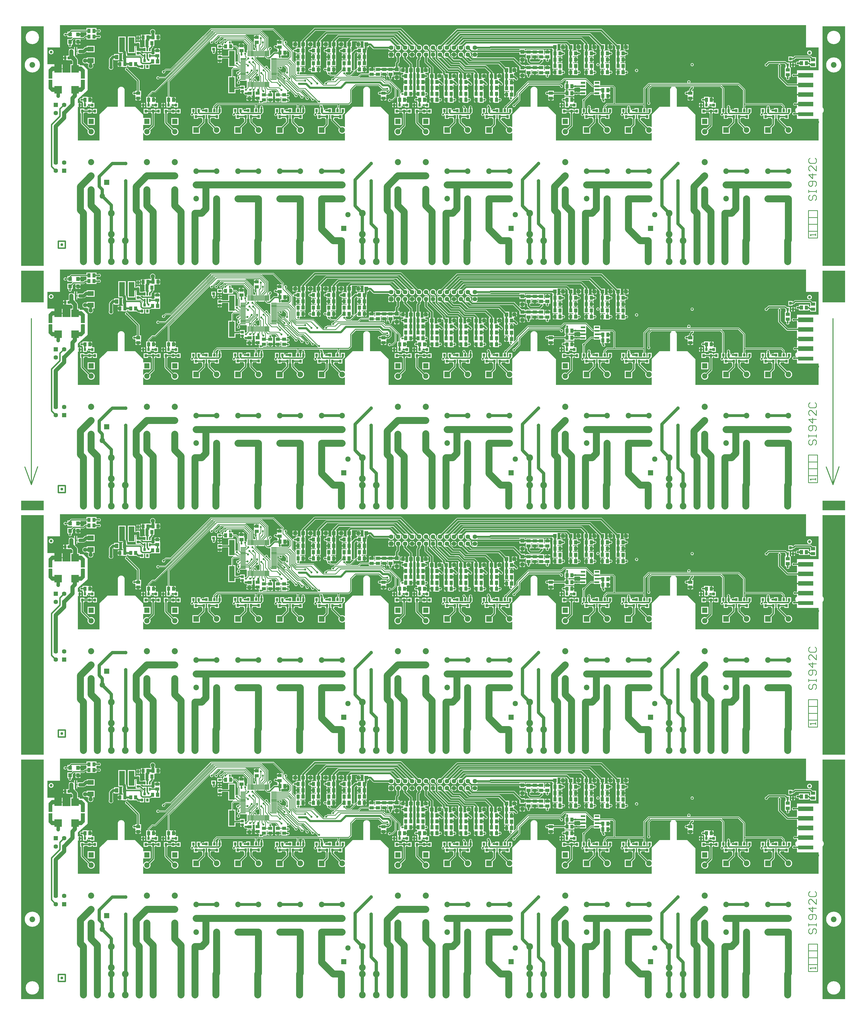
<source format=gbr>
*
%FSLAX26Y26*%
%MOIN*%
%ADD10C,0.040157*%
%ADD11R,0.047787X0.047787*%
%ADD12R,0.079528X0.079528*%
%ADD13R,0.024787X0.024787*%
%ADD14R,0.077787X0.077787*%
%ADD15R,0.066787X0.066787*%
%ADD16R,0.043787X0.043787*%
%ADD17R,0.040787X0.040787*%
%ADD18R,0.013787X0.013787*%
%ADD19R,0.032787X0.032787*%
%ADD20R,0.034787X0.034787*%
%ADD21R,0.051967X0.051967*%
%ADD22R,0.063777X0.063777*%
%ADD23R,0.035787X0.035787*%
%ADD24R,0.107087X0.107087*%
%ADD25C,0.020787*%
%ADD26C,0.045787*%
%ADD27R,0.105787X0.105787*%
%ADD28R,0.075787X0.075787*%
%ADD29C,0.075787*%
%ADD30C,0.063777*%
%ADD31C,0.095787*%
%ADD32C,0.079528*%
%ADD33C,0.087397*%
%ADD34R,0.075587X0.075587*%
%ADD35C,0.075587*%
%ADD36C,0.118898*%
%ADD37C,0.029787*%
%ADD38C,0.060787*%
%ADD39C,0.025787*%
%ADD40C,0.008787*%
%ADD41C,0.008777*%
%ADD42C,0.050787*%
%ADD43C,0.030787*%
%ADD44C,0.012787*%
%ADD45C,0.040787*%
%ADD46C,0.010787*%
%ADD47C,0.021847*%
%ADD48C,0.100787*%
%ADD49C,0.015787*%
%ADD50C,0.050157*%
%ADD51C,0.020477*%
%ADD52C,0.051417*%
%ADD53C,0.057323*%
%ADD54C,0.096693*%
%ADD55C,0.136063*%
%ADD56C,0.019685*%
%ADD57C,0.029921*%
%ADD58C,0.031496*%
%ADD59C,0.080740*%
%ADD60C,0.012000*%
%IPPOS*%
%LNs109698l04a0.tl*%
%LPD*%
G75*
G54D10*
X618700Y339370D03*
X11343700Y3089370D03*
X466200Y3099370D03*
X416540Y1552760D03*
X770860D03*
Y2187400D03*
X416540D03*
G54D11*
X1520790Y3018870D02*
Y3034870D01*
X1406610Y3018870D02*
Y3034870D01*
G54D12*
X1482300Y3136910D02*
Y3266830D01*
X1620100Y3136910D02*
Y3266830D01*
G54D13*
X1713700Y3285130D02*
Y3311130D01*
Y3192610D02*
Y3218610D01*
G54D14*
X3058900Y2561010D02*
Y2700010D01*
Y2935030D02*
Y3074030D01*
G54D15*
X1023700Y2976060D02*
X1043700D01*
X1023700Y3141420D02*
X1043700D01*
G54D16*
X11386700Y2916760D02*
X11400700D01*
X11386700Y2988760D02*
X11400700D01*
X9626500Y2508120D02*
X9640500D01*
X9626500Y2436120D02*
X9640500D01*
X7626500Y2508120D02*
X7640500D01*
X7626500Y2436120D02*
X7640500D01*
X5226500Y2508120D02*
X5240500D01*
X5226500Y2436120D02*
X5240500D01*
X5236700Y2850370D02*
X5250700D01*
X5236700Y2778370D02*
X5250700D01*
X1981700Y3047120D02*
X1995700D01*
X1981700Y3119120D02*
X1995700D01*
X11024200Y2772120D02*
X11038200D01*
X11024200Y2844120D02*
X11038200D01*
X5326700Y2778370D02*
X5340700D01*
X5326700Y2850370D02*
X5340700D01*
X7396700Y3100370D02*
X7410700D01*
X7396700Y3028370D02*
X7410700D01*
X7486700D02*
X7500700D01*
X7486700Y3100370D02*
X7500700D01*
X7306700Y3028370D02*
X7320700D01*
X7306700Y3100370D02*
X7320700D01*
X7396700Y2875370D02*
X7410700D01*
X7396700Y2803370D02*
X7410700D01*
X7486700D02*
X7500700D01*
X7486700Y2875370D02*
X7500700D01*
X7306700Y2803370D02*
X7320700D01*
X7306700Y2875370D02*
X7320700D01*
X3511700Y2413370D02*
X3525700D01*
X3511700Y2485370D02*
X3525700D01*
X3801700Y2413370D02*
X3815700D01*
X3801700Y2485370D02*
X3815700D01*
X5146700Y2778370D02*
X5160700D01*
X5146700Y2850370D02*
X5160700D01*
X5056700Y2778370D02*
X5070700D01*
X5056700Y2850370D02*
X5070700D01*
X7576700Y2803370D02*
X7590700D01*
X7576700Y2875370D02*
X7590700D01*
X7576700Y3028370D02*
X7590700D01*
X7576700Y3100370D02*
X7590700D01*
X3601700Y2485370D02*
X3615700D01*
X3601700Y2413370D02*
X3615700D01*
X3711700Y2485370D02*
X3725700D01*
X3711700Y2413370D02*
X3725700D01*
X3189400Y3119020D02*
X3203400D01*
X3189400Y3191020D02*
X3203400D01*
X3408150Y3237770D02*
X3422150D01*
X3408150Y3309770D02*
X3422150D01*
X3306700Y2505370D02*
X3320700D01*
X3302450Y2432370D02*
X3316450D01*
X3736700Y3168370D02*
X3750700D01*
X3736700Y3240370D02*
X3750700D01*
X3420650Y2508520D02*
X3434650D01*
X3420650Y2436520D02*
X3434650D01*
X1706950Y2508120D02*
X1720950D01*
X1706950Y2436120D02*
X1720950D01*
G54D17*
X756200Y3109370D03*
X881200D03*
G54D13*
X818700Y3068370D02*
Y3150370D01*
X8076700Y2657500D02*
X8115700D01*
X8076700Y2607500D02*
X8115700D01*
X8276700Y2657500D02*
X8315700D01*
X8276700Y2607500D02*
X8315700D01*
X8076700Y2557500D02*
X8115700D01*
X8076700Y2507500D02*
X8115700D01*
X8276700D02*
X8315700D01*
X8276700Y2557500D02*
X8315700D01*
X1844950Y3034070D02*
Y3054070D01*
Y3124650D02*
Y3144650D01*
X1882350Y3034100D02*
Y3054100D01*
X1807550Y3034100D02*
Y3054100D01*
X1882350Y3124650D02*
Y3144650D01*
X1807550Y3124650D02*
Y3144650D01*
G54D18*
X3449990Y2603550D02*
Y2665550D01*
X3430310Y2603550D02*
Y2665550D01*
Y3044490D02*
Y3106490D01*
X3449990Y3044490D02*
Y3106490D01*
X3410620Y2603550D02*
Y2665550D01*
X3390940Y2603550D02*
Y2665550D01*
X3371250Y2603550D02*
Y2665550D01*
X3351570Y2603550D02*
Y2665550D01*
X3331880Y2603550D02*
Y2665550D01*
X3312200Y2603550D02*
Y2665550D01*
X3292510Y2603550D02*
Y2665550D01*
Y3044490D02*
Y3106490D01*
X3312200Y3044490D02*
Y3106490D01*
X3331880Y3044490D02*
Y3106490D01*
X3351570Y3044490D02*
Y3106490D01*
X3371250Y3044490D02*
Y3106490D01*
X3390940Y3044490D02*
Y3106490D01*
X3410620Y3044490D02*
Y3106490D01*
X3587790Y2603550D02*
Y2665550D01*
X3568100Y2603550D02*
Y2665550D01*
X3548420Y2603550D02*
Y2665550D01*
X3528730Y2603550D02*
Y2665550D01*
X3509050Y2603550D02*
Y2665550D01*
X3489360Y2603550D02*
Y2665550D01*
X3469680Y2603550D02*
Y2665550D01*
Y3044490D02*
Y3106490D01*
X3489360Y3044490D02*
Y3106490D01*
X3509050Y3044490D02*
Y3106490D01*
X3528730Y3044490D02*
Y3106490D01*
X3548420Y3044490D02*
Y3106490D01*
X3568100Y3044490D02*
Y3106490D01*
X3587790Y3044490D02*
Y3106490D01*
X3188680Y2845180D02*
X3250680D01*
X3188680Y2864860D02*
X3250680D01*
X3629620D02*
X3691620D01*
X3629620Y2845180D02*
X3691620D01*
X3188680Y2707380D02*
X3250680D01*
X3188680Y2727070D02*
X3250680D01*
X3188680Y2746750D02*
X3250680D01*
X3188680Y2766440D02*
X3250680D01*
X3188680Y2786120D02*
X3250680D01*
X3188680Y2805810D02*
X3250680D01*
X3188680Y2825490D02*
X3250680D01*
X3188680Y2884550D02*
X3250680D01*
X3188680Y2904230D02*
X3250680D01*
X3188680Y2923920D02*
X3250680D01*
X3188680Y2943600D02*
X3250680D01*
X3188680Y2963290D02*
X3250680D01*
X3188680Y2982970D02*
X3250680D01*
X3188680Y3002660D02*
X3250680D01*
X3629620Y2825490D02*
X3691620D01*
X3629620Y2805810D02*
X3691620D01*
X3629620Y2786120D02*
X3691620D01*
X3629620Y2766440D02*
X3691620D01*
X3629620Y2746750D02*
X3691620D01*
X3629620Y2727070D02*
X3691620D01*
X3629620Y2707380D02*
X3691620D01*
X3629620Y3002660D02*
X3691620D01*
X3629620Y2982970D02*
X3691620D01*
X3629620Y2963290D02*
X3691620D01*
X3629620Y2943600D02*
X3691620D01*
X3629620Y2923920D02*
X3691620D01*
X3629620Y2904230D02*
X3691620D01*
X3629620Y2884550D02*
X3691620D01*
G54D19*
X2879310Y3100980D02*
X2887310D01*
X2879310Y3177760D02*
X2887310D01*
G54D20*
X2793690Y3139370D02*
X2799690D01*
G54D21*
X5421730Y2851460D02*
X5425670D01*
X5421730Y2737280D02*
X5425670D01*
X7221730Y3101460D02*
X7225670D01*
X7221730Y2987280D02*
X7225670D01*
X7221730Y2876460D02*
X7225670D01*
X7221730Y2762280D02*
X7225670D01*
G54D22*
X11210235Y2764960D02*
X11363785D01*
X11210235Y2627170D02*
X11363785D01*
X11210235Y2489370D02*
X11363785D01*
X11210235Y2213780D02*
X11363785D01*
X11210235Y2351570D02*
X11363785D01*
G54D16*
X1607450Y2919870D02*
Y2933870D01*
X1679450Y2919870D02*
Y2933870D01*
X8378950Y2463000D02*
Y2477000D01*
X8450950Y2463000D02*
Y2477000D01*
Y2544250D02*
Y2558250D01*
X8378950Y2544250D02*
Y2558250D01*
X11298450Y2932370D02*
Y2946370D01*
X11226450Y2932370D02*
Y2946370D01*
X7863950Y2407370D02*
Y2421370D01*
X7935950Y2407370D02*
Y2421370D01*
X7692700Y2982370D02*
Y2996370D01*
X7764700Y2982370D02*
Y2996370D01*
Y2892370D02*
Y2906370D01*
X7692700Y2892370D02*
Y2906370D01*
X7764700Y3072370D02*
Y3086370D01*
X7692700Y3072370D02*
Y3086370D01*
X5751450Y2407370D02*
Y2421370D01*
X5823450Y2407370D02*
Y2421370D01*
X5463950Y2407370D02*
Y2421370D01*
X5535950Y2407370D02*
Y2421370D01*
X4887700Y2932370D02*
Y2946370D01*
X4959700Y2932370D02*
Y2946370D01*
X7917700Y2982370D02*
Y2996370D01*
X7989700Y2982370D02*
Y2996370D01*
Y2892370D02*
Y2906370D01*
X7917700Y2892370D02*
Y2906370D01*
X7989700Y3072370D02*
Y3086370D01*
X7917700Y3072370D02*
Y3086370D01*
X6997700Y2657370D02*
Y2671370D01*
X7069700Y2657370D02*
Y2671370D01*
Y2572370D02*
Y2586370D01*
X6997700Y2572370D02*
Y2586370D01*
X7069700Y2747370D02*
Y2761370D01*
X6997700Y2747370D02*
Y2761370D01*
X951450Y2407370D02*
Y2421370D01*
X1023450Y2407370D02*
Y2421370D01*
X8142700Y2982370D02*
Y2996370D01*
X8214700Y2982370D02*
Y2996370D01*
Y2892370D02*
Y2906370D01*
X8142700Y2892370D02*
Y2906370D01*
X2151450Y2407370D02*
Y2421370D01*
X2223450Y2407370D02*
Y2421370D01*
X8214700Y3072370D02*
Y3086370D01*
X8142700Y3072370D02*
Y3086370D01*
X8372700Y2982370D02*
Y2996370D01*
X8444700Y2982370D02*
Y2996370D01*
Y2892370D02*
Y2906370D01*
X8372700Y2892370D02*
Y2906370D01*
X8444700Y3072370D02*
Y3086370D01*
X8372700Y3072370D02*
Y3086370D01*
X6782700Y2577370D02*
Y2591370D01*
X6854700Y2577370D02*
Y2591370D01*
Y2492370D02*
Y2506370D01*
X6782700Y2492370D02*
Y2506370D01*
X6854700Y2662370D02*
Y2676370D01*
X6782700Y2662370D02*
Y2676370D01*
X8597700Y2982370D02*
Y2996370D01*
X8669700Y2982370D02*
Y2996370D01*
Y2892370D02*
Y2906370D01*
X8597700Y2892370D02*
Y2906370D01*
X8669700Y3072370D02*
Y3086370D01*
X8597700Y3072370D02*
Y3086370D01*
X1921450Y2957370D02*
Y2971370D01*
X1993450Y2957370D02*
Y2971370D01*
X6562700Y2577370D02*
Y2591370D01*
X6634700Y2577370D02*
Y2591370D01*
Y2492370D02*
Y2506370D01*
X6562700Y2492370D02*
Y2506370D01*
X6634700Y2662370D02*
Y2676370D01*
X6562700Y2662370D02*
Y2676370D01*
X9863950Y2407370D02*
Y2421370D01*
X9935950Y2407370D02*
Y2421370D01*
X7863950Y2601120D02*
Y2615120D01*
X7935950Y2601120D02*
Y2615120D01*
X7863950Y2501120D02*
Y2515120D01*
X7935950Y2501120D02*
Y2515120D01*
X4959700Y3022370D02*
Y3036370D01*
X4887700Y3022370D02*
Y3036370D01*
X1863950Y2407370D02*
Y2421370D01*
X1935950Y2407370D02*
Y2421370D01*
X4887700Y3112370D02*
Y3126370D01*
X4959700Y3112370D02*
Y3126370D01*
X3041000Y3172340D02*
Y3186340D01*
X2969000Y3172340D02*
Y3186340D01*
X6414700Y2492370D02*
Y2506370D01*
X6342700Y2492370D02*
Y2506370D01*
Y2577370D02*
Y2591370D01*
X6414700Y2577370D02*
Y2591370D01*
Y2662370D02*
Y2676370D01*
X6342700Y2662370D02*
Y2676370D01*
X4227700Y2932370D02*
Y2946370D01*
X4299700Y2932370D02*
Y2946370D01*
Y3022370D02*
Y3036370D01*
X4227700Y3022370D02*
Y3036370D01*
Y3112370D02*
Y3126370D01*
X4299700Y3112370D02*
Y3126370D01*
X6204700Y2492370D02*
Y2506370D01*
X6132700Y2492370D02*
Y2506370D01*
Y2577370D02*
Y2591370D01*
X6204700Y2577370D02*
Y2591370D01*
Y2662370D02*
Y2676370D01*
X6132700Y2662370D02*
Y2676370D01*
X4447700Y2932370D02*
Y2946370D01*
X4519700Y2932370D02*
Y2946370D01*
Y3022370D02*
Y3036370D01*
X4447700Y3022370D02*
Y3036370D01*
Y3112370D02*
Y3126370D01*
X4519700Y3112370D02*
Y3126370D01*
X5999700Y2492370D02*
Y2506370D01*
X5927700Y2492370D02*
Y2506370D01*
Y2577370D02*
Y2591370D01*
X5999700Y2577370D02*
Y2591370D01*
Y2662370D02*
Y2676370D01*
X5927700Y2662370D02*
Y2676370D01*
X5552700Y2577370D02*
Y2591370D01*
X5624700Y2577370D02*
Y2591370D01*
Y2662370D02*
Y2676370D01*
X5552700Y2662370D02*
Y2676370D01*
Y2747370D02*
Y2761370D01*
X5624700Y2747370D02*
Y2761370D01*
X1008950Y3313000D02*
Y3327000D01*
X1080950Y3313000D02*
Y3327000D01*
X4007700Y2932370D02*
Y2946370D01*
X4079700Y2932370D02*
Y2946370D01*
Y3022370D02*
Y3036370D01*
X4007700Y3022370D02*
Y3036370D01*
Y3112370D02*
Y3126370D01*
X4079700Y3112370D02*
Y3126370D01*
X4667700Y2932370D02*
Y2946370D01*
X4739700Y2932370D02*
Y2946370D01*
Y3022370D02*
Y3036370D01*
X4667700Y3022370D02*
Y3036370D01*
Y3112370D02*
Y3126370D01*
X4739700Y3112370D02*
Y3126370D01*
X5799700Y2577370D02*
Y2591370D01*
X5727700Y2577370D02*
Y2591370D01*
Y2662370D02*
Y2676370D01*
X5799700Y2662370D02*
Y2676370D01*
Y2747370D02*
Y2761370D01*
X5727700Y2747370D02*
Y2761370D01*
X1008950Y3394250D02*
Y3408250D01*
X1080950Y3394250D02*
Y3408250D01*
X5799700Y2492370D02*
Y2506370D01*
X5727700Y2492370D02*
Y2506370D01*
X1783950Y3301120D02*
Y3315120D01*
X1855950Y3301120D02*
Y3315120D01*
X4887700Y2842370D02*
Y2856370D01*
X4959700Y2842370D02*
Y2856370D01*
X1927700Y3302370D02*
Y3316370D01*
X1999700Y3302370D02*
Y3316370D01*
X7764700Y2802370D02*
Y2816370D01*
X7692700Y2802370D02*
Y2816370D01*
X7989700Y2802370D02*
Y2816370D01*
X7917700Y2802370D02*
Y2816370D01*
X7069700Y2482370D02*
Y2496370D01*
X6997700Y2482370D02*
Y2496370D01*
X8214700Y2802370D02*
Y2816370D01*
X8142700Y2802370D02*
Y2816370D01*
X8444700Y2802370D02*
Y2816370D01*
X8372700Y2802370D02*
Y2816370D01*
X6854700Y2407370D02*
Y2421370D01*
X6782700Y2407370D02*
Y2421370D01*
X8669700Y2802370D02*
Y2816370D01*
X8597700Y2802370D02*
Y2816370D01*
X1524700Y2919870D02*
Y2933870D01*
X1452700Y2919870D02*
Y2933870D01*
X6634700Y2407370D02*
Y2421370D01*
X6562700Y2407370D02*
Y2421370D01*
X6414700Y2407370D02*
Y2421370D01*
X6342700Y2407370D02*
Y2421370D01*
X3819700Y3082370D02*
Y3096370D01*
X3747700Y3082370D02*
Y3096370D01*
X4227700Y2842370D02*
Y2856370D01*
X4299700Y2842370D02*
Y2856370D01*
X6204700Y2407370D02*
Y2421370D01*
X6132700Y2407370D02*
Y2421370D01*
X4447700Y2842370D02*
Y2856370D01*
X4519700Y2842370D02*
Y2856370D01*
X5999700Y2407370D02*
Y2421370D01*
X5927700Y2407370D02*
Y2421370D01*
X5552700Y2492370D02*
Y2506370D01*
X5624700Y2492370D02*
Y2506370D01*
X4007700Y2842370D02*
Y2856370D01*
X4079700Y2842370D02*
Y2856370D01*
X4667700Y2842370D02*
Y2856370D01*
X4739700Y2842370D02*
Y2856370D01*
X1912200Y3219870D02*
Y3233870D01*
X1840200Y3219870D02*
Y3233870D01*
G54D23*
X720100Y3011870D02*
Y3016870D01*
X667300Y3011870D02*
Y3016870D01*
G54D24*
X811140Y2859370D03*
Y2559370D03*
X566260D03*
Y2859370D03*
G54D23*
X453040Y2735890D02*
X458040D01*
X453040Y2683090D02*
X458040D01*
X1711200Y3083120D02*
X1716200D01*
X1711200Y3135920D02*
X1716200D01*
X2882500Y3025740D02*
X2887500D01*
X2882500Y2972940D02*
X2887500D01*
X3206400Y2587670D02*
X3211400D01*
X3206400Y2534870D02*
X3211400D01*
X921200Y2735770D02*
X926200D01*
X921200Y2682970D02*
X926200D01*
G54D25*
X5263700Y2729370D03*
X5243700Y2778370D03*
G54D20*
X1807450Y2973430D02*
Y2979430D01*
X3743700Y2169830D02*
Y2175830D01*
X913060Y2249930D02*
Y2255930D01*
X9824950Y2249310D02*
Y2255310D01*
X2843700Y2169830D02*
Y2175830D01*
X2543700Y2169830D02*
Y2175830D01*
X5424950Y2249310D02*
Y2255310D01*
X11068700Y2998430D02*
Y3004430D01*
X7824950Y2249310D02*
Y2255310D01*
X5712450Y2249310D02*
Y2255310D01*
X2112450Y2249310D02*
Y2255310D01*
X4612450Y2169830D02*
Y2175830D01*
X3143700Y2171610D02*
Y2177610D01*
X3443700Y2171610D02*
Y2177610D01*
X11012450Y2169830D02*
Y2175830D01*
X10712450Y2169830D02*
Y2175830D01*
X10443700Y2169830D02*
Y2175830D01*
X10143700Y2169830D02*
Y2175830D01*
X9012450Y2169830D02*
Y2175830D01*
X8712450Y2169830D02*
Y2175830D01*
X8443700Y2169830D02*
Y2175830D01*
X8143700Y2169830D02*
Y2175830D01*
X7012450Y2169830D02*
Y2175830D01*
X6712450Y2169830D02*
Y2175830D01*
X6443700Y2169830D02*
Y2175830D01*
X6143700Y2169830D02*
Y2175830D01*
X4312450Y2169830D02*
Y2175830D01*
X4043700Y2169830D02*
Y2175830D01*
X1824950Y2249310D02*
Y2255310D01*
X2693700Y2256450D02*
Y2262450D01*
X5568700Y2335930D02*
Y2341930D01*
X2256200Y2335930D02*
Y2341930D01*
X10862450Y2256450D02*
Y2262450D01*
X7968700Y2335930D02*
Y2341930D01*
X1968700Y2335930D02*
Y2341930D01*
X5856200Y2335930D02*
Y2341930D01*
X1056200Y2335930D02*
Y2341930D01*
X9968700Y2335930D02*
Y2341930D01*
X10293700Y2256450D02*
Y2262450D01*
X8862450Y2256450D02*
Y2262450D01*
X8293700Y2256450D02*
Y2262450D01*
X6862450Y2256450D02*
Y2262450D01*
X6293700Y2256450D02*
Y2262450D01*
X4462450Y2256450D02*
Y2262450D01*
X3893700Y2256450D02*
Y2262450D01*
X3293700Y2258220D02*
Y2264220D01*
G54D19*
X1845840Y2885810D02*
Y2893810D01*
X1769060Y2885810D02*
Y2893810D01*
X3782090Y2255450D02*
Y2263450D01*
X3705310Y2255450D02*
Y2263450D01*
X951450Y2335540D02*
Y2343540D01*
X874680Y2335540D02*
Y2343540D01*
X9863340Y2334930D02*
Y2342930D01*
X9786560Y2334930D02*
Y2342930D01*
X2882090Y2255450D02*
Y2263450D01*
X2805310Y2255450D02*
Y2263450D01*
X2582090Y2255450D02*
Y2263450D01*
X2505310Y2255450D02*
Y2263450D01*
X5463340Y2334930D02*
Y2342930D01*
X5386560Y2334930D02*
Y2342930D01*
X11030310Y2910810D02*
Y2918810D01*
X11107090Y2910810D02*
Y2918810D01*
X7863340Y2334930D02*
Y2342930D01*
X7786560Y2334930D02*
Y2342930D01*
X5750840Y2334930D02*
Y2342930D01*
X5674060Y2334930D02*
Y2342930D01*
X2150840Y2334930D02*
Y2342930D01*
X2074060Y2334930D02*
Y2342930D01*
X4650840Y2255450D02*
Y2263450D01*
X4574060Y2255450D02*
Y2263450D01*
X3182090Y2257220D02*
Y2265220D01*
X3105310Y2257220D02*
Y2265220D01*
X3482090Y2257220D02*
Y2265220D01*
X3405310Y2257220D02*
Y2265220D01*
X11050840Y2255450D02*
Y2263450D01*
X10974060Y2255450D02*
Y2263450D01*
X10750840Y2255450D02*
Y2263450D01*
X10674060Y2255450D02*
Y2263450D01*
X10482090Y2255450D02*
Y2263450D01*
X10405310Y2255450D02*
Y2263450D01*
X10182090Y2255450D02*
Y2263450D01*
X10105310Y2255450D02*
Y2263450D01*
X9050840Y2255450D02*
Y2263450D01*
X8974060Y2255450D02*
Y2263450D01*
X8750840Y2255450D02*
Y2263450D01*
X8674060Y2255450D02*
Y2263450D01*
X8482090Y2255450D02*
Y2263450D01*
X8405310Y2255450D02*
Y2263450D01*
X8182090Y2255450D02*
Y2263450D01*
X8105310Y2255450D02*
Y2263450D01*
X7050840Y2255450D02*
Y2263450D01*
X6974060Y2255450D02*
Y2263450D01*
X6750840Y2255450D02*
Y2263450D01*
X6674060Y2255450D02*
Y2263450D01*
X6482090Y2255450D02*
Y2263450D01*
X6405310Y2255450D02*
Y2263450D01*
X6182090Y2255450D02*
Y2263450D01*
X6105310Y2255450D02*
Y2263450D01*
X4350840Y2255450D02*
Y2263450D01*
X4274060Y2255450D02*
Y2263450D01*
X4082090Y2255450D02*
Y2263450D01*
X4005310Y2255450D02*
Y2263450D01*
X1863340Y2334930D02*
Y2342930D01*
X1786560Y2334930D02*
Y2342930D01*
X2655310Y2168830D02*
Y2176830D01*
X2732090Y2168830D02*
Y2176830D01*
X5530310Y2248310D02*
Y2256310D01*
X5607090Y2248310D02*
Y2256310D01*
X2217810Y2248310D02*
Y2256310D01*
X2294590Y2248310D02*
Y2256310D01*
X10824060Y2168830D02*
Y2176830D01*
X10900840Y2168830D02*
Y2176830D01*
X7930310Y2248310D02*
Y2256310D01*
X8007090Y2248310D02*
Y2256310D01*
X1930310Y2248310D02*
Y2256310D01*
X2007090Y2248310D02*
Y2256310D01*
X5817810Y2248310D02*
Y2256310D01*
X5894590Y2248310D02*
Y2256310D01*
X1017810Y2248310D02*
Y2256310D01*
X1094590Y2248310D02*
Y2256310D01*
X9930310Y2248310D02*
Y2256310D01*
X10007090Y2248310D02*
Y2256310D01*
X10255310Y2168830D02*
Y2176830D01*
X10332090Y2168830D02*
Y2176830D01*
X8824060Y2168830D02*
Y2176830D01*
X8900840Y2168830D02*
Y2176830D01*
X8255310Y2168830D02*
Y2176830D01*
X8332090Y2168830D02*
Y2176830D01*
X6824060Y2168830D02*
Y2176830D01*
X6900840Y2168830D02*
Y2176830D01*
X6255310Y2168830D02*
Y2176830D01*
X6332090Y2168830D02*
Y2176830D01*
X4424060Y2168830D02*
Y2176830D01*
X4500840Y2168830D02*
Y2176830D01*
X3855310Y2168830D02*
Y2176830D01*
X3932090Y2168830D02*
Y2176830D01*
X3255310Y2170610D02*
Y2178610D01*
X3332090Y2170610D02*
Y2178610D01*
G54D21*
X5726610Y2837400D02*
Y2841340D01*
X5840790Y2837400D02*
Y2841340D01*
X7691610Y3167400D02*
Y3171340D01*
X7805790Y3167400D02*
Y3171340D01*
X4985790Y3207400D02*
Y3211340D01*
X4871610Y3207400D02*
Y3211340D01*
X7916610Y3167400D02*
Y3171340D01*
X8030790Y3167400D02*
Y3171340D01*
X6996610Y2837400D02*
Y2841340D01*
X7110790Y2837400D02*
Y2841340D01*
X8141610Y3167400D02*
Y3171340D01*
X8255790Y3167400D02*
Y3171340D01*
X737860Y3243030D02*
Y3246970D01*
X852040Y3243030D02*
Y3246970D01*
X8371610Y3167400D02*
Y3171340D01*
X8485790Y3167400D02*
Y3171340D01*
X6781610Y2752400D02*
Y2756340D01*
X6895790Y2752400D02*
Y2756340D01*
X8596610Y3167400D02*
Y3171340D01*
X8710790Y3167400D02*
Y3171340D01*
X6561610Y2752400D02*
Y2756340D01*
X6675790Y2752400D02*
Y2756340D01*
X6341610Y2752400D02*
Y2756340D01*
X6455790Y2752400D02*
Y2756340D01*
X4300790Y3207400D02*
Y3211340D01*
X4186610Y3207400D02*
Y3211340D01*
X6131610Y2752400D02*
Y2756340D01*
X6245790Y2752400D02*
Y2756340D01*
X4520790Y3207400D02*
Y3211340D01*
X4406610Y3207400D02*
Y3211340D01*
X5926610Y2752400D02*
Y2756340D01*
X6040790Y2752400D02*
Y2756340D01*
X5625790Y2837400D02*
Y2841340D01*
X5511610Y2837400D02*
Y2841340D01*
X4080790Y3207400D02*
Y3211340D01*
X3966610Y3207400D02*
Y3211340D01*
X4740790Y3207400D02*
Y3211340D01*
X4626610Y3207400D02*
Y3211340D01*
X737860Y3349280D02*
Y3353220D01*
X852040Y3349280D02*
Y3353220D01*
G54D25*
X5823450Y2414370D03*
X11056200Y2489370D03*
G54D26*
X4931350Y789220D03*
X7331350D03*
X9331350D03*
G54D27*
X566200Y2861870D02*
Y2886870D01*
G54D28*
X1261910Y1231550D03*
X4662990Y571580D03*
X9062990D03*
X7062990D03*
G54D29*
X1200490Y1034700D03*
X4724410Y768430D03*
X9124410D03*
X7124410D03*
G54D30*
X652750Y1515750D03*
X534650D03*
Y1397640D03*
Y2224410D03*
X652750D03*
Y2342520D03*
X6543700Y3160240D03*
Y3060240D03*
X6443700Y3160240D03*
Y3060240D03*
X6343700Y3160240D03*
Y3060240D03*
X6243700Y3160240D03*
Y3060240D03*
X6143700Y3160240D03*
Y3060240D03*
X6043700Y3160240D03*
Y3060240D03*
X5943700Y3160240D03*
Y3060240D03*
X5843700Y3160240D03*
Y3060240D03*
X5743700Y3160240D03*
Y3060240D03*
X5643700Y3160240D03*
Y3060240D03*
X5543700Y3160240D03*
Y3060240D03*
X5443700Y3160240D03*
Y3060240D03*
X5343700Y3160240D03*
G54D22*
X652750Y1397640D03*
X534650Y2342520D03*
X5343700Y3060240D03*
G54D31*
X10131500Y395670D03*
Y95670D03*
X9731490Y789370D03*
Y489370D03*
Y95670D03*
Y395670D03*
X1331500Y789370D03*
Y489370D03*
X931500Y789370D03*
Y489370D03*
X1331500Y95670D03*
Y395670D03*
X1531500Y95670D03*
Y395670D03*
X1931500D03*
Y95670D03*
X1731490Y789370D03*
Y489370D03*
X931500Y95670D03*
Y395670D03*
X1131490Y95670D03*
Y395670D03*
X1731490Y95670D03*
Y395670D03*
X2531490Y789370D03*
Y489370D03*
X4931500Y789370D03*
Y489370D03*
X2331500Y95670D03*
Y395670D03*
X2531490D03*
Y95670D03*
X2831500Y395670D03*
Y95670D03*
X3431490Y395670D03*
Y95670D03*
X4031500Y395670D03*
Y95670D03*
X4631490Y395670D03*
Y95670D03*
X4931500D03*
Y395670D03*
X5131490Y95670D03*
Y395670D03*
X5331490Y789370D03*
Y489370D03*
X5531500Y395670D03*
Y95670D03*
X5331490D03*
Y395670D03*
X6131490Y789370D03*
Y489370D03*
X7331490Y789370D03*
Y489370D03*
X8131490Y789370D03*
Y489370D03*
X5931500Y95670D03*
Y395670D03*
X6131490D03*
Y95670D03*
X6431500Y395670D03*
Y95670D03*
X7031500Y395670D03*
Y95670D03*
X7331490D03*
Y395670D03*
X7531500Y95670D03*
Y395670D03*
X7931500Y95670D03*
Y395670D03*
X8131490D03*
Y95670D03*
X7731490Y789370D03*
Y489370D03*
X8431500Y395670D03*
Y95670D03*
X7731490D03*
Y395670D03*
X9331500Y789370D03*
Y489370D03*
X10131500Y789370D03*
Y489370D03*
X9031500Y395670D03*
Y95670D03*
X9331500D03*
Y395670D03*
X9531500Y95670D03*
Y395670D03*
X9931490Y95670D03*
Y395670D03*
X10431490D03*
Y95670D03*
X11031500Y395670D03*
Y95670D03*
G54D12*
X10746060Y1982090D03*
X4346060D03*
X3746060D03*
X3146060D03*
X2546060D03*
X10146060D03*
X8746060D03*
X8146060D03*
X6746060D03*
X6146060D03*
G54D32*
X11041340D03*
X10746060Y997840D03*
X11041340D03*
Y1391540D03*
Y1194690D03*
X10746060Y1391540D03*
Y1194690D03*
X4641340Y1982090D03*
X4346060Y997840D03*
X4641340D03*
Y1391540D03*
Y1194690D03*
X4346060Y1391540D03*
Y1194690D03*
X4041340Y1982090D03*
X3746060Y997840D03*
X4041340D03*
Y1391540D03*
Y1194690D03*
X3746060Y1391540D03*
Y1194690D03*
X3441340Y1982090D03*
X3146060Y997840D03*
X3441340D03*
Y1391540D03*
Y1194690D03*
X3146060Y1391540D03*
Y1194690D03*
X2841340Y1982090D03*
X2546060Y997840D03*
X2841340D03*
Y1391540D03*
Y1194690D03*
X2546060Y1391540D03*
Y1194690D03*
X10441340Y1982090D03*
X10146060Y997840D03*
X10441340D03*
Y1391540D03*
Y1194690D03*
X10146060Y1391540D03*
Y1194690D03*
X9041340Y1982090D03*
X8746060Y997840D03*
X9041340D03*
Y1391540D03*
Y1194690D03*
X8746060Y1391540D03*
Y1194690D03*
X8441340Y1982090D03*
X8146060Y997840D03*
X8441340D03*
Y1391540D03*
Y1194690D03*
X8146060Y1391540D03*
Y1194690D03*
X7041340Y1982090D03*
X6746060Y997840D03*
X7041340D03*
Y1391540D03*
Y1194690D03*
X6746060Y1391540D03*
Y1194690D03*
X6441340Y1982090D03*
X6146060Y997840D03*
X6441340D03*
Y1391540D03*
Y1194690D03*
X6146060Y1391540D03*
Y1194690D03*
G54D33*
X1040940Y1322840D03*
Y1125980D03*
Y1519690D03*
X1840940Y1322840D03*
Y1125980D03*
Y1519690D03*
X2240940D03*
Y1125980D03*
Y1322840D03*
X5440940D03*
Y1125980D03*
Y1519690D03*
X5840940D03*
Y1125980D03*
Y1322840D03*
X7840940D03*
Y1125980D03*
Y1519690D03*
X9840940D03*
Y1125980D03*
Y1322840D03*
G54D34*
X1040940Y2104330D03*
X1840940D03*
X2240940D03*
X5440940D03*
X5840940D03*
X7840940D03*
X9840940D03*
G54D35*
X1040940Y1956690D03*
X1840940D03*
X2240940D03*
X5440940D03*
X5840940D03*
X7840940D03*
X9840940D03*
G54D36*
X493700Y100000D03*
Y3403940D03*
X11393700D03*
Y100000D03*
G54D32*
X493700Y257480D03*
X11393700Y3246460D03*
Y257480D03*
X493700Y3246460D03*
G54D37*
X667300Y3065770D03*
X618700Y3014370D03*
X663700Y2964370D03*
X1783700Y3374370D03*
X1683700D03*
X1583700D03*
X2607450Y3319370D03*
X2532450Y3259370D03*
X2382450Y3254370D03*
X2383700Y3144370D03*
X2457450Y3314370D03*
X2458700Y3204370D03*
X2523700Y3384370D03*
X2712450Y2999370D03*
X2637450Y2939370D03*
X2487450Y2934370D03*
X2562450Y2994370D03*
X2563700Y2884370D03*
X2628700Y3064370D03*
X2703700Y3124370D03*
X10078700Y3045620D03*
X10018700Y3120620D03*
X10013700Y3270620D03*
X9903700Y3269370D03*
X10073700Y3195620D03*
X9963700Y3194370D03*
X10143700Y3129370D03*
X10203700Y3054370D03*
X9843700D03*
X9783700Y3129370D03*
X9603700Y3194370D03*
X9713700Y3195620D03*
X9543700Y3269370D03*
X9653700Y3270620D03*
X9658700Y3120620D03*
X9503700Y3119370D03*
X9718700Y3045620D03*
X9578700Y3039370D03*
X2018700Y3464370D03*
X2118700D03*
X2218700D03*
X2318700D03*
X6483700D03*
X6568700D03*
X6668700D03*
X6768700D03*
X6868700D03*
X6968700D03*
X7068700D03*
X7168700D03*
X7268700D03*
X7368700D03*
X7468700D03*
X7568700D03*
X7668700D03*
X7768700D03*
X7868700D03*
X7968700D03*
X8068700D03*
X8168700D03*
X8268700D03*
X8368700D03*
X8468700D03*
X10458700D03*
X10358700D03*
X10258700D03*
X10158700D03*
X10058700D03*
X9958700D03*
X9858700D03*
X9758700D03*
X9658700D03*
X9558700D03*
X9458700D03*
X9358700D03*
X9258700D03*
X9158700D03*
X9058700D03*
X8958700D03*
X8858700D03*
X8758700D03*
X8658700D03*
X8558700D03*
X4493700D03*
X4593700D03*
X4693700D03*
X4793700D03*
X4893700D03*
X4993700D03*
X5093700D03*
X5193700D03*
X5293700D03*
X5393700D03*
X5493700D03*
X5593700D03*
X5693700D03*
X5793700D03*
X5893700D03*
X5993700D03*
X6093700D03*
X6193700D03*
X6293700D03*
X6393700D03*
X4403700D03*
X4303700D03*
X4203700D03*
X4103700D03*
X4003700D03*
X3903700D03*
X3803700D03*
X3703700D03*
X3603700D03*
X3503700D03*
X3403700D03*
X3303700D03*
X3203700D03*
X3103700D03*
X3003700D03*
X2903700D03*
X2803700D03*
X2703700D03*
X2603700D03*
X2503700D03*
X2418700D03*
X3593700Y3334370D03*
X3643700Y3379370D03*
X3883700Y3284370D03*
X9023700Y2844370D03*
X9133700Y2845620D03*
X8963700Y2919370D03*
X9073700Y2920620D03*
X9248700Y2849370D03*
X9358700Y2850620D03*
X9188700Y2924370D03*
X9298700Y2925620D03*
X9293700Y3075620D03*
X9183700Y3074370D03*
X9353700Y3000620D03*
X9243700Y2999370D03*
X9068700Y3070620D03*
X8958700Y3069370D03*
X9128700Y2995620D03*
X9018700Y2994370D03*
Y3144370D03*
X9128700Y3145620D03*
X8958700Y3219370D03*
X9068700Y3220620D03*
X3868700Y3084370D03*
X5873700Y2414370D03*
X7859950Y3169370D03*
X7641640Y3100370D03*
X5698700Y2414370D03*
X11111860Y2764960D03*
X9660700Y2917370D03*
X8308700Y2919370D03*
X7913700Y2754370D03*
X7503700Y2974370D03*
X8863700Y2834370D03*
X3368700Y2419370D03*
X3308700Y2384370D03*
X3468700D03*
X3863700Y2409370D03*
Y2474370D03*
X3663700Y2413370D03*
X5828700Y2894370D03*
X2882090Y2308160D03*
X3553700Y2879370D03*
X10723700Y2914370D03*
X4008700Y2794370D03*
X5318700Y2408120D03*
X3400000Y3174340D03*
X2835000Y2969340D03*
X3365000Y3309340D03*
X3196400Y3061270D03*
X3190150Y3242520D03*
X3127650Y3023770D03*
X3033900Y2773770D03*
X3096400Y2836270D03*
X2985650Y2640520D03*
X3115150Y3136270D03*
X2971400Y2992520D03*
X2977650Y2911270D03*
X3133700Y2484370D03*
X3127650Y2613270D03*
Y2542520D03*
X3065150Y2492520D03*
X3439320Y2699340D03*
X3130000Y2939340D03*
X3528730Y3009340D03*
X3430000D03*
X3745000Y3029340D03*
X2800000Y3094340D03*
X2940000Y3099340D03*
X3030000Y3239340D03*
X7313700Y2754370D03*
X7403700D03*
X7223700Y2714370D03*
X7583700Y2979370D03*
X7403700D03*
X7223700Y2939370D03*
X8698700Y3224370D03*
X8718700Y2989370D03*
Y3079370D03*
X8593700Y2754370D03*
X8473700Y3224370D03*
X8493700Y2989370D03*
Y3079370D03*
X8368700Y2754370D03*
X8243700Y3224370D03*
X8263700Y2989370D03*
Y3079370D03*
X8138700Y2754370D03*
X8038700Y3079370D03*
Y2989370D03*
X8018700Y3224370D03*
X7643700Y2809370D03*
X7813700Y2989370D03*
Y3079370D03*
X5848700Y2754370D03*
X5678700Y2499370D03*
X5848700Y2669370D03*
Y2499370D03*
X7058700Y2434370D03*
X6948700Y2489370D03*
X7138700Y2779370D03*
Y2714370D03*
X7118700Y2659370D03*
X6923700Y2704370D03*
Y2639370D03*
X6903700Y2584370D03*
Y2414370D03*
X6788700Y2359370D03*
X6703700Y2704370D03*
Y2639370D03*
X6683700Y2584370D03*
Y2414370D03*
X6568700Y2359370D03*
X6483700Y2704370D03*
Y2639370D03*
X6463700Y2584370D03*
Y2414370D03*
X6348700Y2359370D03*
X6273700Y2704370D03*
Y2639370D03*
X6253700Y2584370D03*
Y2414370D03*
X6138700Y2359370D03*
X5933700D03*
X6048700Y2414370D03*
Y2584370D03*
X6068700Y2639370D03*
Y2704370D03*
X5503700Y2499370D03*
Y2669370D03*
Y2754370D03*
X5523700Y2894370D03*
X5423700Y2684370D03*
X5333700Y2729370D03*
X5263700D03*
X3958700Y3119370D03*
Y3029370D03*
X4078700Y2794370D03*
X4133700Y3209370D03*
X4178700Y3119370D03*
Y3029370D03*
X4298700Y2794370D03*
X4353700Y3209370D03*
X4398700Y3119370D03*
Y3029370D03*
X4518700Y2794370D03*
X4573700Y3209370D03*
X4618700Y3119370D03*
Y3029370D03*
X4738700Y2794370D03*
X8508700Y2470000D03*
Y2551250D03*
X8391510Y2399690D03*
X10593700Y2139370D03*
Y1939370D03*
X9993700Y2139370D03*
Y1939370D03*
X2393700Y2139370D03*
Y1939370D03*
X2993700Y2139370D03*
Y1939370D03*
X3593700Y2139370D03*
Y1939370D03*
X4193700Y2139370D03*
Y1939370D03*
X5993700Y2139370D03*
Y1939370D03*
X6593700D03*
X11043700Y1859890D03*
X10749950D03*
X10443700D03*
X10149950D03*
X9043700D03*
X8749950D03*
X8443700D03*
X8149950D03*
X7043700D03*
X6749950D03*
X6443700D03*
X6149950D03*
X7268700Y2508120D03*
X9268700D03*
X1349150D03*
X11443700Y3064370D03*
X618700Y3270620D03*
X2418700Y3376870D03*
X843700Y3464370D03*
X618700D03*
X11224950Y3070620D03*
X11031200Y2720620D03*
X11131200Y2351870D03*
X11168700Y2939370D03*
X11106200Y2864370D03*
X11468700Y2095620D03*
X10937450Y3008120D03*
X11274950Y3176870D03*
Y3464370D03*
X1099950Y1858120D03*
X1262450Y2976870D03*
X863700Y1860000D03*
X862450Y2276870D03*
X1081200Y2414370D03*
X1006200Y2339370D03*
X1549950Y2851870D03*
X1918700Y2339370D03*
X1774950Y2276870D03*
X2062450D03*
X2281200Y2414370D03*
X2206200Y2339370D03*
X1993700Y2414370D03*
X2549950Y1859890D03*
X2843700D03*
X3149950Y1861660D03*
X3443700D03*
X3749950Y1859890D03*
X4043700D03*
X4349950D03*
X4643700D03*
X3893700Y2128640D03*
X3293700D03*
X2981200Y2259890D03*
X2693700Y2128640D03*
X3887450Y1978640D03*
X3293700Y1984890D03*
X2687450Y1991140D03*
X3568700Y2283120D03*
X2639700Y2260140D03*
X3839700D03*
X3239700D03*
X4081200Y2309890D03*
X3483700Y2308390D03*
X2487450Y2203640D03*
X3087450D03*
X3687450D03*
X4337450Y2322390D03*
X4256200Y2203640D03*
X5443700Y1858120D03*
X5774950D03*
X5724950Y1970620D03*
X5606200Y2133120D03*
X5518700Y2339370D03*
X5374950Y2276870D03*
X5662450D03*
X5806200Y2339370D03*
X5593700Y2414370D03*
X6737450Y2322390D03*
X6808450Y2260140D03*
X6239700D03*
X6482090Y2309890D03*
X6387450D03*
X6987450D03*
X6087450Y2203640D03*
X6656200D03*
X6087450Y2147390D03*
X6593700Y2139370D03*
X7918700Y2339370D03*
X7774950Y2276870D03*
X7993700Y2414370D03*
X8656200Y2203640D03*
X8087450D03*
X8239700Y2260140D03*
X8593700Y1984890D03*
X8287450Y1978640D03*
X8293700Y2128640D03*
X8581200Y2147390D03*
X9993700Y2414370D03*
X9774950Y2276870D03*
X9918700Y2339370D03*
X10293700Y2128640D03*
X10287450Y1978640D03*
X10239700Y2260140D03*
X10087450Y2203640D03*
X10656200D03*
X9812450Y2414370D03*
X5233500Y2378370D03*
X7633500D03*
X9575750Y2508120D03*
X9633500Y2378370D03*
X1656200Y2508120D03*
X1713950Y2378370D03*
X8162450Y2533120D03*
X8356200Y2645620D03*
X8343700Y2401870D03*
X8808450Y2260140D03*
X7575750Y2508120D03*
X7787450Y2608120D03*
X7106200Y2333120D03*
X5175750Y2508120D03*
X8749950Y2308120D03*
X10181200Y2314370D03*
X10749950Y2308120D03*
X11118700Y2214370D03*
X11056200Y2489370D03*
X8106200Y2408120D03*
X9037450Y2364370D03*
X8031200Y2557500D03*
X10593700Y2245620D03*
X10462450Y2314370D03*
X10449950Y2395620D03*
X10356200Y2351870D03*
X10143700D03*
X10093700Y2676870D03*
X9843700Y2670620D03*
X9733700Y2669370D03*
X9724950Y2451870D03*
X9706200Y2258120D03*
X3949950Y2308120D03*
X4524950Y2314370D03*
X4199950Y2308120D03*
X4643700Y2314370D03*
X4799950Y2358120D03*
X5168700Y2564370D03*
X5256200Y2289370D03*
X2756200Y2320620D03*
X2362450Y2295620D03*
X2262450Y2533120D03*
X2106200Y2526870D03*
X1974950Y2633120D03*
X1849950Y2758120D03*
X1481200Y2764370D03*
X1268700Y2714370D03*
X1099950Y2526870D03*
X1156200Y2264370D03*
X1293700Y2358120D03*
X1237450Y2508120D03*
X1662450Y2664370D03*
X1768700D03*
X1712450Y2751870D03*
X3363700Y2299370D03*
X6906200Y2320620D03*
X7212450Y2345620D03*
Y2483120D03*
X7112450Y2276870D03*
X7699950Y2251870D03*
X7687450Y2595620D03*
X8106200Y2458120D03*
X8049950Y2358120D03*
X8174950Y2376870D03*
X8462450Y2314370D03*
X8493700Y2414370D03*
X8756200Y2676870D03*
X8631200Y2645620D03*
X8799950Y2389370D03*
X9537450Y2676870D03*
X9081200Y2570620D03*
X8918700Y2301870D03*
X8631200Y2308120D03*
X7999950Y2114370D03*
X7974950Y1889370D03*
X10037450Y2564370D03*
X10143700D03*
X10218700Y2608120D03*
X10456200Y2645620D03*
X10795700Y2653370D03*
X10837450Y2401870D03*
X10912450Y2301870D03*
X10956200Y2439370D03*
X11168700Y2876870D03*
X11093700Y2145620D03*
X5287450Y2570620D03*
X9660700Y2584370D03*
X9612700Y2671370D03*
X10808450Y2260140D03*
X4408450D03*
X7865700Y2668370D03*
X10912700Y2903370D03*
X7813700Y2809370D03*
X7583700Y2754370D03*
X7986700Y2608120D03*
X7999950Y2508120D03*
X8038700Y2809370D03*
X8263700D03*
X8493700D03*
X8718700D03*
X7812450Y2414370D03*
X8181200Y2314370D03*
X953700Y2484370D03*
X737860Y3190210D03*
X668700Y3349370D03*
X1763700Y3249370D03*
X1394950Y2926870D03*
X1863700Y2983120D03*
X898700Y3235000D03*
X907450Y3351250D03*
X1157450Y3401250D03*
Y3320000D03*
X818700Y3184370D03*
X838700Y3034370D03*
X3368700Y2559370D03*
X3513700Y2839370D03*
X3478700Y2799370D03*
X3388700Y2699370D03*
X3318700Y2559370D03*
X3258700D03*
X3318700Y2709370D03*
X3418700Y2774370D03*
Y2834370D03*
X3283700Y2804370D03*
X3308700Y2954370D03*
X3758700Y2874370D03*
X4393700Y2849370D03*
X4178700D03*
X4668700Y2794370D03*
X4508700Y2704370D03*
X3978700Y2474370D03*
X4063700Y2454370D03*
X4138700Y2434370D03*
X4308700Y2389370D03*
X4218700Y2419370D03*
X4283700Y2649370D03*
X4198700D03*
X4108700Y2689370D03*
X3848700Y2804370D03*
X3883700Y2719370D03*
X3813700D03*
X3863700Y2544370D03*
X3748700Y2619370D03*
X3768700Y2554370D03*
X3608700Y2529370D03*
Y3149370D03*
X3968700Y3264370D03*
X3153700Y2729370D03*
X3143700Y2799370D03*
X3153700Y2659370D03*
X4408700Y2649370D03*
X4448700Y2794370D03*
X7638700Y2874370D03*
X3808700Y2844370D03*
X3508700Y2539370D03*
X3473700Y3299370D03*
X3503700Y3239370D03*
X3343700Y2834370D03*
X3288700Y2904370D03*
X3363700Y2954370D03*
X3353700Y3009370D03*
X3293700D03*
X3248700Y3074370D03*
X2963700Y3239370D03*
X2903700D03*
X2833700D03*
X2768700D03*
X899950Y2414370D03*
X1998700Y2729370D03*
X2078700Y2814370D03*
X3683700Y3174370D03*
Y3244370D03*
X3828700Y3239370D03*
X3435000Y2559340D03*
X3254700Y2505370D03*
X3193700Y2484370D03*
X4018700Y2644370D03*
X4813700Y3239370D03*
X5078700Y2899370D03*
X5008700Y2849370D03*
X4833700Y3119370D03*
X4793700Y2849370D03*
X4833700Y3024370D03*
G54D38*
X1923700Y3389370D03*
X1033700Y2899370D03*
X953700Y2973740D03*
G54D39*
X5329570Y3274370D02*
X5443700Y3160240D01*
X4763700Y3274370D02*
X5329570D01*
X4740790Y3251460D02*
X4763700Y3274370D01*
X7916610Y3169370D02*
Y3176460D01*
X7858700Y3234370D02*
X7916610Y3176460D01*
X6417830Y3234370D02*
X7858700D01*
X7468700Y2939370D02*
X7503700Y2974370D01*
X7338700Y2939370D02*
X7468700D01*
X7313700Y2964370D02*
X7338700Y2939370D01*
X7313700Y2964370D02*
Y3028370D01*
X4248700Y3424370D02*
X5479570D01*
X4080790Y3256460D02*
X4248700Y3424370D01*
X4080790Y3209370D02*
Y3256460D01*
X4413700Y3374370D02*
X5429570D01*
X4300790Y3261460D02*
X4413700Y3374370D01*
X4300790Y3209370D02*
Y3261460D01*
X4588700Y3324370D02*
X5379570D01*
X4520790Y3256460D02*
X4588700Y3324370D01*
X4520790Y3209370D02*
Y3256460D01*
X4740790Y3209370D02*
Y3251460D01*
X7313700Y2754370D02*
Y2803370D01*
X8597700Y3079370D02*
Y3168280D01*
Y2989370D02*
Y3079370D01*
Y2899370D02*
Y2989370D01*
X8669700Y3079370D02*
X8718700D01*
X8372700D02*
Y3168280D01*
Y2989370D02*
Y3079370D01*
Y2899370D02*
Y2989370D01*
X8444700Y3079370D02*
X8493700D01*
X8142700D02*
Y3168280D01*
Y2989370D02*
Y3079370D01*
Y2899370D02*
Y2989370D01*
X8214700Y3079370D02*
X8263700D01*
X7989700D02*
X8038700D01*
X7917700Y2899370D02*
Y2989370D01*
Y3079370D01*
Y3168280D01*
X8141610Y3169370D02*
Y3221460D01*
X8068700Y3294370D02*
X8141610Y3221460D01*
X6377830Y3294370D02*
X8068700D01*
X7691610Y3169370D02*
X7692700Y3168280D01*
Y3079370D02*
Y3168280D01*
Y2989370D02*
Y3079370D01*
Y2899370D02*
Y2989370D01*
X7764700Y3079370D02*
X7813700D01*
X7403700Y3100370D02*
X7493700D01*
X7313700D02*
X7403700D01*
X7312610Y3101460D02*
X7313700Y3100370D01*
X7223700Y3101460D02*
X7312610D01*
X7403700Y2875370D02*
X7493700D01*
X7313700D02*
X7403700D01*
X7312610Y2876460D02*
X7313700Y2875370D01*
X7223700Y2876460D02*
X7312610D01*
X6561610Y2754370D02*
Y2801460D01*
X6533700Y2829370D02*
X6561610Y2801460D01*
X6393700Y2829370D02*
X6533700D01*
X6318700Y2904370D02*
X6393700Y2829370D01*
X6408700Y2889370D02*
X6696610D01*
X6328700Y2969370D02*
X6408700Y2889370D01*
X6234570Y2969370D02*
X6328700D01*
X6143700Y3060240D02*
X6234570Y2969370D01*
X6199570Y2904370D02*
X6318700D01*
X6043700Y3060240D02*
X6199570Y2904370D01*
X6341610Y2754370D02*
Y2801460D01*
X6303700Y2839370D02*
X6341610Y2801460D01*
X6163700Y2839370D02*
X6303700D01*
X6098700Y2787280D02*
Y2819370D01*
Y2787280D02*
X6131610Y2754370D01*
X5926610D02*
Y2876460D01*
X5843700Y2959370D02*
X5926610Y2876460D01*
X5843700Y2959370D02*
Y3060240D01*
X5799700Y2754370D02*
X5848700D01*
X5726610Y2982280D02*
X5743700Y2999370D01*
X5726610Y2839370D02*
Y2982280D01*
Y2755460D02*
Y2839370D01*
Y2755460D02*
X5727700Y2754370D01*
Y2669370D02*
Y2754370D01*
Y2584370D02*
Y2669370D01*
X7069700Y2744370D02*
X7108700D01*
X7138700Y2714370D01*
X6996610Y2745460D02*
Y2829370D01*
Y2745460D02*
X6997700Y2744370D01*
Y2659370D02*
Y2744370D01*
Y2574370D02*
Y2659370D01*
X6854700Y2669370D02*
X6893700D01*
X6923700Y2639370D01*
X6781610Y2670460D02*
Y2754370D01*
Y2670460D02*
X6782700Y2669370D01*
Y2584370D02*
Y2669370D01*
Y2499370D02*
Y2584370D01*
X6634700Y2669370D02*
X6673700D01*
X6703700Y2639370D01*
X6561610Y2670460D02*
Y2754370D01*
Y2670460D02*
X6562700Y2669370D01*
Y2584370D02*
Y2669370D01*
Y2499370D02*
Y2584370D01*
X6414700Y2669370D02*
X6453700D01*
X6483700Y2639370D01*
X6341610Y2670460D02*
Y2754370D01*
Y2670460D02*
X6342700Y2669370D01*
Y2584370D02*
Y2669370D01*
Y2499370D02*
Y2584370D01*
X6204700Y2669370D02*
X6243700D01*
X6273700Y2639370D01*
X6131610Y2670460D02*
Y2754370D01*
Y2670460D02*
X6132700Y2669370D01*
Y2584370D02*
Y2669370D01*
Y2499370D02*
Y2584370D01*
X5927700Y2499370D02*
Y2584370D01*
Y2669370D01*
X5926610Y2670460D02*
X5927700Y2669370D01*
X5926610Y2670460D02*
Y2754370D01*
X6038700Y2669370D02*
X6068700Y2639370D01*
X5999700Y2669370D02*
X6038700D01*
X5503700Y2754370D02*
X5552700D01*
X5624700Y2584370D02*
Y2669370D01*
Y2754370D01*
X5625790Y2755460D01*
Y2839370D01*
Y2922280D01*
X5543700Y3004370D02*
X5625790Y2922280D01*
X5543700Y3004370D02*
Y3060240D01*
X5423700Y2851460D02*
Y2939370D01*
X5443700Y2959370D01*
Y3060240D01*
X5334790Y2851460D02*
X5423700D01*
X5333700Y2850370D02*
X5334790Y2851460D01*
X5243700Y2850370D02*
X5333700D01*
Y2729370D02*
Y2778370D01*
X4080790Y3120460D02*
Y3209370D01*
X4079700Y3119370D02*
X4080790Y3120460D01*
X4079700Y3029370D02*
Y3119370D01*
Y2939370D02*
Y3029370D01*
X3958700Y3119370D02*
X4007700D01*
X4300790Y3120460D02*
Y3209370D01*
X4299700Y3119370D02*
X4300790Y3120460D01*
X4299700Y3029370D02*
Y3119370D01*
Y2939370D02*
Y3029370D01*
X4178700Y3119370D02*
X4227700D01*
X4520790Y3120460D02*
Y3209370D01*
X4519700Y3119370D02*
X4520790Y3120460D01*
X4519700Y3029370D02*
Y3119370D01*
Y2939370D02*
Y3029370D01*
X4398700Y3119370D02*
X4447700D01*
X4740790Y3120460D02*
Y3209370D01*
X4739700Y3119370D02*
X4740790Y3120460D01*
X4739700Y3029370D02*
Y3119370D01*
Y2939370D02*
Y3029370D01*
X8356610Y3409370D02*
X8596610Y3169370D01*
X6292830Y3409370D02*
X8356610D01*
X6043700Y3160240D02*
X6292830Y3409370D01*
X8191610Y3349370D02*
X8371610Y3169370D01*
X6332830Y3349370D02*
X8191610D01*
X6759570Y3160240D02*
X6768700Y3169370D01*
X7691610D01*
X7100790Y2999370D02*
X7223700Y2876460D01*
X6891610Y2944370D02*
X6996610Y2839370D01*
X6781610Y2754370D02*
Y2804370D01*
X6696610Y2889370D02*
X6781610Y2804370D01*
X6459570Y2944370D02*
X6891610D01*
X6343700Y3060240D02*
X6459570Y2944370D01*
X6343700Y3160240D02*
X6417830Y3234370D01*
X6243700Y3160240D02*
X6377830Y3294370D01*
X6143700Y3160240D02*
X6332830Y3349370D01*
X5048700Y3209370D02*
X5097830Y3160240D01*
X5479570Y3424370D02*
X5743700Y3160240D01*
X5429570Y3374370D02*
X5643700Y3160240D01*
X5379570Y3324370D02*
X5543700Y3160240D01*
X5097830D02*
X5343700D01*
X6504570Y2999370D02*
X7100790D01*
X6443700Y3060240D02*
X6504570Y2999370D01*
X6543700Y3160240D02*
X6759570D01*
X5743700Y2999370D02*
Y3060240D01*
X11168700Y2939370D02*
X11226450D01*
X2639700Y2260140D02*
X2693010D01*
X2693700Y2259450D01*
X3893010Y2260140D02*
X3893700Y2259450D01*
X3839700Y2260140D02*
X3893010D01*
X3293010D02*
X3293700Y2259450D01*
X3239700Y2260140D02*
X3293010D01*
X6808450D02*
X6861760D01*
X6862450Y2259450D01*
X6239700Y2260140D02*
X6293010D01*
X6293700Y2259450D01*
X8239700Y2260140D02*
X8293010D01*
X8293700Y2259450D01*
X10293010Y2260140D02*
X10293700Y2259450D01*
X10239700Y2260140D02*
X10293010D01*
X8861760D02*
X8862450Y2259450D01*
X8808450Y2260140D02*
X8861760D01*
X10808450D02*
X10861760D01*
X4408450D02*
X4461760D01*
X1394950Y2926870D02*
X1452700D01*
X1716510Y2889810D02*
X1769060D01*
X1679450Y2926870D02*
X1716510Y2889810D01*
X862040Y3235000D02*
X898700D01*
X852040Y3245000D02*
X862040Y3235000D01*
X852040Y3351250D02*
X907450D01*
X1788700Y3134650D02*
X1807550D01*
X1524700Y2926870D02*
X1607450D01*
X1614140D01*
X4985790Y3209370D02*
X5048700D01*
X4959700Y3119370D02*
X4978700Y3138370D01*
Y3202280D01*
X4985790Y3209370D01*
X5153700Y2850370D02*
X5243700D01*
X4959700Y3029370D02*
Y3119370D01*
Y2939370D02*
Y3029370D01*
X7214790Y3110370D02*
X7223700Y3101460D01*
G54D40*
X3343700Y2691190D02*
Y2739370D01*
X3718700Y2485370D02*
Y2534370D01*
X3688700Y2564370D02*
X3718700Y2534370D01*
X3573700Y2564370D02*
X3688700D01*
X3548420Y2589650D02*
X3573700Y2564370D01*
X2758700Y3424370D02*
X3653700D01*
X2181200Y2846870D02*
X2758700Y3424370D01*
X2111200Y2846870D02*
X2181200D01*
X3866990Y3002660D02*
X3898700Y3034370D01*
X3660620Y3002660D02*
X3866990D01*
X3828700Y3204370D02*
X3923700Y3109370D01*
Y2984370D02*
Y3109370D01*
Y2984370D02*
X3963700Y2944370D01*
X3799700Y2474370D02*
X3863700D01*
X3718700Y2485370D02*
X3788700D01*
X3799700Y2474370D01*
X3390940Y3002130D02*
X3578700Y2814370D01*
X3390940Y3002130D02*
Y3075490D01*
X3553700Y2879370D02*
X3603700Y2829370D01*
Y2719370D02*
Y2829370D01*
X3578700Y2714370D02*
Y2814370D01*
X3568100Y2634550D02*
Y2689370D01*
X3538700Y2718770D02*
X3568100Y2689370D01*
X3509050Y2634550D02*
Y2769020D01*
X3603700Y2719370D02*
X3615690Y2707380D01*
X3660620D01*
X3351570Y3075490D02*
Y3236500D01*
X3331880Y3075490D02*
Y3226190D01*
X3312200Y3075490D02*
Y3215870D01*
X3223700Y3269370D02*
X3292510Y3200560D01*
Y3075490D02*
Y3200560D01*
X3449990Y3075490D02*
Y3195660D01*
X4008700Y2794370D02*
Y2848370D01*
X4007700Y2849370D02*
X4008700Y2848370D01*
X5362450Y2408120D02*
X5403700Y2449370D01*
X5318700Y2408120D02*
X5362450D01*
X7583700Y2979370D02*
Y3028370D01*
X7493700D02*
X7583700D01*
X5799700Y2499370D02*
Y2584370D01*
Y2499370D02*
X5848700D01*
X7058700Y2434370D02*
Y2478370D01*
X7069700Y2489370D01*
Y2574370D01*
X6854700Y2414370D02*
Y2499370D01*
Y2414370D02*
X6903700D01*
X6634700D02*
Y2499370D01*
Y2414370D02*
X6683700D01*
X6414700D02*
Y2499370D01*
Y2414370D02*
X6463700D01*
X6204700D02*
Y2499370D01*
Y2414370D02*
X6253700D01*
X5999700D02*
X6048700D01*
X5999700D02*
Y2499370D01*
X5503700D02*
X5552700D01*
Y2584370D01*
X4007700Y2849370D02*
Y2939370D01*
X4227700Y2849370D02*
Y2939370D01*
X4447700Y2849370D02*
Y2939370D01*
X4667700Y2849370D02*
Y2939370D01*
X7764700Y2809370D02*
Y2899370D01*
Y2809370D02*
X7813700D01*
X7583700Y2754370D02*
Y2803370D01*
X7493700D02*
X7583700D01*
X7989700Y2809370D02*
Y2899370D01*
Y2809370D02*
X8038700D01*
X8214700D02*
Y2899370D01*
Y2809370D02*
X8263700D01*
X8444700D02*
Y2899370D01*
Y2809370D02*
X8493700D01*
X8669700D02*
Y2899370D01*
Y2809370D02*
X8718700D01*
X3513700Y2839370D02*
X3538700Y2814370D01*
Y2718770D02*
Y2814370D01*
X3478700Y2799370D02*
X3509050Y2769020D01*
X3351570Y2582240D02*
Y2634550D01*
X3328700Y2559370D02*
X3351570Y2582240D01*
X3318700Y2559370D02*
X3328700D01*
X3371250Y2634550D02*
Y2676820D01*
X3292510Y2593180D02*
Y2634550D01*
X3258700Y2559370D02*
X3292510Y2593180D01*
X3363700Y2684370D02*
X3371250Y2676820D01*
X3331880Y2679370D02*
X3343700Y2691190D01*
X3331880Y2634550D02*
Y2679370D01*
X3312200Y2634550D02*
Y2702870D01*
X3318700Y2709370D01*
X3363700Y2684370D02*
Y2719370D01*
X3418700Y2774370D01*
X3175450Y2786120D02*
X3219680D01*
X3153700Y2764370D02*
X3175450Y2786120D01*
X3219680Y2727070D02*
X3301400D01*
X3219680Y2746750D02*
X3296080D01*
X3219680Y2766440D02*
X3285770D01*
X3219680Y2805810D02*
X3282260D01*
X3283700Y2804370D01*
X3308700Y2954370D02*
X3373700Y2889370D01*
X3660620Y2943600D02*
X3869470D01*
X3660620Y2963290D02*
X3874780D01*
X3660620Y2982970D02*
X3885100D01*
X3943700Y2924370D01*
X3874780Y2963290D02*
X3923700Y2914370D01*
X3869470Y2943600D02*
X3903700Y2909370D01*
X3660620Y2923920D02*
X3849150D01*
X3883700Y2889370D01*
X3963700Y2784370D02*
Y2944370D01*
X3943700Y2774370D02*
Y2924370D01*
X3660620Y2845180D02*
X3722890D01*
X4393700Y2849370D02*
X4447700D01*
X4178700D02*
X4227700D01*
X3771200Y2796870D02*
X3806200D01*
X3722890Y2845180D02*
X3771200Y2796870D01*
X4668700Y2794370D02*
X4703700Y2759370D01*
X3660620Y2805810D02*
X3717260D01*
X3771200Y2751870D01*
X3660620Y2825490D02*
X3722580D01*
X3660620Y2786120D02*
X3711950D01*
X3660620Y2766440D02*
X3711630D01*
X3660620Y2746750D02*
X3706320D01*
X3978700Y2474370D01*
X3660620Y2727070D02*
X3706000D01*
X3578700Y2714370D02*
X3628700Y2664370D01*
X4298700Y2389370D02*
X4308700D01*
X3923700Y2769370D02*
Y2914370D01*
X3903700Y2764370D02*
Y2909370D01*
Y2764370D02*
X3978700Y2689370D01*
X4108700D01*
X3883700Y2759370D02*
Y2889370D01*
X3806200Y2796870D02*
X3883700Y2719370D01*
X3771200Y2751870D02*
X3781200D01*
X3813700Y2719370D01*
X3848700Y2714370D02*
Y2729370D01*
X3722580Y2825490D02*
X3773700Y2774370D01*
X3803700D01*
X3848700Y2729370D01*
X3813700Y2684370D02*
X3848700D01*
X3711950Y2786120D02*
X3813700Y2684370D01*
X3818700Y2659370D02*
X3833700D01*
X3711630Y2766440D02*
X3818700Y2659370D01*
X3728700Y2679370D02*
X3863700Y2544370D01*
X3728700Y2679370D02*
Y2704370D01*
X3706000Y2727070D02*
X3728700Y2704370D01*
X3703700Y2664370D02*
X3748700Y2619370D01*
X3628700Y2664370D02*
X3703700D01*
X3587790Y2600280D02*
Y2634550D01*
Y2600280D02*
X3598700Y2589370D01*
X3733700D01*
X3768700Y2554370D01*
X3548420Y2589650D02*
Y2634550D01*
X3518700Y2485370D02*
X3608700D01*
Y2529370D01*
X3153700Y2729370D02*
Y2764370D01*
X3143700Y2799370D02*
X3169820Y2825490D01*
X3219680D01*
X3176710Y2707380D02*
X3219680D01*
X3153700Y2684370D02*
X3176710Y2707380D01*
X3153700Y2659370D02*
Y2684370D01*
X3963700Y2784370D02*
X3983700Y2764370D01*
X4228700D01*
X3943700Y2774370D02*
X3978700Y2739370D01*
X4193700D01*
X4283700Y2649370D01*
X3923700Y2769370D02*
X3973700Y2719370D01*
X4128700D01*
X4198700Y2649370D01*
X4648700Y2849370D02*
X4667700D01*
X4408700Y2649370D02*
X4433700Y2674370D01*
X3660620Y2904230D02*
X3808840D01*
X3848700Y2864370D01*
Y2804370D02*
Y2864370D01*
X3528730Y2579340D02*
X3538700Y2569370D01*
X3528730Y2579340D02*
Y2634550D01*
X3489360Y2558710D02*
X3508700Y2539370D01*
X3489360Y2558710D02*
Y2634550D01*
X3538700Y2505370D02*
Y2569370D01*
X3518700Y2485370D02*
X3538700Y2505370D01*
X3449990Y3195660D02*
X3473700Y3219370D01*
Y3299370D01*
X3469680Y3159370D02*
X3503700Y3193390D01*
Y3239370D01*
X3469680Y3075490D02*
Y3159370D01*
X3343700Y2739370D02*
X3418700Y2814370D01*
Y2834370D01*
X3301400Y2727070D02*
X3393700Y2819370D01*
X3296080Y2746750D02*
X3373700Y2824370D01*
Y2889370D01*
X3323700Y2804370D02*
Y2814370D01*
X3343700Y2834370D01*
X3285770Y2766440D02*
X3323700Y2804370D01*
X3363700Y2954370D02*
X3393700Y2924370D01*
Y2819370D02*
Y2924370D01*
X2963700Y3239370D02*
X2993700Y3269370D01*
X3223700D01*
X2768700Y3239370D02*
X2863700Y3334370D01*
X3253700D01*
X3351570Y3236500D01*
X2833700Y3239370D02*
X2908700Y3314370D01*
X3243700D01*
X3331880Y3226190D01*
X2903700Y3239370D02*
X2953700Y3289370D01*
X3238700D01*
X3312200Y3215870D01*
X3509050Y3075490D02*
Y3124720D01*
X3548700Y3164370D01*
Y3299370D01*
X3463700Y3384370D02*
X3548700Y3299370D01*
X3489360Y3075490D02*
Y3135030D01*
X3528700Y3174370D01*
Y3289370D01*
X3453700Y3364370D02*
X3528700Y3289370D01*
X3568100Y3075490D02*
Y3309970D01*
X3473700Y3404370D02*
X3568100Y3309970D01*
X1863950Y2474620D02*
X1918700Y2529370D01*
X1863950Y2414370D02*
Y2474620D01*
X2151450Y2414370D02*
Y2677120D01*
X2838700Y3364370D01*
X3453700D01*
X1918700Y2529370D02*
X1958700D01*
X2813700Y3384370D01*
X3463700D01*
X2108700Y2729370D02*
X2783700Y3404370D01*
X3473700D01*
X2078700Y2814370D02*
X2111200Y2846870D01*
X1998700Y2729370D02*
X2108700D01*
X3587790Y3075490D02*
Y3128460D01*
X3608700Y3149370D01*
X3653700Y3424370D02*
X3791200Y3286870D01*
X3828700Y3204370D02*
Y3239370D01*
X4703700Y2759370D02*
X4758700D01*
X4433700Y2674370D02*
X4538700D01*
X4368700Y2624370D02*
X4543700D01*
X4228700Y2764370D02*
X4368700Y2624370D01*
X5463950Y2414370D02*
Y2549120D01*
X5403700Y2449370D02*
Y2579370D01*
X5248700Y2659370D02*
X5323700D01*
X5403700Y2579370D01*
X5258700Y2684370D02*
X5328700D01*
X5463950Y2549120D01*
X4448700Y2794370D02*
X4483700Y2759370D01*
X4558700D01*
X4648700Y2849370D01*
X4508700Y2704370D02*
X4543700Y2739370D01*
X4538700Y2674370D02*
X4583700Y2719370D01*
X5223700D01*
X5258700Y2684370D01*
X4543700Y2624370D02*
X4618700Y2699370D01*
X5208700D01*
X5248700Y2659370D01*
X3833700D02*
X3983700Y2509370D01*
X4008700D01*
X4063700Y2454370D01*
X3848700Y2684370D02*
X3998700Y2534370D01*
X4038700D01*
X4138700Y2434370D01*
X3848700Y2714370D02*
X4008700Y2554370D01*
X4083700D01*
X4218700Y2419370D01*
X4108700Y2579370D02*
X4298700Y2389370D01*
X3913700Y2684370D02*
X4018700Y2579370D01*
X3913700Y2684370D02*
Y2729370D01*
X4018700Y2579370D02*
X4108700D01*
X3883700Y2759370D02*
X3913700Y2729370D01*
X4907700Y2778370D02*
X5063700D01*
X5153700D01*
X4868700Y2739370D02*
X4907700Y2778370D01*
X4543700Y2739370D02*
X4868700D01*
X4887700Y2849370D02*
Y2939370D01*
X4848700Y2849370D02*
X4887700D01*
X4758700Y2759370D02*
X4848700Y2849370D01*
G54D25*
X667300Y2967970D02*
Y3014370D01*
X618700D02*
X667300D01*
X663700Y2964370D02*
X667300Y2967970D01*
X3821370Y3084370D02*
X3868700D01*
X3818700Y3087040D02*
X3821370Y3084370D01*
X5823450Y2414370D02*
X5873700D01*
X7805790Y3169370D02*
X7859950D01*
X7858700D02*
X7859950D01*
X7583700Y3100370D02*
X7637700D01*
X5698700Y2414370D02*
X5751450D01*
X7913700Y2754370D02*
X7917700Y2758370D01*
Y2809370D01*
X3368700Y2419370D02*
X3385850Y2436520D01*
X3427650D01*
X3468700Y2384370D02*
X3489700D01*
X3518700Y2413370D01*
X3859700D02*
X3863700Y2409370D01*
X3808700Y2413370D02*
X3859700D01*
X3663700D02*
X3698700D01*
X3608700D02*
X3663700D01*
X3037690Y3025740D02*
X3058900Y3004530D01*
X2885000Y3025740D02*
X3037690D01*
X5828700Y2851460D02*
Y2894370D01*
X5263700Y2729370D02*
Y2758370D01*
X5243700Y2778370D02*
X5263700Y2758370D01*
X10994870Y2949370D02*
X11029870Y2914370D01*
X10758700Y2949370D02*
X10994870D01*
X10723700Y2914370D02*
X10758700Y2949370D01*
X3400000Y3222620D02*
X3415150Y3237770D01*
X2835000Y2969340D02*
X2838600Y2972940D01*
X2885000D01*
X3365000Y3309340D02*
X3414720D01*
X2888310Y3100960D02*
X2928380D01*
X3190150Y3191020D02*
Y3242520D01*
X3058900Y2580020D02*
X3152650D01*
X3196400Y3061270D02*
Y3119020D01*
X3152650Y2580020D02*
X3160300Y2587670D01*
X3208900D01*
X3580000Y3014340D02*
X3600000D01*
X3670000Y3084340D01*
X3744000D01*
X3400000Y3174340D02*
Y3222620D01*
X2801690Y3096040D02*
Y3139340D01*
X7583700Y2875370D02*
X7592700Y2884370D01*
X7403700Y2754370D02*
Y2803370D01*
X7223700Y2714370D02*
Y2762280D01*
X7403700Y2979370D02*
Y3028370D01*
X7223700Y2939370D02*
Y2987280D01*
X8698700Y3181460D02*
X8710790Y3169370D01*
X8698700Y3181460D02*
Y3224370D01*
X8669700Y2989370D02*
X8718700D01*
X8593700Y2805370D02*
X8597700Y2809370D01*
X8593700Y2754370D02*
Y2805370D01*
X8473700Y3181460D02*
X8485790Y3169370D01*
X8473700Y3181460D02*
Y3224370D01*
X8444700Y2989370D02*
X8493700D01*
X8368700Y2805370D02*
X8372700Y2809370D01*
X8368700Y2754370D02*
Y2805370D01*
X8243700Y3181460D02*
X8255790Y3169370D01*
X8243700Y3181460D02*
Y3224370D01*
X8214700Y2989370D02*
X8263700D01*
X8138700Y2805370D02*
X8142700Y2809370D01*
X8138700Y2754370D02*
Y2805370D01*
X7989700Y2989370D02*
X8038700D01*
X8018700Y3181460D02*
Y3224370D01*
Y3181460D02*
X8030790Y3169370D01*
X7643700Y2809370D02*
X7692700D01*
X7764700Y2989370D02*
X7813700D01*
X5828700Y2851460D02*
X5840790Y2839370D01*
X5678700Y2499370D02*
X5727700D01*
X5733700Y2493370D01*
X5799700Y2669370D02*
X5848700D01*
X6948700Y2489370D02*
X6997700D01*
X7110790Y2829370D02*
X7138700Y2801460D01*
Y2779370D02*
Y2801460D01*
X7069700Y2659370D02*
X7118700D01*
X6895790Y2754370D02*
X6923700Y2726460D01*
Y2704370D02*
Y2726460D01*
X6854700Y2584370D02*
X6903700D01*
X6782700Y2414370D02*
X6788700Y2408370D01*
Y2359370D02*
Y2408370D01*
X6675790Y2754370D02*
X6703700Y2726460D01*
Y2704370D02*
Y2726460D01*
X6634700Y2584370D02*
X6683700D01*
X6562700Y2414370D02*
X6568700Y2408370D01*
Y2359370D02*
Y2408370D01*
X6455790Y2754370D02*
X6483700Y2726460D01*
Y2704370D02*
Y2726460D01*
X6414700Y2584370D02*
X6463700D01*
X6342700Y2414370D02*
X6348700Y2408370D01*
Y2359370D02*
Y2408370D01*
X6245790Y2754370D02*
X6273700Y2726460D01*
Y2704370D02*
Y2726460D01*
X6204700Y2584370D02*
X6253700D01*
X6132700Y2414370D02*
X6138700Y2408370D01*
Y2359370D02*
Y2408370D01*
X5933700Y2359370D02*
Y2408370D01*
X5927700Y2414370D02*
X5933700Y2408370D01*
X5999700Y2584370D02*
X6048700D01*
X6068700Y2704370D02*
Y2726460D01*
X6040790Y2754370D02*
X6068700Y2726460D01*
X5503700Y2669370D02*
X5552700D01*
X5523700Y2851460D02*
Y2894370D01*
X5511610Y2839370D02*
X5523700Y2851460D01*
X5423700Y2684370D02*
Y2737280D01*
X3958700Y3029370D02*
X4007700D01*
X4078700Y2848370D02*
X4079700Y2849370D01*
X4078700Y2794370D02*
Y2848370D01*
X4133700Y3209370D02*
X4186610D01*
X4178700Y3029370D02*
X4227700D01*
X4298700Y2848370D02*
X4299700Y2849370D01*
X4298700Y2794370D02*
Y2848370D01*
X4353700Y3209370D02*
X4406610D01*
X4398700Y3029370D02*
X4447700D01*
X4518700Y2848370D02*
X4519700Y2849370D01*
X4518700Y2794370D02*
Y2848370D01*
X4573700Y3209370D02*
X4626610D01*
X4618700Y3029370D02*
X4667700D01*
X4738700Y2848370D02*
X4739700Y2849370D01*
X4738700Y2794370D02*
Y2848370D01*
X8296200Y2557500D02*
X8372700D01*
X8378950Y2551250D01*
Y2470000D02*
Y2551250D01*
Y2412250D02*
Y2470000D01*
X8450950D02*
X8508700D01*
X8450950Y2551250D02*
X8508700D01*
X8378950Y2412250D02*
X8391510Y2399690D01*
X11031200Y2720620D02*
Y2772120D01*
X11355590Y3026870D02*
X11393700Y2988750D01*
X11137450Y3026870D02*
X11355590D01*
X11112010Y3001430D02*
X11137450Y3026870D01*
X11068700Y3001430D02*
X11112010D01*
X11131500Y2351570D02*
X11287010D01*
X11131200Y2351870D02*
X11131500Y2351570D01*
X11333590Y2939370D02*
X11356200Y2916750D01*
X11298450Y2939370D02*
X11333590D01*
X11356200Y2916750D02*
X11393700D01*
X11030310Y2845010D02*
X11031200Y2844120D01*
X11030310Y2845010D02*
Y2914810D01*
X11106200Y2913930D02*
X11107090Y2914810D01*
X11106200Y2864370D02*
Y2913930D01*
X668700Y289370D02*
Y389370D01*
X568700Y289370D02*
X668700D01*
X568700D02*
Y389370D01*
X668700D01*
X862450Y2276870D02*
X874060Y2288480D01*
Y2338930D01*
X1023450Y2414370D02*
X1081200D01*
X1006200Y2339370D02*
X1006640Y2338930D01*
X1056200D01*
X912450Y2085190D02*
X1040940Y1956690D01*
X912450Y2085190D02*
Y2252310D01*
X1017810D02*
X1094590D01*
X1549950Y2851870D02*
X1713950Y2687870D01*
Y2508120D02*
Y2687870D01*
X1930310Y2252310D02*
X2007090D01*
X1919140Y2338930D02*
X1968700D01*
X1918700Y2339370D02*
X1919140Y2338930D01*
X1935950Y2414370D02*
X1987450D01*
X1786560Y2288480D02*
Y2338930D01*
X1774950Y2276870D02*
X1786560Y2288480D01*
X2062450Y2276870D02*
X2074060Y2288480D01*
Y2338930D01*
X2223450Y2414370D02*
X2281200D01*
X2206200Y2339370D02*
X2206640Y2338930D01*
X2256200D01*
X2112450Y2085190D02*
X2240940Y1956690D01*
X2112450Y2085190D02*
Y2252310D01*
X1930310Y2046060D02*
Y2252310D01*
X1840940Y1956690D02*
X1930310Y2046060D01*
X1824950Y2252310D02*
X1930310D01*
X2112450D02*
X2217810D01*
X2294590D01*
X3143700Y2174610D02*
X3255310D01*
X3332090D02*
X3443700D01*
X2883700Y2228770D02*
Y2257840D01*
X2871070Y2216140D02*
X2883700Y2228770D01*
X2593700Y2216140D02*
X2871070D01*
X2882090Y2259450D02*
Y2308160D01*
X3472240Y2217910D02*
X3482090Y2227760D01*
X3193700Y2217910D02*
X3472240D01*
X3482090Y2227760D02*
Y2259450D01*
X4070470Y2216140D02*
X4082090Y2227760D01*
X3793700Y2216140D02*
X4070470D01*
X4082090Y2227760D02*
Y2259450D01*
X3782090Y2227760D02*
X3793700Y2216140D01*
X3782090Y2227760D02*
Y2259450D01*
X3182090Y2229530D02*
X3193700Y2217910D01*
X2882090Y2259450D02*
X2883700Y2257840D01*
X2582090Y2227760D02*
X2593700Y2216140D01*
X2582090Y2227760D02*
Y2259450D01*
X3182090Y2229530D02*
Y2259450D01*
X4082090D02*
Y2299530D01*
X4081200Y2301140D02*
Y2309890D01*
X2732090Y2091340D02*
X2841340Y1982090D01*
X2732090Y2091340D02*
Y2172830D01*
X2546060Y1982090D02*
X2655310Y2091340D01*
Y2172830D01*
X2543700D02*
X2655310D01*
X2732090D02*
X2843700D01*
X3332090Y2093110D02*
X3441340Y1983860D01*
X3146060D02*
X3255310Y2093110D01*
Y2174610D01*
X3332090Y2093110D02*
Y2174610D01*
X3932090Y2091340D02*
X4041340Y1982090D01*
X3932090Y2091340D02*
Y2172830D01*
X3746060Y1982090D02*
X3855310Y2091340D01*
Y2172830D01*
X3743700D02*
X3855310D01*
X3932090D02*
X4043700D01*
X4362450Y2216140D02*
X4639220D01*
X4650840Y2227760D01*
Y2259450D01*
X4350840Y2227760D02*
X4362450Y2216140D01*
X4350840Y2227760D02*
Y2259450D01*
Y2309010D01*
X4337450Y2322390D02*
X4350840Y2309010D01*
X4312450Y2172830D02*
X4424060D01*
X4500840D02*
X4612450D01*
X4500840Y2122590D02*
Y2172830D01*
Y2122590D02*
X4641340Y1982090D01*
X4424060Y2060090D02*
Y2172830D01*
X4346060Y1982090D02*
X4424060Y2060090D01*
X5424950Y2252310D02*
X5530310D01*
X5607090D01*
X5519140Y2338930D02*
X5568700D01*
X5518700Y2339370D02*
X5519140Y2338930D01*
X5463950Y2339540D02*
Y2414370D01*
X5535950D02*
X5587450D01*
X5386560Y2288480D02*
Y2338930D01*
X5374950Y2276870D02*
X5386560Y2288480D01*
X5662450Y2276870D02*
X5674060Y2288480D01*
Y2338930D01*
X5751450Y2339540D02*
Y2414370D01*
X5806200Y2339370D02*
X5806640Y2338930D01*
X5856200D01*
X5712450Y2085190D02*
X5840940Y1956690D01*
X5712450Y2085190D02*
Y2252310D01*
X5530310Y2046060D02*
Y2252310D01*
X5440940Y1956690D02*
X5530310Y2046060D01*
X5712450Y2252310D02*
X5817810D01*
X5894590D01*
X6762450Y2216140D02*
X7039220D01*
X7050840Y2227760D01*
Y2259450D01*
X6750840Y2227760D02*
X6762450Y2216140D01*
X6750840Y2227760D02*
Y2259450D01*
X6193700Y2216140D02*
X6470470D01*
X6482090Y2227760D01*
Y2259450D01*
X6182090Y2227760D02*
X6193700Y2216140D01*
X6182090Y2227760D02*
Y2259450D01*
X6750840D02*
Y2309010D01*
X6737450Y2322390D02*
X6750840Y2309010D01*
X6482090Y2259450D02*
Y2309890D01*
X6332090Y2091340D02*
X6441340Y1982090D01*
X6146060D02*
X6255310Y2091340D01*
X6712450Y2172830D02*
X6824060D01*
X6900840D02*
X7012450D01*
X6900840Y2122590D02*
Y2172830D01*
Y2122590D02*
X7041340Y1982090D01*
X6824060Y2060090D02*
Y2172830D01*
X6746060Y1982090D02*
X6824060Y2060090D01*
X6255310Y2091340D02*
Y2172830D01*
X6332090Y2091340D02*
Y2172830D01*
X6143700D02*
X6255310D01*
X6332090D02*
X6443700D01*
X7824950Y2252310D02*
X7930310D01*
X8007090D01*
X7919140Y2338930D02*
X7968700D01*
X7918700Y2339370D02*
X7919140Y2338930D01*
X7935950Y2414370D02*
X7987450D01*
X7786560Y2288480D02*
Y2338930D01*
X7774950Y2276870D02*
X7786560Y2288480D01*
X7930310Y2046060D02*
Y2252310D01*
X7840940Y1956690D02*
X7930310Y2046060D01*
X8746060Y1982090D02*
X8824060Y2060090D01*
Y2172830D01*
X8900840Y2122590D02*
X9041340Y1982090D01*
X8900840Y2122590D02*
Y2172830D01*
X9012450D01*
X8712450D02*
X8824060D01*
X8750840Y2227760D02*
Y2259450D01*
X9050840Y2227760D02*
Y2259450D01*
X9039220Y2216140D02*
X9050840Y2227760D01*
X8332090Y2172830D02*
X8443700D01*
X8143700D02*
X8255310D01*
Y2091340D02*
Y2172830D01*
X8146060Y1982090D02*
X8255310Y2091340D01*
X8332090D02*
Y2172830D01*
Y2091340D02*
X8441340Y1982090D01*
X9840940Y1956690D02*
X9930310Y2046060D01*
Y2252310D01*
X9774950Y2276870D02*
X9786560Y2288480D01*
Y2338930D01*
X9935950Y2414370D02*
X9987450D01*
X9918700Y2339370D02*
X9919140Y2338930D01*
X9968700D01*
X9930310Y2252310D02*
X10007090D01*
X9824950D02*
X9930310D01*
X10470470Y2216140D02*
X10482090Y2227760D01*
X10193700Y2216140D02*
X10470470D01*
X10482090Y2227760D02*
Y2259450D01*
X10182090Y2227760D02*
X10193700Y2216140D01*
X10182090Y2227760D02*
Y2259450D01*
X10332090Y2091340D02*
X10441340Y1982090D01*
X10332090Y2091340D02*
Y2172830D01*
X10146060Y1982090D02*
X10255310Y2091340D01*
Y2172830D01*
X10143700D02*
X10255310D01*
X10332090D02*
X10443700D01*
X11039220Y2216140D02*
X11050840Y2227760D01*
Y2259450D01*
X10750840Y2227760D02*
X10762450Y2216140D01*
X10750840Y2227760D02*
Y2259450D01*
X10712450Y2172830D02*
X10824060D01*
X10900840D02*
X11012450D01*
X10900840Y2122590D02*
Y2172830D01*
Y2122590D02*
X11041340Y1982090D01*
X10824060Y2060090D02*
Y2172830D01*
X10746060Y1982090D02*
X10824060Y2060090D01*
X9812450Y2414370D02*
X9863950D01*
Y2339540D02*
Y2414370D01*
X5233500Y2378370D02*
Y2436120D01*
X7633500Y2378370D02*
Y2436120D01*
X9633500Y2378370D02*
Y2436120D01*
X1656200Y2508120D02*
X1713950D01*
Y2378370D02*
Y2436120D01*
X5175750Y2508120D02*
X5233500D01*
X9575750D02*
X9633500D01*
X7633500D02*
X7863950D01*
Y2608120D01*
X7575750Y2508120D02*
X7633500D01*
X10762450Y2216140D02*
X11039220D01*
X8750840Y2259450D02*
Y2307230D01*
X8749950Y2308120D02*
X8750840Y2307230D01*
X10749950Y2308120D02*
X10750840Y2307230D01*
Y2259450D02*
Y2307230D01*
X11118700Y2214370D02*
X11286420D01*
X11287010Y2213780D01*
X11056200Y2489370D02*
X11287010D01*
X10182090Y2259450D02*
Y2313480D01*
X10181200Y2314370D02*
X10182090Y2313480D01*
X8750840Y2227760D02*
X8762450Y2216140D01*
X9039220D01*
X7863950Y2608120D02*
X7865700Y2609870D01*
Y2668370D01*
X9633500Y2508120D02*
Y2557170D01*
X9660700Y2584370D01*
X3483700Y2308390D02*
Y2311140D01*
X912450Y2252310D02*
X1017810D01*
X11024950Y2627170D02*
X11287010D01*
X10912450Y2739670D02*
X11024950Y2627170D01*
X11111860Y2764960D02*
X11287010D01*
X10912450Y2739670D02*
Y2903370D01*
X7935950Y2608120D02*
X7986700D01*
X8093700D01*
X7935950Y2508120D02*
X7936570Y2507500D01*
X8096200D01*
X7863950Y2339540D02*
Y2414370D01*
X7812450D02*
X7863950D01*
X8182090Y2227760D02*
X8193700Y2216140D01*
X8182090Y2227760D02*
Y2259450D01*
X8193700Y2216140D02*
X8470470D01*
X8482090Y2227760D01*
X8182090Y2259450D02*
Y2313480D01*
X8181200Y2314370D02*
X8182090Y2313480D01*
X8482090Y2227760D02*
Y2259450D01*
X1783950Y3269620D02*
Y3308120D01*
X1763700Y3249370D02*
X1783950Y3269620D01*
X1976200Y3045620D02*
X1981700Y3040120D01*
X1993450Y3028370D01*
X1882350Y3134650D02*
Y3145520D01*
X1912200Y3175370D01*
X1520790Y3026870D02*
X1738700D01*
X1757450Y2951870D02*
Y3008120D01*
X1738700Y3026870D02*
X1757450Y3008120D01*
X1782450Y3044090D02*
X1807550D01*
X1713700Y3083120D02*
X1743420D01*
X1782450Y3044090D01*
X1890200Y2933120D02*
X1921450Y2964370D01*
X1757450Y2951870D02*
X1776200Y2933120D01*
X1890200D01*
X1981700Y3040120D02*
X1988700Y3047120D01*
X1993450Y2964370D02*
Y3028370D01*
X1882350Y3044090D02*
X1883880Y3045620D01*
X1976200D01*
X1807450Y3044000D02*
X1807550Y3044090D01*
X1807450Y2976430D02*
Y3044000D01*
X1844950Y3001870D02*
X1863700Y2983120D01*
X1844950Y3001870D02*
Y3044070D01*
X1912200Y3175370D02*
Y3226870D01*
X593700Y2179370D02*
Y2283460D01*
X473700Y2059370D02*
X593700Y2179370D01*
X473700Y1458580D02*
Y2059370D01*
X667300Y3014370D02*
Y3065770D01*
X593700Y2283460D02*
X652750Y2342520D01*
X473700Y1458580D02*
X534650Y1397640D01*
X736300Y3354050D02*
X737240Y3355000D01*
X1080950Y3401250D02*
X1157450D01*
X1080950Y3320000D02*
X1157450D01*
X1844950Y3134650D02*
Y3179370D01*
X3966610Y3209370D02*
X3968700Y3211460D01*
Y3264370D01*
X3483700Y2259450D02*
Y2308390D01*
X7592700Y2884370D02*
X7602700Y2874370D01*
X7638700D01*
X1863950Y2339540D02*
Y2414370D01*
X2151450Y2339540D02*
Y2414370D01*
X951450Y2339540D02*
Y2414370D01*
X899950D02*
X951450D01*
X3743700Y3168370D02*
X3744000Y3168070D01*
Y3084340D02*
Y3168070D01*
Y3030340D02*
Y3084340D01*
X3689700Y3168370D02*
X3743700D01*
X3683700Y3174370D02*
X3689700Y3168370D01*
X3739700Y3244370D02*
X3743700Y3240370D01*
X3683700Y3244370D02*
X3739700D01*
X3816000Y3084340D02*
X3818700Y3087040D01*
X3193700Y2484370D02*
X3208900Y2499570D01*
Y2534870D01*
X5233500Y2508120D02*
X5303700D01*
X5328700Y2533120D02*
Y2584370D01*
X5303700Y2508120D02*
X5328700Y2533120D01*
X4841610Y3239370D02*
X4871610Y3209370D01*
X4813700Y3239370D02*
X4841610D01*
X5062700Y2849370D02*
X5063700Y2850370D01*
X5078700Y2865370D01*
Y2899370D01*
X4958700Y2848370D02*
X4959700Y2849370D01*
X5008700D01*
X4882700Y3024370D02*
X4887700Y3029370D01*
X4833700Y3024370D02*
X4882700D01*
G54D41*
X3898700Y3034370D02*
Y3099370D01*
X3791200Y3206870D02*
X3898700Y3099370D01*
X3791200Y3206870D02*
Y3286870D01*
G54D42*
X566260Y2466930D02*
Y2559370D01*
G54D43*
X4618700Y3119370D02*
X4667700D01*
X3308700Y2384370D02*
X3309450Y2385120D01*
Y2432370D01*
X3254700Y2505370D02*
X3313700D01*
X3435000Y2515870D02*
Y2559340D01*
X5328700Y2584370D02*
Y2594370D01*
X5298700Y2624370D02*
X5328700Y2594370D01*
X5223700Y2624370D02*
X5298700D01*
X4693700Y2664370D02*
X5183700D01*
X5223700Y2624370D01*
X4618700Y2589370D02*
X4693700Y2664370D01*
X4178700Y2589370D02*
X4618700D01*
X4018700Y2644370D02*
X4123700D01*
X4178700Y2589370D01*
X4833700Y3119370D02*
X4887700D01*
X4793700Y3079370D02*
X4833700Y3119370D01*
X4793700Y2849370D02*
Y3079370D01*
G54D44*
X8136200Y2709370D02*
X8237450Y2608120D01*
X7823700Y2709370D02*
X8136200D01*
X7784950Y2670620D02*
X7823700Y2709370D01*
X2883310Y3177760D02*
X2884890Y3179340D01*
X2969000D01*
X7148700Y2509370D02*
X7309950Y2670620D01*
X7148700Y2471140D02*
Y2509370D01*
X7312450Y2633120D02*
X7762450D01*
X7178700Y2499370D02*
X7312450Y2633120D01*
X7178700Y2405620D02*
Y2499370D01*
X6987450Y2309890D02*
X7148700Y2471140D01*
X7106200Y2333120D02*
X7178700Y2405620D01*
X8543700Y2351870D02*
X8974060D01*
X8436560D02*
X8543700D01*
Y2589370D01*
X8524950Y2608120D02*
X8543700Y2589370D01*
X7762450Y2633120D02*
X7787450Y2608120D01*
X10068700Y2614370D02*
X10105310Y2577760D01*
X9074950Y2614370D02*
X10068700D01*
X9037450Y2576870D02*
X9074950Y2614370D01*
X2805310Y2259450D02*
Y2315260D01*
X4005310Y2259450D02*
Y2347390D01*
X2805310Y2315260D02*
X2843700Y2353640D01*
X2505310Y2221510D02*
Y2259450D01*
X2487450Y2203640D02*
X2505310Y2221510D01*
X3087450Y2203640D02*
X3105310Y2221510D01*
Y2259450D01*
X3687450Y2203640D02*
X3705310Y2221510D01*
Y2259450D01*
X4574060D02*
Y2296510D01*
X4587450Y2309890D01*
X4256200Y2203640D02*
X4274060Y2221510D01*
Y2259450D01*
X3405310D02*
Y2261220D01*
Y2347390D01*
X6974060Y2259450D02*
Y2296510D01*
X6387450Y2309890D02*
X6405310Y2292030D01*
Y2259450D02*
Y2292030D01*
X6974060Y2296510D02*
X6987450Y2309890D01*
X6087450Y2203640D02*
X6105310Y2221510D01*
Y2259450D01*
X6656200Y2203640D02*
X6674060Y2221510D01*
Y2259450D01*
X8674060Y2221510D02*
Y2259450D01*
X8656200Y2203640D02*
X8674060Y2221510D01*
X8105310D02*
Y2259450D01*
X8087450Y2203640D02*
X8105310Y2221510D01*
X10087450Y2203640D02*
X10105310Y2221510D01*
Y2259450D01*
X10656200Y2203640D02*
X10674060Y2221510D01*
Y2259450D01*
X8205580Y2507500D02*
X8296200D01*
X8105310Y2259450D02*
Y2407230D01*
X8106200Y2408120D01*
X8205580Y2507500D01*
X4732970Y2353640D02*
X4762450Y2383120D01*
X4587450Y2309890D02*
Y2353640D01*
X2843700D02*
X4587450D01*
X4732970D01*
X10943700Y2351870D02*
X10974060Y2321510D01*
Y2259450D02*
Y2321510D01*
X9037450Y2639370D02*
X10324950D01*
X10405310Y2559010D01*
Y2351870D02*
X10943700D01*
X10405310Y2259450D02*
Y2351870D01*
Y2559010D01*
X8974060Y2259450D02*
Y2351870D01*
X8405310Y2320620D02*
X8436560Y2351870D01*
X8405310Y2259450D02*
Y2320620D01*
X8974060Y2575980D02*
X9037450Y2639370D01*
X8974060Y2351870D02*
Y2575980D01*
X9037450Y2364370D02*
Y2576870D01*
X10105310Y2259450D02*
Y2577760D01*
X4762450Y2383120D02*
Y2558120D01*
X4831200Y2626870D01*
X5168700D01*
X5224950Y2570620D01*
X5287450D01*
X7309950Y2670620D02*
X7784950D01*
X8237450Y2608120D02*
X8524950D01*
G54D45*
X1356200Y3026870D02*
X1406610D01*
X1324950Y2995620D02*
X1356200Y3026870D01*
X1324950Y2876870D02*
Y2995620D01*
X2546060Y1391540D02*
X2841340D01*
X3146060D02*
X3441340D01*
X3746060D02*
X4041340D01*
X4346060D02*
X4641340D01*
X6146060D02*
X6441340D01*
X6746060D02*
X7041340D01*
X8146060D02*
X8441340D01*
X8746060D02*
X9041340D01*
X10146060D02*
X10441340D01*
X10746060D02*
X11041340D01*
X1033700Y2898740D02*
Y2976060D01*
X1031380Y2973740D02*
X1033700Y2976060D01*
X952450Y2973740D02*
X1031380D01*
X1713700Y3135920D02*
X1787430D01*
X1788700Y3134650D01*
X1713700Y3135920D02*
Y3205610D01*
X1620100Y3201870D02*
X1623840Y3205610D01*
X1713700D01*
X1520790Y3026870D02*
Y3094780D01*
X1482300Y3133270D02*
X1520790Y3094780D01*
Y3026870D02*
X1524700Y3022960D01*
Y2926870D02*
Y3022960D01*
X1840200Y3184120D02*
Y3226870D01*
Y3184120D02*
X1844950Y3179370D01*
X1855950Y3277240D02*
Y3308120D01*
X1840200Y3261490D02*
X1855950Y3277240D01*
X1840200Y3226870D02*
Y3261490D01*
X1855950Y3308120D02*
X1926450D01*
X1927700Y3309370D01*
Y3370370D01*
G54D46*
X3030000Y3190340D02*
X3041000Y3179340D01*
X3146400Y3080020D02*
Y3149340D01*
X3116400Y3179340D02*
X3146400Y3149340D01*
X3041000Y3179340D02*
X3116400D01*
X3146400Y3080020D02*
X3158900Y3067520D01*
Y2961270D02*
Y3067520D01*
X3105310Y2845180D02*
X3219680D01*
X3096400Y2836270D02*
X3105310Y2845180D01*
X3449990Y2574340D02*
Y2634550D01*
X3435000Y2559340D02*
X3449990Y2574340D01*
X3430310Y2690330D02*
X3439320Y2699340D01*
X3430310Y2634550D02*
Y2690330D01*
X3176570Y2943600D02*
X3219680D01*
X3158900Y2961270D02*
X3176570Y2943600D01*
X3165110Y2904230D02*
X3219680D01*
X3130000Y2939340D02*
X3165110Y2904230D01*
X3528730Y3009340D02*
Y3075490D01*
X3430310Y3009650D02*
Y3075490D01*
X3548420Y3030930D02*
Y3075490D01*
Y3030930D02*
X3565000Y3014340D01*
X3580000D01*
X3410620Y3075490D02*
Y3149970D01*
X3400000Y3160590D02*
X3410620Y3149970D01*
X3400000Y3160590D02*
Y3174340D01*
X3030000Y3190340D02*
Y3239340D01*
X11456200Y708120D02*
Y826870D01*
X11455950Y827120D02*
X11456200Y826870D01*
X11324950Y827120D02*
X11455950D01*
X11324950Y630120D02*
X11456200D01*
X11324950Y531620D02*
Y827120D01*
Y433120D02*
X11456200D01*
X11324950D02*
Y531620D01*
X11456200D01*
Y433120D02*
Y531620D01*
Y630120D01*
X11324950Y531620D02*
X11456200D01*
X11324950Y630120D02*
X11456200D01*
Y728620D01*
X11324950D02*
X11456200D01*
X11029870Y2914370D02*
X11030310Y2914810D01*
X3390940Y2581610D02*
Y2634550D01*
X3368700Y2559370D02*
X3390940Y2581610D01*
X3410620Y2634550D02*
Y2677450D01*
X3388700Y2699370D02*
X3410620Y2677450D01*
X3469680Y2634550D02*
Y2748390D01*
X3448700Y2769370D02*
X3469680Y2748390D01*
X3660620Y2884550D02*
X3750210D01*
X3758700Y2876060D01*
Y2874370D02*
Y2876060D01*
X3660620Y2864870D02*
X3728200D01*
X3748700Y2844370D01*
X3808700D01*
X3084200Y2864870D02*
X3219680D01*
X3065150Y2602390D02*
Y2845820D01*
X3084200Y2864870D01*
X3219680Y2923920D02*
X3269150D01*
X3288700Y2904370D01*
X3353700Y3009370D02*
X3448700Y2914370D01*
Y2769370D02*
Y2914370D01*
X3219680Y2982970D02*
X3267300D01*
X3293700Y3009370D01*
X3219680Y3002660D02*
X3251990D01*
X3258700Y3009370D01*
X3248700Y3044370D02*
X3258700Y3034370D01*
X3248700Y3044370D02*
Y3074370D01*
X3258700Y3009370D02*
Y3034370D01*
X3077650Y2911270D02*
X3111800D01*
X3138520Y2884550D01*
X3219680D01*
X11349560Y1046430D02*
X11331230Y1028100D01*
Y991450D01*
X11349560Y973120D01*
X11367890D01*
X11386220Y991450D01*
Y1028100D01*
X11404540Y1046430D01*
X11422870D01*
X11441200Y1028100D01*
Y991450D01*
X11422870Y973120D01*
X11331230Y1083080D02*
Y1119740D01*
Y1101410D01*
X11441200D01*
Y1083080D01*
Y1119740D01*
X11422870Y1174720D02*
X11441200Y1193050D01*
Y1229700D01*
X11422870Y1248030D01*
X11349560D01*
X11331230Y1229700D01*
Y1193050D01*
X11349560Y1174720D01*
X11367890D01*
X11386220Y1193050D01*
Y1248030D01*
X11441200Y1339670D02*
X11331230D01*
X11386220Y1284690D01*
Y1358000D01*
X11441200Y1467960D02*
Y1394650D01*
X11367890Y1467960D01*
X11349560D01*
X11331230Y1449630D01*
Y1412980D01*
X11349560Y1394650D01*
Y1577920D02*
X11331230Y1559600D01*
Y1522940D01*
X11349560Y1504620D01*
X11422870D01*
X11441200Y1522940D01*
Y1559600D01*
X11422870Y1577920D01*
X11431200Y469120D02*
Y495780D01*
Y482450D01*
X11351230D01*
X11364560Y469120D01*
G54D47*
X5993700Y3009370D02*
X6163700Y2839370D01*
X5993700Y3009370D02*
Y3110240D01*
X5893700Y3024370D02*
X6098700Y2819370D01*
X5893700Y3024370D02*
Y3110240D01*
X5943700Y3160240D02*
X5993700Y3110240D01*
X5843700Y3160240D02*
X5893700Y3110240D01*
X6443700Y3160240D02*
X6493570Y3110370D01*
X7214790D01*
G54D26*
X9331200Y789370D02*
X9331350Y789220D01*
X9331500Y789080D01*
X7331200Y789370D02*
X7331350Y789220D01*
X7331490Y789080D01*
X4931200Y789370D02*
X4931350Y789220D01*
X4931500Y789080D01*
X1331500Y789370D02*
Y903690D01*
Y489370D02*
Y789370D01*
Y395670D02*
Y489370D01*
Y95670D02*
Y395670D01*
X1341660Y1499830D02*
X1536650D01*
X1156200Y1314370D02*
X1341660Y1499830D01*
X1156200Y1170620D02*
Y1314370D01*
Y1170620D02*
X1200490Y1126330D01*
Y1034700D02*
Y1126330D01*
Y1034700D02*
X1331500Y903690D01*
X1531500Y95670D02*
Y395670D01*
X1536650Y400830D01*
X1537437Y395670D02*
Y1251870D01*
X5131490Y95670D02*
Y395670D01*
X5056200Y639370D02*
Y1251870D01*
X5131490Y400390D02*
Y564070D01*
X5056200Y639370D02*
X5131490Y564070D01*
X4931200Y789370D02*
X4931500D01*
Y489370D02*
Y789080D01*
X4931200Y489670D02*
Y789080D01*
Y489670D02*
X4931500Y489370D01*
Y95670D02*
Y395670D01*
Y789080D02*
Y789370D01*
X4931200Y789080D02*
X4931350Y789220D01*
X4931500Y789370D01*
X4824950Y895920D02*
X4931500Y789370D01*
X4824950Y895920D02*
Y1268580D01*
X5056200Y1499830D01*
X4931500Y395670D02*
Y489370D01*
X7531500Y95670D02*
Y395670D01*
X7456200Y639370D02*
Y1251870D01*
X7531500Y400390D02*
Y564070D01*
X7456200Y639370D02*
X7531500Y564070D01*
X7331200Y789370D02*
X7331490D01*
Y489370D02*
Y789080D01*
X7331200Y489670D02*
Y789080D01*
Y489670D02*
X7331490Y489370D01*
Y95670D02*
Y395670D01*
Y789080D02*
Y789370D01*
X7331200Y789080D02*
X7331350Y789220D01*
X7331490Y789370D01*
X7224950Y895920D02*
X7331490Y789370D01*
X7224950Y895920D02*
Y1268580D01*
X7456200Y1499830D01*
X7331490Y395670D02*
Y489370D01*
X9531500Y95670D02*
Y395670D01*
X9456200Y639370D02*
Y1251870D01*
X9531500Y400390D02*
Y564070D01*
X9456200Y639370D02*
X9531500Y564070D01*
X9331200Y789370D02*
X9331500D01*
Y489370D02*
Y789080D01*
X9331200Y489670D02*
Y789080D01*
Y489670D02*
X9331500Y489370D01*
Y95670D02*
Y395670D01*
Y789080D02*
Y789370D01*
X9331200Y789080D02*
X9331350Y789220D01*
X9331500Y789370D01*
X9224950Y895920D02*
X9331500Y789370D01*
X9224950Y895920D02*
Y1268580D01*
X9456200Y1499830D01*
X9331500Y395670D02*
Y489370D01*
G54D48*
X6746060Y562640D02*
Y996060D01*
Y562640D02*
X6913030Y395670D01*
X7031500D01*
Y95670D02*
Y395670D01*
X6431500Y95670D02*
Y395670D01*
X6441340Y405510D01*
Y996060D01*
X6287450Y851870D02*
Y1189370D01*
X6224950Y789370D02*
X6287450Y851870D01*
X6131490Y489370D02*
Y789370D01*
Y395670D02*
Y489370D01*
Y95670D02*
Y395670D01*
Y789370D02*
X6224950D01*
X4513030Y395670D02*
X4631490D01*
X4346060Y562640D02*
X4513030Y395670D01*
X4346060Y562640D02*
Y996060D01*
X4631490Y95670D02*
Y395670D01*
X4031500Y95670D02*
Y395670D01*
X4041340Y405510D01*
Y996060D01*
X3431490Y95670D02*
Y395670D01*
X3441340Y405510D01*
Y996060D01*
X2841340Y405510D02*
Y996060D01*
X2831500Y395670D02*
X2841340Y405510D01*
X2831500Y95670D02*
Y395670D01*
X2531490Y789370D02*
X2624950D01*
X2531490Y489370D02*
Y789370D01*
X2624950D02*
X2687450Y851870D01*
Y1189370D01*
X2531490Y95670D02*
Y395670D01*
Y489370D01*
X5931500Y95670D02*
Y395670D01*
Y807820D01*
X5840940Y898380D02*
X5931500Y807820D01*
X8131490Y789370D02*
X8224950D01*
X8131490Y95670D02*
Y395670D01*
Y489370D01*
Y789370D01*
X8224950D02*
X8287450Y851870D01*
Y1189370D01*
X8441340Y405510D02*
Y996060D01*
X8431500Y395670D02*
X8441340Y405510D01*
X8431500Y95670D02*
Y395670D01*
X8746060Y562640D02*
Y996060D01*
Y562640D02*
X8913030Y395670D01*
X9031500D01*
Y95670D02*
Y395670D01*
X10287450Y851870D02*
Y1189370D01*
X10224950Y789370D02*
X10287450Y851870D01*
X10131500Y489370D02*
Y789370D01*
Y395670D02*
Y489370D01*
Y95670D02*
Y395670D01*
Y789370D02*
X10224950D01*
X10431490Y95670D02*
Y395670D01*
X10441340Y405510D01*
Y996060D01*
X11041340Y405510D02*
Y996060D01*
X11031500Y395670D02*
X11041340Y405510D01*
X11031500Y95670D02*
Y395670D01*
X1040940Y898380D02*
X1131490Y807820D01*
X1040940Y898380D02*
Y1125980D01*
X887450Y833410D02*
Y1169340D01*
X1040940Y1322840D01*
X887450Y833410D02*
X931500Y789370D01*
Y489370D02*
Y789370D01*
Y95670D02*
Y395670D01*
X1131490D02*
Y807820D01*
Y95670D02*
Y395670D01*
X931500D02*
Y489370D01*
X7840940Y898380D02*
X7931500Y807820D01*
X7840940Y898380D02*
Y1125980D01*
X7687450Y833410D02*
Y1169340D01*
X7840940Y1322840D01*
X7687450Y833410D02*
X7731490Y789370D01*
Y489370D02*
Y789370D01*
Y95670D02*
Y395670D01*
X7931500D02*
Y807820D01*
Y95670D02*
Y395670D01*
X7731490D02*
Y489370D01*
X9840940Y898380D02*
X9931490Y807820D01*
X9840940Y898380D02*
Y1125980D01*
X9687450Y833410D02*
Y1169340D01*
X9840940Y1322840D01*
X9687450Y833410D02*
X9731490Y789370D01*
Y489370D02*
Y789370D01*
Y95670D02*
Y395670D01*
X9931490D02*
Y807820D01*
Y95670D02*
Y395670D01*
X9731490D02*
Y489370D01*
X1731490Y395670D02*
Y489370D01*
X1931500Y95670D02*
Y395670D01*
Y807820D01*
X1731490Y95670D02*
Y395670D01*
Y489370D02*
Y789370D01*
X1687450Y833410D02*
X1731490Y789370D01*
X1687450Y1169340D02*
X1840940Y1322840D01*
X1687450Y833410D02*
Y1169340D01*
X1840940Y898380D02*
Y1125980D01*
Y898380D02*
X1931500Y807820D01*
X5331490Y395670D02*
Y489370D01*
X5531500Y95670D02*
Y395670D01*
Y807820D01*
X5331490Y95670D02*
Y395670D01*
Y489370D02*
Y789370D01*
X5287450Y833410D02*
X5331490Y789370D01*
X5287450Y1169340D02*
X5440940Y1322840D01*
X5287450Y833410D02*
Y1169340D01*
X5440940Y898380D02*
Y1125980D01*
Y898380D02*
X5531500Y807820D01*
X2240940Y898380D02*
X2331500Y807820D01*
X2240940Y898380D02*
Y1125980D01*
X2331500Y395670D02*
Y807820D01*
Y95670D02*
Y395670D01*
X1840940Y1322840D02*
X2240940D01*
X5440940D02*
X5840940D01*
X2546060Y1192910D02*
X4641340D01*
X6746060Y996060D02*
X7041340D01*
X8746060D02*
X9041340D01*
X3746060D02*
X4041340D01*
X10746060D02*
X11041340D01*
X3146060D02*
X3441340D01*
X6146060Y1192910D02*
X7041340D01*
X8146060D02*
X9041340D01*
X10146060D02*
X11041340D01*
X5840940Y898380D02*
Y1131890D01*
X4346060Y996060D02*
X4641340D01*
G54D49*
X8031200Y2557500D02*
X8096200D01*
X668700Y3349370D02*
X670580Y3351250D01*
X737860D01*
X737240Y3245000D02*
X787240Y3295000D01*
X737860Y3190210D02*
X738700Y3189370D01*
X737860Y3190210D02*
Y3245000D01*
X737240D02*
X737860D01*
X737240Y3355000D02*
X744330Y3362090D01*
X757450Y3401250D02*
X1008950D01*
X744330Y3388130D02*
X757450Y3401250D01*
X744330Y3362090D02*
Y3388130D01*
X787240Y3295000D02*
X932450D01*
X957450Y3320000D01*
X1008950D01*
G54D38*
X756200Y3036870D02*
Y3109370D01*
X811140Y2859370D02*
Y2981930D01*
X756200Y3036870D02*
X811140Y2981930D01*
X806140Y2471810D02*
Y2514370D01*
X652750Y2224410D02*
X773700Y2345350D01*
X534650Y1515750D02*
Y2035320D01*
X652750Y2153420D01*
Y2224410D01*
X773700Y2345350D02*
Y2439370D01*
X806140Y2471810D01*
G54D10*
X720100Y3014370D02*
X733700D01*
X756200Y3036870D01*
G54D50*
X965750Y3141420D02*
X1033700D01*
X933700Y3109370D02*
X965750Y3141420D01*
X881200Y3109370D02*
X933700D01*
G54D51*
X818700D02*
Y3184370D01*
Y3054370D02*
Y3109370D01*
Y3054370D02*
X838700Y3034370D01*
G36*
X413696Y2924015D02*
Y3007929D01*
X640194D01*
X640200Y2984768D01*
X660900D01*
X660906Y3007929D01*
X673694D01*
Y2984766D01*
X689214Y2984704D01*
Y2981035D01*
X751427D01*
X756436Y2983106D01*
X756668Y2982929D01*
X773214Y2966393D01*
X773334Y2966197D01*
Y2925944D01*
X744604Y2925882D01*
Y2922118D01*
X572654D01*
Y2889780D01*
X559044D01*
X559866Y2889781D01*
Y2923953D01*
X413696Y2924015D01*
G37*
G36*
Y3007929D02*
Y3032365D01*
X640194D01*
Y3020753D01*
X660906D01*
Y3032365D01*
X673694D01*
Y3007929D01*
X413696D01*
G37*
G36*
Y3032365D02*
Y3099390D01*
X432850D01*
X433988Y3090723D01*
X437329Y3082669D01*
X442608Y3075785D01*
X449500Y3070498D01*
X457502Y3067179D01*
X466301Y3066041D01*
X474898Y3067179D01*
X482900Y3070498D01*
X489792Y3075785D01*
X495071Y3082669D01*
X498412Y3090723D01*
X499550Y3099390D01*
X718394D01*
Y3047803D01*
X689214Y3047741D01*
Y3044009D01*
X673694Y3043947D01*
Y3032365D01*
X660906D01*
Y3043977D01*
X640194D01*
Y3032365D01*
X413696D01*
G37*
G36*
Y3099390D02*
Y3164726D01*
X593306Y3164788D01*
Y3349370D01*
X646291D01*
X647991Y3340794D01*
X652857Y3333522D01*
X660103Y3328675D01*
X668414Y3327018D01*
X668986D01*
X677297Y3328675D01*
X684549Y3333527D01*
X686139Y3335913D01*
X698884D01*
Y3310347D01*
X771771Y3310285D01*
X774438Y3303858D01*
X774233Y3303596D01*
X756611Y3285984D01*
X698884Y3285922D01*
Y3204100D01*
X713523Y3204038D01*
X716919Y3197768D01*
X716913Y3197567D01*
X715451Y3190210D01*
X717161Y3181634D01*
X722028Y3174354D01*
X729249Y3169524D01*
X729301Y3169497D01*
X737876Y3167805D01*
X746419Y3169497D01*
X746471Y3169524D01*
X753718Y3174382D01*
X758569Y3181634D01*
X760278Y3190209D01*
X758807Y3197567D01*
X758800Y3197768D01*
X762207Y3204038D01*
X776836Y3204100D01*
Y3223225D01*
X816844D01*
Y3207834D01*
X845646D01*
Y3223225D01*
X858434D01*
Y3207834D01*
X887236D01*
Y3223225D01*
X1429544D01*
Y3141410D01*
X1090086D01*
Y3187794D01*
X977314D01*
Y3173893D01*
X965495Y3173829D01*
X957265Y3172720D01*
X955437Y3171963D01*
X812306D01*
Y3171994D01*
X797094D01*
Y3133136D01*
X797045Y3132834D01*
X790671Y3129953D01*
X790417Y3130114D01*
X789701Y3130741D01*
X789586Y3130953D01*
Y3142728D01*
X773462Y3142789D01*
X766082Y3145847D01*
X756200Y3147167D01*
X746318Y3145847D01*
X738938Y3142789D01*
X722814Y3142728D01*
Y3126745D01*
X719683Y3119152D01*
X718394Y3109318D01*
Y3099390D01*
X499550D01*
X498418Y3107997D01*
X495087Y3116050D01*
X489808Y3122934D01*
X482909Y3128235D01*
X482843Y3128272D01*
X474925Y3131550D01*
X474744Y3131599D01*
X466200Y3132722D01*
X457656Y3131599D01*
X457475Y3131550D01*
X449557Y3128272D01*
X449491Y3128235D01*
X442592Y3122934D01*
X437313Y3116050D01*
X433982Y3107997D01*
X432850Y3099390D01*
X413696D01*
G37*
G36*
X428306Y2718957D02*
Y2844514D01*
X473492Y2889719D01*
X559044Y2889780D01*
X572654D01*
X599094Y2889718D01*
X599097Y2865770D01*
X629013D01*
X629016Y2922118D01*
X744604D01*
Y2803991D01*
X629016D01*
Y2852946D01*
X599094D01*
Y2829028D01*
X493853Y2828966D01*
X484094Y2819207D01*
Y2718957D01*
X428306D01*
G37*
G36*
X593306Y3349370D02*
Y3483929D01*
X11294094D01*
Y3191142D01*
X8745986D01*
Y3206518D01*
X8717184D01*
Y3191142D01*
X8704396D01*
Y3206518D01*
X8675594D01*
Y3191142D01*
X8635586D01*
Y3210281D01*
X8584460Y3210343D01*
X8371072Y3423731D01*
X8364442Y3428165D01*
X8364358Y3428199D01*
X8356606Y3429739D01*
X6292834D01*
X6285082Y3428199D01*
X6284998Y3428165D01*
X6278368Y3423731D01*
X6057668Y3203031D01*
X6055465Y3203946D01*
X6043700Y3205502D01*
X6031934Y3203946D01*
X6021090Y3199445D01*
X6011676Y3192230D01*
X6004488Y3182857D01*
X5999973Y3171943D01*
X5998429Y3160226D01*
X5988971D01*
X5987427Y3171943D01*
X5982912Y3182857D01*
X5975724Y3192230D01*
X5966310Y3199445D01*
X5955466Y3203946D01*
X5943700Y3205502D01*
X5931934Y3203946D01*
X5921090Y3199445D01*
X5911676Y3192230D01*
X5904488Y3182857D01*
X5899973Y3171943D01*
X5898429Y3160226D01*
X5888971D01*
X5887427Y3171943D01*
X5882912Y3182857D01*
X5875724Y3192230D01*
X5866310Y3199445D01*
X5855466Y3203946D01*
X5843700Y3205502D01*
X5831934Y3203946D01*
X5821090Y3199445D01*
X5811676Y3192230D01*
X5804488Y3182857D01*
X5799973Y3171943D01*
X5798429Y3160226D01*
X5788971D01*
X5787427Y3171943D01*
X5782912Y3182857D01*
X5775724Y3192230D01*
X5766310Y3199445D01*
X5755466Y3203946D01*
X5743700Y3205502D01*
X5731935Y3203946D01*
X5729768Y3203046D01*
X5729531Y3203222D01*
X5494041Y3438722D01*
X5487402Y3443165D01*
X5487346Y3443193D01*
X5479610Y3444731D01*
X4248660D01*
X4240924Y3443193D01*
X4240868Y3443165D01*
X4234229Y3438722D01*
X4066397Y3270887D01*
X4061967Y3264266D01*
X4060404Y3256418D01*
Y3250342D01*
X4041814Y3250280D01*
Y3231140D01*
X4001806D01*
Y3246515D01*
X3973004D01*
Y3231140D01*
X3960216D01*
Y3246515D01*
X3931414D01*
Y3231140D01*
X3849478D01*
X3851109Y3239370D01*
X3849409Y3247947D01*
X3844542Y3255219D01*
X3837293Y3260068D01*
X3828974Y3261724D01*
X3828426D01*
X3820107Y3260068D01*
X3812850Y3255211D01*
X3809506Y3250248D01*
X3809163D01*
X3803127Y3252071D01*
X3802906Y3252332D01*
X3802915Y3286837D01*
X3802019Y3291346D01*
X3799476Y3295146D01*
X3662006Y3432626D01*
X3658184Y3435174D01*
X3653672Y3436084D01*
X2758728D01*
X2754216Y3435174D01*
X2750394Y3432626D01*
X2649398Y3331632D01*
X2030806D01*
Y3347474D01*
X2006094D01*
Y3331632D01*
X1993306D01*
Y3347443D01*
X1968052Y3347505D01*
X1962586Y3349488D01*
Y3351240D01*
X1955416Y3351302D01*
Y3369074D01*
X1955501Y3369253D01*
X1956445Y3370490D01*
X1960219Y3379601D01*
X1961500Y3389388D01*
X1960208Y3399177D01*
X1956424Y3408287D01*
X1950422Y3416105D01*
X1942641Y3422076D01*
X1933439Y3425893D01*
X1923635Y3427155D01*
X1913961Y3425893D01*
X1904759Y3422076D01*
X1896978Y3416105D01*
X1890976Y3408287D01*
X1887192Y3399177D01*
X1885900Y3389388D01*
X1887181Y3379601D01*
X1890955Y3370490D01*
X1896987Y3362628D01*
X1899919Y3360384D01*
X1899984Y3360142D01*
Y3351302D01*
X1892572Y3351238D01*
X1891445Y3350055D01*
X1821064Y3349993D01*
Y3348285D01*
X1820715Y3348098D01*
X1815614Y3346261D01*
X1790344Y3346199D01*
Y3330372D01*
X1777556D01*
Y3346229D01*
X1752844D01*
Y3330372D01*
X1735306D01*
Y3332731D01*
X1720094D01*
Y3318631D01*
X1707306D01*
Y3332731D01*
X1692094D01*
Y3320000D01*
X1179859D01*
X1178153Y3328585D01*
X1173279Y3335858D01*
X1166062Y3340685D01*
X1157450Y3342408D01*
X1148838Y3340685D01*
X1144624Y3337863D01*
X1115836D01*
Y3383375D01*
X1144642D01*
X1148855Y3380554D01*
X1157390Y3378866D01*
X1157509D01*
X1166045Y3380554D01*
X1173299Y3385408D01*
X1178159Y3392674D01*
X1179859Y3401250D01*
X1178159Y3409825D01*
X1173295Y3417097D01*
X1166058Y3421938D01*
X1165942Y3421976D01*
X1157450Y3423656D01*
X1148958Y3421976D01*
X1148842Y3421938D01*
X1144608Y3419102D01*
X1115836D01*
Y3443144D01*
X974064D01*
Y3416552D01*
X757305Y3416490D01*
X751562Y3415331D01*
X746640Y3412037D01*
X733563Y3398966D01*
X730218Y3393962D01*
X729869Y3392231D01*
X698884Y3392168D01*
Y3366539D01*
X682561D01*
X677307Y3370058D01*
X677187Y3370097D01*
X668700Y3371776D01*
X660213Y3370097D01*
X660093Y3370058D01*
X652857Y3365218D01*
X647991Y3357946D01*
X646291Y3349370D01*
X593306D01*
G37*
G36*
X776836Y3223225D02*
Y3262929D01*
X776973Y3263120D01*
X793544Y3279680D01*
X816844D01*
Y3251408D01*
X887236D01*
Y3279680D01*
X932554Y3279742D01*
X938311Y3280901D01*
X943311Y3284258D01*
X963740Y3304687D01*
X974064D01*
Y3278094D01*
X1115836D01*
Y3302136D01*
X1144626D01*
X1148839Y3299314D01*
X1157450Y3297592D01*
X1166061Y3299314D01*
X1173298Y3304156D01*
X1178152Y3311413D01*
X1179859Y3320000D01*
X1692094D01*
Y3318631D01*
X1672856D01*
Y3319606D01*
X1567344D01*
Y3084140D01*
X1672856D01*
Y3177882D01*
X1685984D01*
Y3166866D01*
X1680317Y3166804D01*
X1680314Y3052259D01*
X1747655Y3052197D01*
X1752329Y3048998D01*
X1769806Y3031520D01*
X1775601Y3027652D01*
X1775716Y3027614D01*
X1782164Y3026311D01*
Y3014388D01*
X1782062Y3014185D01*
X1781429Y3013552D01*
X1781100Y3013501D01*
X1774555Y3013658D01*
X1773939Y3014906D01*
X1770031Y3020762D01*
X1751363Y3039430D01*
X1745552Y3043315D01*
X1745501Y3043342D01*
X1738683Y3044692D01*
X1557676Y3044754D01*
X1557672Y3071754D01*
X1548506Y3071816D01*
X1548505Y3094787D01*
G03X1540414Y3114353I-27731J-13D01*
G01X1535137Y3119636D01*
X1535056Y3119844D01*
Y3319606D01*
X1429544D01*
Y3223225D01*
X887236D01*
Y3238615D01*
X858434D01*
Y3223225D01*
X845646D01*
Y3238615D01*
X816844D01*
Y3223225D01*
X776836D01*
G37*
G36*
X805855Y3040856D02*
X808279Y3046720D01*
X812306Y3046780D01*
Y3074851D01*
X825094D01*
Y3046755D01*
X840306D01*
Y3074851D01*
X1493064D01*
Y3071816D01*
X1483909Y3071754D01*
X1483904Y2982031D01*
X1443496D01*
X1443491Y3071751D01*
X1369728D01*
X1369724Y3054647D01*
X1356098Y3054583D01*
G03X1336618Y3046487I103J-27732D01*
G01X1305330Y3015198D01*
G03X1297225Y2995633I19588J-19575D01*
G01X1297224Y2929715D01*
X1090086D01*
Y3022454D01*
X977314D01*
Y3010367D01*
X977046Y3010163D01*
X970932Y3007176D01*
X963525Y3010241D01*
X953700Y3011542D01*
X943875Y3010241D01*
X934822Y3006486D01*
X926958Y3000453D01*
X920961Y2992635D01*
X917183Y2983525D01*
X915898Y2973737D01*
X848944D01*
X848944Y2981922D01*
X847649Y2991736D01*
X843865Y3000846D01*
X837849Y3008684D01*
X805973Y3040571D01*
X805855Y3040856D01*
G37*
G36*
X812306Y3074851D02*
Y3109374D01*
X847814D01*
Y3075991D01*
X914586D01*
Y3076892D01*
X933911Y3076955D01*
X942171Y3078064D01*
X949887Y3081260D01*
X953688Y3084170D01*
X1429544D01*
X1492258Y3084108D01*
X1493012Y3083355D01*
X1493064Y3083140D01*
Y3074851D01*
X840306D01*
Y3102947D01*
X825094D01*
Y3074851D01*
X812306D01*
G37*
G36*
Y3109374D02*
Y3171963D01*
X825094D01*
X825097Y3115771D01*
X840303D01*
X840306Y3171963D01*
X955437D01*
X949549Y3169524D01*
X942794Y3164346D01*
X921175Y3142728D01*
X918230Y3142695D01*
X917613Y3142758D01*
X847814D01*
Y3109374D01*
X812306D01*
G37*
G36*
X848306Y1832726D02*
Y2219585D01*
X882684D01*
X894624Y2219523D01*
Y2085243D01*
X895981Y2078364D01*
X899847Y2072579D01*
X994622Y1977795D01*
X994584Y1977489D01*
X991469Y1969961D01*
X989717Y1956690D01*
X991470Y1943418D01*
X996588Y1931073D01*
X1004740Y1920456D01*
X1015300Y1912356D01*
X1015365Y1912319D01*
X1027601Y1907247D01*
X1041019Y1905488D01*
X1054278Y1907247D01*
X1066515Y1912319D01*
X1066580Y1912356D01*
X1077150Y1920456D01*
X1085302Y1931073D01*
X1090420Y1943418D01*
X1092173Y1956690D01*
X1090421Y1969961D01*
X1085303Y1982306D01*
X1077164Y1992923D01*
X1066516Y2001071D01*
X1054283Y2006141D01*
X1054089Y2006191D01*
X1040857Y2007892D01*
X1027791Y2006190D01*
X1027598Y2006141D01*
X1020123Y2003043D01*
X1019882D01*
X1019697Y2003156D01*
X930306Y2092547D01*
X930276Y2092766D01*
Y2104333D01*
X990154D01*
Y2053532D01*
X1091736D01*
Y2104333D01*
X1161024D01*
Y1832726D01*
X848306D01*
G37*
G36*
Y2219585D02*
Y2309907D01*
X868286Y2309970D01*
Y2321551D01*
X881074D01*
Y2309940D01*
X900286D01*
Y2321551D01*
X922064D01*
Y2306145D01*
X980836D01*
Y2325784D01*
X981077Y2326035D01*
X987100Y2327855D01*
X987435D01*
X990366Y2323516D01*
X997645Y2318657D01*
X1006200Y2316970D01*
X1014756Y2318657D01*
X1018335Y2321043D01*
X1025814D01*
Y2305523D01*
X1086586D01*
Y2338892D01*
X1422414D01*
X1422414Y2315777D01*
X1271782Y2315715D01*
X1208384Y2252318D01*
X1123976D01*
Y2285701D01*
X1065204D01*
Y2270150D01*
X1047196D01*
Y2285701D01*
X988424D01*
Y2270150D01*
X943446D01*
Y2286323D01*
X882684D01*
Y2219585D01*
X848306D01*
G37*
G36*
Y2369150D02*
Y2414370D01*
X877541D01*
X879241Y2405793D01*
X884107Y2398522D01*
X891352Y2393675D01*
X899660Y2392019D01*
X900240D01*
X908548Y2393675D01*
X909895Y2394580D01*
X910118Y2394688D01*
X910415Y2394605D01*
X916288Y2391463D01*
X916564Y2391270D01*
X916571Y2372482D01*
X922064Y2372420D01*
Y2357537D01*
X900286D01*
Y2369118D01*
X881074D01*
Y2357537D01*
X868286D01*
Y2369088D01*
X848306Y2369150D01*
G37*
G36*
Y2414370D02*
Y2424464D01*
X848442Y2424667D01*
X988306Y2549553D01*
Y2849207D01*
X928552Y2908962D01*
X877676Y2909024D01*
Y2925882D01*
X848946Y2925944D01*
X848944Y2973737D01*
X915898D01*
X917185Y2963949D01*
X920964Y2954839D01*
X926963Y2947021D01*
X934837Y2940988D01*
X943890Y2937233D01*
X953700Y2935937D01*
X963511Y2937233D01*
X970886Y2940284D01*
X971155Y2940203D01*
X977073Y2937303D01*
X977314Y2937087D01*
Y2929715D01*
X1002288Y2929654D01*
X1004743Y2923250D01*
X1004595Y2923005D01*
X1000950Y2918239D01*
X997183Y2909151D01*
X995898Y2899365D01*
X997186Y2889577D01*
X1000969Y2880462D01*
X1006993Y2872624D01*
X1014782Y2866646D01*
X1023827Y2862889D01*
X1024017Y2862840D01*
X1033700Y2861575D01*
X1043383Y2862840D01*
X1043572Y2862889D01*
X1052627Y2866653D01*
X1060407Y2872624D01*
X1063680Y2876884D01*
X1292189D01*
X1293302Y2868403D01*
X1296585Y2860474D01*
X1301771Y2853714D01*
X1308595Y2848493D01*
X1316452Y2845232D01*
X1324950Y2844109D01*
X1333448Y2845232D01*
X1341297Y2848489D01*
X1345728Y2851878D01*
X1527543D01*
X1529241Y2843294D01*
X1534113Y2836018D01*
X1541373Y2831161D01*
X1546388Y2830164D01*
X1546565Y2830032D01*
X1696124Y2680480D01*
Y2543012D01*
X1672064Y2542950D01*
Y2531884D01*
X1671958Y2531618D01*
X1665648Y2528245D01*
X1664810Y2528806D01*
X1664713Y2528842D01*
X1656200Y2530524D01*
X1647687Y2528842D01*
X1647589Y2528806D01*
X1640351Y2523962D01*
X1635490Y2516690D01*
X1633794Y2508134D01*
X1635491Y2499544D01*
X1640360Y2492270D01*
X1647613Y2487418D01*
X1655948Y2485761D01*
X1656452D01*
X1664786Y2487418D01*
X1665357Y2487803D01*
G02X1665984Y2487819I324J-445D01*
G01X1671807Y2484703D01*
X1672064Y2484501D01*
Y2473246D01*
X1673863Y2473187D01*
X1675829Y2467729D01*
X1675844Y2467599D01*
Y2442498D01*
X1752056D01*
Y2467599D01*
X1752071Y2467729D01*
X1754037Y2473187D01*
X1755836Y2473246D01*
X1852234D01*
Y2456299D01*
X1829064Y2456236D01*
Y2429674D01*
X1520895D01*
X1520894Y2553145D01*
X1519218Y2565882D01*
X1514280Y2577792D01*
X1506464Y2587973D01*
X1496237Y2595810D01*
X1484474Y2600685D01*
X1471631Y2602382D01*
X1458837Y2600685D01*
X1447063Y2595810D01*
X1436836Y2587973D01*
X1429030Y2577792D01*
X1424092Y2565882D01*
X1422416Y2553145D01*
X1422415Y2436630D01*
X1054556D01*
Y2452472D01*
X1029844D01*
Y2436630D01*
X1017056D01*
Y2452442D01*
X991806Y2452503D01*
X986336Y2454487D01*
Y2456235D01*
X916564D01*
X916557Y2437421D01*
X910149Y2433998D01*
X908557Y2435059D01*
X908434Y2435097D01*
X899950Y2436776D01*
X891466Y2435097D01*
X891343Y2435059D01*
X884108Y2430219D01*
X879241Y2422947D01*
X877541Y2414370D01*
X848306D01*
G37*
G36*
X868286Y2321551D02*
Y2357537D01*
X881074D01*
Y2345956D01*
X900286D01*
Y2357537D01*
X922064D01*
Y2321551D01*
X900286D01*
Y2333163D01*
X881074D01*
Y2321551D01*
X868286D01*
G37*
G36*
X930276Y2104333D02*
Y2219523D01*
X943446Y2219585D01*
Y2234485D01*
X988424D01*
Y2218934D01*
X1047196D01*
Y2234485D01*
X1065204D01*
Y2218934D01*
X1123976D01*
Y2252318D01*
X1208384D01*
X1161024Y2204957D01*
Y2104333D01*
X1091736D01*
Y2155133D01*
X990154D01*
Y2104333D01*
X930276D01*
G37*
G36*
X953688Y3084170D02*
X956649Y3086438D01*
X971291Y3101060D01*
X977098Y3098663D01*
X977314Y3098421D01*
Y3095025D01*
X1090086D01*
Y3141410D01*
X1429544D01*
Y3084170D01*
X953688D01*
G37*
G36*
X1017056Y2414002D02*
Y2436630D01*
X1029844D01*
Y2420788D01*
X1054556D01*
Y2436630D01*
X1422415D01*
X1422414Y2338892D01*
X1086586D01*
Y2372260D01*
X1059512Y2372321D01*
X1054770Y2375516D01*
X1054556Y2375716D01*
Y2407965D01*
X1023056Y2408027D01*
Y2413940D01*
X1017056Y2414002D01*
G37*
G36*
X1062657Y2923250D02*
X1065112Y2929654D01*
X1090086Y2929715D01*
X1297224D01*
X1297224Y2894108D01*
X1296567Y2893234D01*
X1293311Y2885366D01*
X1292189Y2876884D01*
X1063680D01*
X1066440Y2880478D01*
X1070217Y2889589D01*
X1071502Y2899376D01*
X1070214Y2909163D01*
X1066450Y2918239D01*
X1062805Y2923005D01*
X1062657Y2923250D01*
G37*
G36*
X1345728Y2851878D02*
X1348129Y2853714D01*
X1353315Y2860474D01*
X1356598Y2868403D01*
X1357711Y2876884D01*
X1356589Y2885366D01*
X1355174Y2888786D01*
X1459094D01*
Y2888785D01*
X1484381Y2888723D01*
X1489493Y2886882D01*
X1489813Y2886682D01*
X1489816Y2884991D01*
X1559584D01*
X1559586Y2906452D01*
X1572564D01*
X1572566Y2884991D01*
X1692568Y2884929D01*
X1702048Y2875448D01*
X1708678Y2871015D01*
X1708765Y2870981D01*
X1716517Y2869440D01*
X1739674Y2869377D01*
Y2856408D01*
X1798446D01*
Y2915316D01*
X1816454D01*
Y2856408D01*
X1875216D01*
Y2915283D01*
X1890430Y2915347D01*
X1896960Y2916640D01*
X1897052Y2916674D01*
X1902849Y2920546D01*
X1904731Y2922438D01*
X2028336Y2922500D01*
Y3006715D01*
X2030376Y3012150D01*
X2030586Y3012192D01*
X2329951D01*
X2176395Y2858638D01*
X2111185Y2858575D01*
X2106689Y2857666D01*
X2102885Y2855118D01*
X2083574Y2835817D01*
X2078677Y2836765D01*
X2070153Y2835085D01*
X2062840Y2830196D01*
X2057991Y2822946D01*
X2056292Y2814369D01*
X2057991Y2805793D01*
X2062842Y2798541D01*
X2070089Y2793684D01*
X2070143Y2793657D01*
X2078711Y2791972D01*
X2087257Y2793657D01*
X2087311Y2793684D01*
X2094558Y2798541D01*
X2099409Y2805794D01*
X2101108Y2814369D01*
X2100161Y2819158D01*
X2100289Y2819395D01*
X2115996Y2835103D01*
X2181218Y2835165D01*
X2185698Y2836075D01*
X2189517Y2838623D01*
X2760965Y3410061D01*
X2761590D01*
X2763143Y3409797D01*
X2763469Y3409634D01*
X2765568Y3403051D01*
X2765535Y3402768D01*
X2103890Y2741133D01*
X2017279D01*
X2014535Y2745224D01*
X2007318Y2750051D01*
X1998700Y2751777D01*
X1990082Y2750051D01*
X1982865Y2745224D01*
X1977994Y2737952D01*
X1976291Y2729370D01*
X1978000Y2720780D01*
X1982855Y2713523D01*
X1990095Y2708680D01*
X1998700Y2706962D01*
X2007305Y2708680D01*
X2014548Y2713526D01*
X2017273Y2717598D01*
X2108695Y2717661D01*
X2113206Y2718570D01*
X2117012Y2721118D01*
X2788547Y3392644D01*
X2796897D01*
X2799280Y3386905D01*
X2799365Y3386599D01*
X1953912Y2541145D01*
X1918721Y2541083D01*
X1914214Y2540173D01*
X1910391Y2537625D01*
X1855706Y2482940D01*
X1853141Y2479096D01*
X1852234Y2474567D01*
Y2473246D01*
X1755836D01*
Y2542950D01*
X1731776Y2543012D01*
Y2687806D01*
X1730419Y2694687D01*
X1726561Y2700469D01*
X1571727Y2855317D01*
X1571646Y2855484D01*
X1570662Y2860433D01*
X1565803Y2867705D01*
X1558562Y2872555D01*
X1558487Y2872587D01*
X1549950Y2874272D01*
X1541413Y2872587D01*
X1541338Y2872555D01*
X1534097Y2867705D01*
X1529238Y2860433D01*
X1527543Y2851878D01*
X1345728D01*
G37*
G36*
X1352666Y2894106D02*
Y2949135D01*
X1421594D01*
Y2933293D01*
X1446306D01*
Y2949135D01*
X1459094D01*
Y2888786D01*
X1446306D01*
X1446303Y2920469D01*
X1421597D01*
X1421594Y2888786D01*
X1355174D01*
X1353334Y2893232D01*
X1352666Y2894106D01*
G37*
G36*
Y2949135D02*
Y2984030D01*
X1352766Y2984233D01*
X1363243Y2994697D01*
X1369556Y2992093D01*
X1369724Y2991829D01*
Y2982031D01*
X1483904D01*
Y2982029D01*
X1496974Y2981967D01*
Y2968806D01*
X1489814Y2968743D01*
Y2967025D01*
X1489452Y2966843D01*
X1484356Y2965008D01*
X1459094Y2964947D01*
Y2949135D01*
X1446306D01*
Y2964977D01*
X1421594D01*
Y2949135D01*
X1352666D01*
G37*
G36*
X1520895Y2429674D02*
X1675844D01*
X1675848Y2405020D01*
X1707552D01*
X1707556Y2429674D01*
X1720344D01*
X1720348Y2405020D01*
X1752052D01*
X1752056Y2429674D01*
X1829064D01*
Y2372482D01*
X1833954Y2372419D01*
Y2345365D01*
X1812166D01*
X1812166Y2368527D01*
X1792954D01*
X1792954Y2345365D01*
X1780166D01*
X1780166Y2368527D01*
X1760954D01*
X1760954Y2345365D01*
X1520896D01*
X1520895Y2429674D01*
G37*
G36*
X1520896Y2345365D02*
X1833954D01*
Y2320929D01*
X1812166D01*
Y2332541D01*
X1792954D01*
Y2320929D01*
X1780166D01*
Y2332541D01*
X1760954D01*
Y2320929D01*
X1520896D01*
X1520896Y2345365D01*
G37*
G36*
X1520896Y2320929D02*
X1760954D01*
Y2309318D01*
X1780166D01*
Y2320929D01*
X1792954D01*
Y2309318D01*
X1812166D01*
Y2320929D01*
X1833954D01*
Y2305523D01*
X1892726D01*
Y2326781D01*
X1893062Y2326984D01*
X1899195Y2328830D01*
X1899444Y2328634D01*
X1902866Y2323516D01*
X1910145Y2318657D01*
X1918700Y2316970D01*
X1927256Y2318657D01*
X1930845Y2321043D01*
X1938314D01*
Y2305523D01*
X1999086D01*
Y2320929D01*
X2048454D01*
Y2309318D01*
X2067666D01*
Y2320929D01*
X2080454D01*
Y2309318D01*
X2099666D01*
Y2320929D01*
X2121454D01*
Y2305523D01*
X2180226D01*
Y2326781D01*
X2180561Y2326984D01*
X2186685Y2328830D01*
X2186934Y2328634D01*
X2190366Y2323516D01*
X2197645Y2318657D01*
X2206200Y2316970D01*
X2214756Y2318657D01*
X2218345Y2321043D01*
X2225814D01*
Y2305523D01*
X2286586D01*
Y2372260D01*
X2259512Y2372321D01*
X2254770Y2375516D01*
X2254556Y2375716D01*
Y2407965D01*
X2223056Y2408027D01*
Y2413614D01*
X3271344D01*
Y2401256D01*
X3303056D01*
Y2413614D01*
X3315844D01*
Y2401256D01*
X3347556D01*
Y2413614D01*
X3389544D01*
Y2405424D01*
X3421256D01*
Y2417782D01*
X3434044D01*
Y2405453D01*
X3449642Y2405392D01*
X3452016Y2398976D01*
X3447982Y2392903D01*
X3446291Y2384370D01*
X3447992Y2375792D01*
X3449187Y2374009D01*
X3449277Y2373736D01*
X3445902Y2367407D01*
X2843482Y2367345D01*
X2838401Y2366311D01*
X2833944Y2363327D01*
X2795611Y2325002D01*
X2792611Y2320517D01*
X2791564Y2315199D01*
Y2292887D01*
X2775934Y2292825D01*
Y2233947D01*
X2724086D01*
Y2292855D01*
X2663314D01*
Y2280569D01*
X2648696D01*
X2648289Y2280841D01*
X2639742Y2282529D01*
X2639658D01*
X2631111Y2280841D01*
X2623851Y2275982D01*
X2618991Y2268717D01*
X2618232Y2264860D01*
X2617927Y2264664D01*
X2611476Y2265304D01*
Y2292855D01*
X2552704D01*
Y2226117D01*
X2564605Y2226055D01*
X2565621Y2220934D01*
X2569486Y2215151D01*
X2571909Y2212690D01*
X2569241Y2206235D01*
X2518697D01*
X2516902Y2208687D01*
X2515639Y2212634D01*
X2515754Y2212861D01*
X2518005Y2216237D01*
X2519063Y2221534D01*
X2519067Y2226055D01*
X2534696Y2226117D01*
Y2292824D01*
X2475934D01*
X2475931Y2252318D01*
X2323966D01*
Y2285701D01*
X2265204D01*
Y2270150D01*
X2247196D01*
Y2285701D01*
X2188424D01*
Y2270150D01*
X2142836D01*
Y2285701D01*
X2082064D01*
Y2218963D01*
X2036466D01*
Y2285701D01*
X1977704D01*
Y2270150D01*
X1959696D01*
Y2285701D01*
X1900924D01*
Y2270150D01*
X1855336D01*
Y2285701D01*
X1794564D01*
Y2218934D01*
X1855336D01*
Y2234485D01*
X1900924D01*
Y2218963D01*
X1912484Y2218901D01*
X1912478Y2053442D01*
X1862193Y2003156D01*
X1862008Y2003043D01*
X1861767D01*
X1854292Y2006141D01*
X1854100Y2006190D01*
X1841023Y2007892D01*
X1827791Y2006191D01*
X1827597Y2006141D01*
X1815364Y2001071D01*
X1804726Y1992923D01*
X1796587Y1982306D01*
X1792955Y1973554D01*
X1792733Y1973371D01*
X1792522D01*
X1786676Y1974535D01*
X1786216Y1974702D01*
Y2048561D01*
X1789521Y2053501D01*
X1891726Y2053563D01*
Y2155102D01*
X1789518Y2155165D01*
X1786304Y2159959D01*
X1786216Y2160127D01*
Y2200991D01*
X1671518Y2315715D01*
X1520896Y2315777D01*
X1520896Y2320929D01*
G37*
G36*
X1672856Y3233328D02*
Y3277638D01*
X1692094D01*
Y3263538D01*
X1707306D01*
Y3277638D01*
X1720094D01*
Y3263538D01*
X1735306D01*
Y3270007D01*
X1794765D01*
X1799598Y3269976D01*
X1805314Y3269510D01*
Y3184978D01*
X1812439Y3184484D01*
X1813425Y3176940D01*
X1813590Y3176557D01*
X1813609Y3176294D01*
X1809426Y3170035D01*
X1782164Y3169973D01*
Y3163690D01*
X1747087D01*
X1747083Y3166804D01*
X1741416Y3166866D01*
X1741413Y3205610D01*
X1740466Y3212811D01*
X1739086Y3216132D01*
Y3243996D01*
X1688314D01*
Y3233328D01*
X1672856D01*
G37*
G36*
Y3277638D02*
Y3318631D01*
X1692094D01*
Y3304531D01*
X1707306D01*
Y3318631D01*
X1720094D01*
Y3304531D01*
X1735306D01*
Y3318631D01*
X1752844D01*
Y3314515D01*
X1777556D01*
Y3330372D01*
X1790344D01*
Y3270036D01*
X1794765Y3270007D01*
X1777556D01*
X1777551Y3301722D01*
X1752849D01*
X1752845Y3277638D01*
X1735306D01*
Y3291738D01*
X1720094D01*
Y3277638D01*
X1707306D01*
Y3291738D01*
X1692094D01*
Y3277638D01*
X1672856D01*
G37*
G36*
X1735306Y3270007D02*
Y3277638D01*
X1752845D01*
X1752844Y3270007D01*
X1735306D01*
G37*
G36*
Y3318631D02*
Y3330372D01*
X1752844D01*
Y3318631D01*
X1735306D01*
G37*
G36*
X1747086Y3100309D02*
Y3108182D01*
X1780792D01*
X1781431Y3107913D01*
X1782164Y3107717D01*
Y3099255D01*
X1907736D01*
Y3137864D01*
X1950594D01*
Y3125506D01*
X1982306D01*
Y3137864D01*
X1995094D01*
Y3125506D01*
X2026806D01*
Y3137864D01*
X2455626D01*
X2329951Y3012192D01*
X2030586D01*
Y3081965D01*
X2028797Y3082024D01*
X2026806Y3087565D01*
Y3112713D01*
X1950594D01*
Y3087565D01*
X1948603Y3082024D01*
X1946814Y3081965D01*
Y3063447D01*
X1907736D01*
Y3079496D01*
X1856964D01*
Y3075737D01*
X1851347Y3075674D01*
X1851344Y3043697D01*
X1838556D01*
X1838553Y3075674D01*
X1832936Y3075737D01*
Y3079496D01*
X1782164D01*
Y3078269D01*
X1781938Y3078033D01*
X1776143Y3075632D01*
X1756027Y3095725D01*
X1750260Y3099580D01*
X1747515Y3100132D01*
X1747086Y3100309D01*
G37*
G36*
X1786216Y1832726D02*
Y1938641D01*
X1786598Y1938839D01*
X1792696Y1940036D01*
X1792955Y1939827D01*
X1796588Y1931074D01*
X1804740Y1920456D01*
X1815300Y1912356D01*
X1815365Y1912319D01*
X1827602Y1907247D01*
X1840861Y1905488D01*
X1854288Y1907247D01*
X1866515Y1912319D01*
X1866580Y1912356D01*
X1877150Y1920456D01*
X1885302Y1931073D01*
X1890420Y1943418D01*
X1892173Y1956690D01*
X1890421Y1969961D01*
X1887306Y1977489D01*
X1887268Y1977795D01*
X1942908Y2033452D01*
X1946779Y2039244D01*
X1948146Y2046117D01*
Y2218901D01*
X1959696Y2218963D01*
Y2234485D01*
X1977704D01*
Y2218934D01*
X2036466D01*
Y2218963D01*
X2082064D01*
X2094624Y2218901D01*
Y2085243D01*
X2095981Y2078364D01*
X2099847Y2072579D01*
X2194622Y1977795D01*
X2194584Y1977489D01*
X2191469Y1969961D01*
X2189717Y1956690D01*
X2191470Y1943418D01*
X2196588Y1931073D01*
X2204740Y1920456D01*
X2215300Y1912356D01*
X2215365Y1912319D01*
X2227601Y1907247D01*
X2241019Y1905488D01*
X2254278Y1907247D01*
X2266515Y1912319D01*
X2266580Y1912356D01*
X2277150Y1920456D01*
X2285302Y1931073D01*
X2290420Y1943418D01*
X2292173Y1956690D01*
X2290421Y1969961D01*
X2285303Y1982306D01*
X2277164Y1992923D01*
X2266516Y2001071D01*
X2254283Y2006141D01*
X2254089Y2006191D01*
X2240857Y2007892D01*
X2227791Y2006190D01*
X2227598Y2006141D01*
X2220123Y2003043D01*
X2219882D01*
X2219697Y2003156D01*
X2130306Y2092547D01*
X2130276Y2092766D01*
Y2104333D01*
X2190154D01*
Y2053532D01*
X2291726D01*
Y2104333D01*
X2637483D01*
Y2098727D01*
X2573617Y2034861D01*
X2493304Y2034799D01*
Y1929309D01*
X2598816D01*
Y2009559D01*
X2598946Y2009752D01*
X2667919Y2078737D01*
X2671779Y2084514D01*
X2673146Y2091401D01*
Y2139403D01*
X2684696Y2139466D01*
Y2198344D01*
X2702704D01*
Y2139466D01*
X2714254Y2139403D01*
Y2091401D01*
X2715621Y2084514D01*
X2719531Y2078676D01*
X2793568Y2004618D01*
X2789941Y1995838D01*
X2788130Y1982069D01*
X2789949Y1968300D01*
X2795270Y1955458D01*
X2803706Y1944467D01*
X2814723Y1936008D01*
X2827527Y1930698D01*
X2841340Y1928882D01*
X2855143Y1930698D01*
X2867947Y1936008D01*
X2878964Y1944467D01*
X2887400Y1955458D01*
X2892731Y1968300D01*
X2894550Y1982069D01*
X2892739Y1995838D01*
X2887420Y2008681D01*
X2878947Y2019719D01*
X2867969Y2028145D01*
X2867904Y2028182D01*
X2855196Y2033450D01*
X2855013Y2033499D01*
X2841484Y2035262D01*
X2827657Y2033499D01*
X2827475Y2033450D01*
X2818827Y2029865D01*
X2818591Y2030042D01*
X2749917Y2098727D01*
X2749916Y2139403D01*
X2761476Y2139466D01*
Y2154988D01*
X2813314D01*
Y2139437D01*
X2874086D01*
Y2198601D01*
X2874192Y2198942D01*
X2877945Y2199720D01*
X2883718Y2203575D01*
X2896289Y2216148D01*
X2900170Y2221960D01*
X2900985Y2226055D01*
X2911466Y2226117D01*
Y2292828D01*
X2905976Y2292888D01*
X2902671Y2299066D01*
X2902634Y2299340D01*
X2902790Y2299586D01*
X2904496Y2308147D01*
X2902789Y2316736D01*
X2897930Y2324010D01*
X2890648Y2328863D01*
X2882335Y2330520D01*
X2881844D01*
X2873532Y2328863D01*
X2866241Y2324001D01*
X2861381Y2316736D01*
X2859674Y2308147D01*
X2861380Y2299586D01*
X2861535Y2299341D01*
X2861499Y2299067D01*
X2858204Y2292888D01*
X2852704Y2292828D01*
Y2233947D01*
X2834696D01*
Y2292825D01*
X2819066Y2292887D01*
Y2309554D01*
X2849394Y2339891D01*
X3391564D01*
Y2294629D01*
X3375924Y2294567D01*
Y2235751D01*
X3324086D01*
Y2294596D01*
X3263314D01*
Y2280569D01*
X3248696D01*
X3248289Y2280841D01*
X3239742Y2282529D01*
X3239658D01*
X3231111Y2280841D01*
X3223851Y2275982D01*
X3218991Y2268716D01*
X3218222Y2264860D01*
X3217917Y2264664D01*
X3211466Y2265304D01*
Y2294596D01*
X3152704D01*
Y2227858D01*
X3164611Y2227797D01*
X3165620Y2222706D01*
X3169503Y2216895D01*
X3171856Y2214551D01*
X3171826Y2214245D01*
X3169250Y2208038D01*
X3120191D01*
X3116897Y2214196D01*
X3116823Y2214475D01*
X3118005Y2216238D01*
X3119063Y2221534D01*
X3119067Y2227797D01*
X3134696Y2227859D01*
Y2294596D01*
X3075934D01*
Y2227422D01*
X3074591Y2221568D01*
X3074447Y2221389D01*
X3071593Y2219470D01*
X3066741Y2212217D01*
X3065042Y2203642D01*
X3066741Y2195064D01*
X3071616Y2187786D01*
X3078838Y2182965D01*
X3078912Y2182933D01*
X3087450Y2181241D01*
X3095988Y2182933D01*
X3096062Y2182965D01*
X3103300Y2187799D01*
X3106714Y2192870D01*
X3107062D01*
X3113114Y2191043D01*
X3113314Y2190771D01*
Y2141240D01*
X3174086D01*
Y2156792D01*
X3225924D01*
Y2141269D01*
X3237484Y2141207D01*
Y2100607D01*
X3237390Y2100403D01*
X3171847Y2034861D01*
X3093304Y2034799D01*
Y1929309D01*
X3198816D01*
Y2011222D01*
X3198862Y2011439D01*
X3267900Y2080479D01*
X3271778Y2086291D01*
X3273145Y2093144D01*
X3273146Y2141207D01*
X3284696Y2141269D01*
Y2200086D01*
X3302704D01*
Y2141269D01*
X3314254Y2141207D01*
X3314255Y2093144D01*
X3315622Y2086291D01*
X3319500Y2080479D01*
X3394086Y2005862D01*
X3389941Y1995838D01*
X3388130Y1982069D01*
X3389949Y1968300D01*
X3395270Y1955458D01*
X3403706Y1944467D01*
X3414723Y1936008D01*
X3427527Y1930698D01*
X3441340Y1928882D01*
X3455143Y1930698D01*
X3467947Y1936008D01*
X3478964Y1944467D01*
X3487400Y1955458D01*
X3492731Y1968300D01*
X3494550Y1982069D01*
X3492739Y1995838D01*
X3487420Y2008681D01*
X3478947Y2019719D01*
X3467969Y2028145D01*
X3467904Y2028182D01*
X3455196Y2033450D01*
X3455013Y2033499D01*
X3441484Y2035262D01*
X3427657Y2033499D01*
X3427475Y2033450D01*
X3420048Y2030366D01*
X3350010Y2100403D01*
X3349916Y2100608D01*
Y2141207D01*
X3361476Y2141269D01*
Y2156792D01*
X3413314D01*
Y2141240D01*
X3474086D01*
Y2200356D01*
X3474506Y2200537D01*
X3479084Y2201463D01*
X3484851Y2205317D01*
X3494685Y2215152D01*
X3498549Y2220934D01*
X3499920Y2227797D01*
X3511476Y2227858D01*
Y2294573D01*
X3508681Y2294631D01*
X3507106Y2296410D01*
X3504630Y2300929D01*
X3506108Y2308395D01*
X3504412Y2316950D01*
X3499555Y2324223D01*
X3492312Y2329075D01*
X3492246Y2329105D01*
X3483700Y2330791D01*
X3475154Y2329105D01*
X3475088Y2329075D01*
X3467845Y2324223D01*
X3462988Y2316950D01*
X3461292Y2308395D01*
X3462770Y2300929D01*
X3460294Y2296410D01*
X3458718Y2294629D01*
X3452704Y2294569D01*
Y2235751D01*
X3434696D01*
Y2294567D01*
X3419066Y2294629D01*
Y2339922D01*
X3991564D01*
Y2292887D01*
X3975924Y2292825D01*
Y2233947D01*
X3924086D01*
Y2292855D01*
X3863314D01*
Y2280569D01*
X3848696D01*
X3848289Y2280841D01*
X3839742Y2282529D01*
X3839658D01*
X3831111Y2280841D01*
X3823851Y2275982D01*
X3818991Y2268717D01*
X3818232Y2264860D01*
X3817927Y2264664D01*
X3811476Y2265304D01*
Y2292855D01*
X3752704D01*
Y2226117D01*
X3764605Y2226055D01*
X3765621Y2220934D01*
X3769485Y2215151D01*
X3771920Y2212691D01*
X3769240Y2206235D01*
X3718697D01*
X3716902Y2208687D01*
X3715639Y2212634D01*
X3715754Y2212861D01*
X3718005Y2216237D01*
X3719063Y2221534D01*
X3719067Y2226055D01*
X3734696Y2226117D01*
Y2292824D01*
X3675924D01*
X3675920Y2225562D01*
X3673162Y2220558D01*
X3673017Y2220435D01*
X3671594Y2219471D01*
X3666741Y2212217D01*
X3665042Y2203642D01*
X3666741Y2195064D01*
X3671616Y2187786D01*
X3678838Y2182965D01*
X3678912Y2182933D01*
X3687450Y2181241D01*
X3695988Y2182933D01*
X3696062Y2182965D01*
X3703300Y2187799D01*
X3706714Y2192870D01*
X3707062D01*
X3713114Y2191043D01*
X3713314Y2190771D01*
Y2139437D01*
X3774086D01*
Y2154988D01*
X3825934D01*
Y2139466D01*
X3837484Y2139403D01*
X3837483Y2098727D01*
X3773617Y2034861D01*
X3693304Y2034799D01*
Y1929309D01*
X3798816D01*
Y2009559D01*
X3798946Y2009752D01*
X3867919Y2078737D01*
X3871779Y2084514D01*
X3873146Y2091401D01*
Y2139403D01*
X3884696Y2139466D01*
Y2198344D01*
X3902704D01*
Y2139466D01*
X3914254Y2139403D01*
Y2091401D01*
X3915621Y2084514D01*
X3919531Y2078676D01*
X3993568Y2004618D01*
X3989941Y1995838D01*
X3988130Y1982069D01*
X3989949Y1968300D01*
X3995270Y1955458D01*
X4003706Y1944467D01*
X4014723Y1936008D01*
X4027527Y1930698D01*
X4041340Y1928882D01*
X4055143Y1930698D01*
X4067947Y1936008D01*
X4078964Y1944467D01*
X4087400Y1955458D01*
X4092731Y1968300D01*
X4094550Y1982069D01*
X4092739Y1995838D01*
X4087420Y2008681D01*
X4078947Y2019719D01*
X4067969Y2028145D01*
X4067904Y2028182D01*
X4055196Y2033450D01*
X4055013Y2033499D01*
X4041484Y2035262D01*
X4027657Y2033499D01*
X4027475Y2033450D01*
X4018827Y2029865D01*
X4018591Y2030042D01*
X3949917Y2098727D01*
X3949916Y2139403D01*
X3961466Y2139466D01*
Y2154988D01*
X4013314D01*
Y2139437D01*
X4074086D01*
Y2198873D01*
X4074413Y2199097D01*
X4077354Y2199720D01*
X4083118Y2203575D01*
X4094685Y2215152D01*
X4098549Y2220934D01*
X4099565Y2226055D01*
X4111476Y2226117D01*
Y2292826D01*
X4102513Y2292888D01*
X4100597Y2299135D01*
X4100603Y2299375D01*
X4101913Y2301333D01*
X4103608Y2309888D01*
X4101909Y2318466D01*
X4097060Y2325715D01*
X4089749Y2330605D01*
X4081200Y2332290D01*
X4072651Y2330605D01*
X4065340Y2325715D01*
X4060491Y2318466D01*
X4058792Y2309888D01*
X4060487Y2301333D01*
X4061815Y2299348D01*
X4061779Y2299067D01*
X4058474Y2292888D01*
X4052704Y2292828D01*
Y2233947D01*
X4034696D01*
Y2292825D01*
X4019066Y2292887D01*
Y2339891D01*
X4314987D01*
X4318357Y2333593D01*
X4318310Y2333316D01*
X4316737Y2330947D01*
X4315042Y2322391D01*
X4316741Y2313814D01*
X4321590Y2306564D01*
X4328806Y2301736D01*
X4332685Y2300926D01*
X4333004Y2300698D01*
Y2292888D01*
X4321454Y2292826D01*
Y2226117D01*
X4333355Y2226055D01*
X4334371Y2220934D01*
X4338236Y2215151D01*
X4340659Y2212690D01*
X4337991Y2206235D01*
X4287447D01*
X4285652Y2208687D01*
X4284389Y2212634D01*
X4284504Y2212861D01*
X4286755Y2216237D01*
X4287813Y2221534D01*
X4287817Y2226055D01*
X4303446Y2226117D01*
Y2292824D01*
X4244684D01*
X4244680Y2225561D01*
X4241911Y2220558D01*
X4241767Y2220435D01*
X4240344Y2219471D01*
X4235491Y2212217D01*
X4233792Y2203642D01*
X4235491Y2195064D01*
X4240366Y2187786D01*
X4247588Y2182965D01*
X4247662Y2182933D01*
X4256200Y2181241D01*
X4264738Y2182933D01*
X4264812Y2182965D01*
X4272050Y2187799D01*
X4275464Y2192870D01*
X4275812D01*
X4281864Y2191043D01*
X4282064Y2190771D01*
Y2139437D01*
X4342836D01*
Y2154988D01*
X4394674D01*
Y2139466D01*
X4406234Y2139403D01*
Y2067549D01*
X4406110Y2067353D01*
X4373617Y2034861D01*
X4293304Y2034799D01*
Y1929309D01*
X4398816D01*
Y2009559D01*
X4398945Y2009752D01*
X4436642Y2047448D01*
X4440527Y2053261D01*
X4441893Y2060113D01*
X4441896Y2139403D01*
X4453446Y2139466D01*
Y2198344D01*
X4471454D01*
Y2139466D01*
X4483004Y2139403D01*
X4483004Y2122628D01*
X4484368Y2115776D01*
X4488247Y2109964D01*
X4593568Y2004618D01*
X4589941Y1995838D01*
X4588130Y1982069D01*
X4589949Y1968300D01*
X4595270Y1955458D01*
X4603706Y1944467D01*
X4614723Y1936008D01*
X4627527Y1930698D01*
X4641340Y1928882D01*
X4655143Y1930698D01*
X4667948Y1936008D01*
X4674136Y1940748D01*
X4680452Y1937635D01*
X4680574Y1937367D01*
Y1832726D01*
X1786216D01*
G37*
G36*
X1875666Y2456299D02*
Y2469657D01*
X1875764Y2469861D01*
X1923503Y2517610D01*
X1958755Y2517672D01*
X1963080Y2518532D01*
X1963206Y2518571D01*
X1967023Y2521130D01*
X2815967Y3370064D01*
X2816576D01*
X2818122Y3369801D01*
X2818465Y3369645D01*
X2820564Y3363063D01*
X2820545Y3362778D01*
X2143187Y2685416D01*
X2140630Y2681594D01*
X2139739Y2677106D01*
X2139734Y2456299D01*
X2116564Y2456236D01*
Y2436630D01*
X1967056D01*
Y2452472D01*
X1942344D01*
Y2436630D01*
X1929556D01*
Y2452442D01*
X1904306Y2452503D01*
X1898836Y2454487D01*
Y2456236D01*
X1875666Y2456299D01*
G37*
G36*
X1907736Y3137864D02*
Y3145535D01*
X1907793Y3145750D01*
X1924770Y3162717D01*
X1928669Y3168553D01*
X1930021Y3175381D01*
X1930026Y3184941D01*
X1947086Y3185003D01*
Y3267424D01*
X1962582Y3267487D01*
X1962587Y3269169D01*
X1962890Y3269376D01*
X1968011Y3271220D01*
X1993306Y3271282D01*
Y3287124D01*
X2006094D01*
Y3271251D01*
X2030806D01*
Y3287124D01*
X2604889D01*
X2455626Y3137864D01*
X2026806D01*
Y3150222D01*
X1995094D01*
Y3137864D01*
X1982306D01*
Y3150222D01*
X1950594D01*
Y3137864D01*
X1907736D01*
G37*
G36*
X1929556Y2414002D02*
Y2436630D01*
X1942344D01*
Y2420788D01*
X1967056D01*
Y2436630D01*
X2116564D01*
Y2372482D01*
X2121454Y2372419D01*
Y2345365D01*
X2099666D01*
X2099666Y2368527D01*
X2080454D01*
X2080454Y2345365D01*
X2067666D01*
X2067666Y2368527D01*
X2048454D01*
X2048454Y2345365D01*
X1999086D01*
Y2372260D01*
X1972012Y2372321D01*
X1967270Y2375516D01*
X1967056Y2375716D01*
Y2407965D01*
X1935556Y2408027D01*
Y2413940D01*
X1929556Y2414002D01*
G37*
G36*
X1993306Y3287124D02*
Y3331632D01*
X2006094D01*
Y3315790D01*
X2030806D01*
Y3331632D01*
X2649398D01*
X2604889Y3287124D01*
X2030806D01*
Y3302997D01*
X2006094D01*
Y3287124D01*
X1993306D01*
G37*
G36*
X1999086Y2320929D02*
Y2345365D01*
X2121454D01*
Y2320929D01*
X2099666D01*
Y2332541D01*
X2080454D01*
Y2320929D01*
X2067666D01*
Y2332541D01*
X2048454D01*
Y2320929D01*
X1999086D01*
G37*
G36*
X2130276Y2104333D02*
Y2218901D01*
X2142836Y2218963D01*
Y2234485D01*
X2188424D01*
Y2218934D01*
X2247196D01*
Y2234485D01*
X2265204D01*
Y2218934D01*
X2323966D01*
Y2252318D01*
X2475931D01*
X2475930Y2225561D01*
X2473161Y2220558D01*
X2473017Y2220435D01*
X2471594Y2219471D01*
X2466741Y2212217D01*
X2465042Y2203642D01*
X2466741Y2195064D01*
X2471616Y2187786D01*
X2478838Y2182965D01*
X2478912Y2182933D01*
X2487450Y2181241D01*
X2495988Y2182933D01*
X2496062Y2182965D01*
X2503300Y2187799D01*
X2506714Y2192870D01*
X2507062D01*
X2513114Y2191043D01*
X2513314Y2190771D01*
Y2139437D01*
X2574086D01*
Y2154988D01*
X2625924D01*
Y2139466D01*
X2637484Y2139403D01*
X2637483Y2104333D01*
X2291726D01*
Y2155133D01*
X2190154D01*
Y2104333D01*
X2130276D01*
G37*
G36*
X2163166Y2456299D02*
Y2672269D01*
X2447090Y2956195D01*
X2855394D01*
Y2945859D01*
X2878606D01*
Y2956195D01*
X2891394D01*
Y2945859D01*
X2914606D01*
Y2956195D01*
X3007014D01*
Y2883187D01*
X3075981Y2883125D01*
X3079274Y2877275D01*
X3079179Y2876532D01*
X3075158Y2873842D01*
X3056188Y2854861D01*
X3053391Y2850686D01*
X3052419Y2845805D01*
X3052414Y2751957D01*
X3007014Y2751895D01*
Y2509119D01*
X3110786D01*
Y2518118D01*
X3179294D01*
Y2507751D01*
X3202506D01*
Y2518118D01*
X3215294D01*
Y2507780D01*
X3229963Y2507719D01*
X3231693Y2505610D01*
X3231764Y2505460D01*
X3233521Y2496594D01*
X3238500Y2489160D01*
X3245889Y2484214D01*
X3245939Y2484188D01*
X3254635Y2482464D01*
X3271814Y2482401D01*
Y2470490D01*
X3355586D01*
Y2533763D01*
X3355651Y2533962D01*
X3356729Y2535189D01*
X3361912Y2538303D01*
X3368635Y2536987D01*
X3368765D01*
X3377297Y2538675D01*
X3379107Y2539888D01*
X3379273Y2539973D01*
X3379475D01*
X3385764Y2536612D01*
Y2473681D01*
X3387551Y2473622D01*
X3389544Y2468081D01*
Y2451124D01*
X3347556D01*
Y2463482D01*
X3315844D01*
Y2451124D01*
X3303056D01*
Y2463482D01*
X3271344D01*
Y2451124D01*
X2254556D01*
Y2452472D01*
X2229844D01*
Y2436630D01*
X2217056D01*
Y2452442D01*
X2191806Y2452503D01*
X2186336Y2454487D01*
Y2456236D01*
X2163166Y2456299D01*
G37*
G36*
X2217056Y2414002D02*
Y2436630D01*
X2229844D01*
Y2420788D01*
X2254556D01*
Y2436630D01*
X3434044D01*
Y2417782D01*
X3421256D01*
Y2430140D01*
X3389544D01*
Y2417782D01*
X3347556D01*
Y2425973D01*
X3315844D01*
Y2413614D01*
X3303056D01*
Y2425973D01*
X3271344D01*
Y2413614D01*
X2223056D01*
Y2413940D01*
X2217056Y2414002D01*
G37*
G36*
X2254556Y2436630D02*
Y2451124D01*
X3271344D01*
Y2438766D01*
X3303056D01*
Y2451124D01*
X3315844D01*
Y2438766D01*
X3347556D01*
Y2451124D01*
X3389544D01*
Y2442964D01*
X3428044Y2442902D01*
Y2436927D01*
X3434044Y2436864D01*
Y2436630D01*
X2254556D01*
G37*
G36*
X2447090Y2956195D02*
X2660617Y3169724D01*
X2763304D01*
X2763307Y3108989D01*
X2776516Y3108927D01*
X2779033Y3104214D01*
X2779080Y3104079D01*
X2779221Y3102638D01*
X2779217Y3102518D01*
X2777594Y3094352D01*
X2779291Y3085764D01*
X2784161Y3078489D01*
X2791451Y3073636D01*
X2799974Y3071948D01*
X2800026D01*
X2808549Y3073636D01*
X2811198Y3075400D01*
X3007014D01*
Y3043603D01*
X2918386D01*
Y3056604D01*
X2851614D01*
Y2994900D01*
X2855394Y2994838D01*
Y2979325D01*
X2914606D01*
Y2994838D01*
X2918386Y2994900D01*
Y3007939D01*
X3007014D01*
Y2956195D01*
X2914606D01*
Y2966532D01*
X2891394D01*
Y2956195D01*
X2878606D01*
Y2966532D01*
X2855394D01*
Y2956195D01*
X2447090D01*
G37*
G36*
X2660617Y3169724D02*
X2740456Y3249562D01*
X2740653Y3249666D01*
X2740835D01*
X2747407Y3248300D01*
G02X2747921Y3247591I-826J-1141D01*
G01X2746295Y3239351D01*
X2747990Y3230796D01*
X2752854Y3223524D01*
X2760091Y3218682D01*
X2760203Y3218645D01*
X2768700Y3216964D01*
X2777197Y3218645D01*
X2777309Y3218683D01*
X2784546Y3223524D01*
X2789410Y3230796D01*
X2791109Y3239371D01*
X2790165Y3244272D01*
X2868505Y3322601D01*
X2891914D01*
X2894370Y3316687D01*
X2894186Y3316419D01*
X2838579Y3260813D01*
X2833975Y3261724D01*
X2833426D01*
X2825107Y3260068D01*
X2817851Y3255212D01*
X2812991Y3247946D01*
X2811291Y3239370D01*
X2812990Y3230796D01*
X2817854Y3223524D01*
X2825091Y3218682D01*
X2825203Y3218645D01*
X2833700Y3216964D01*
X2842197Y3218645D01*
X2842309Y3218683D01*
X2849546Y3223524D01*
X2854410Y3230796D01*
X2856109Y3239371D01*
X2855165Y3244272D01*
X2913537Y3302634D01*
X2941386D01*
X2943917Y3296199D01*
X2943710Y3295943D01*
X2908579Y3260813D01*
X2903975Y3261724D01*
X2903426D01*
X2895107Y3260068D01*
X2887851Y3255212D01*
X2882991Y3247946D01*
X2881291Y3239370D01*
X2882990Y3230796D01*
X2887854Y3223524D01*
X2895091Y3218682D01*
X2895203Y3218645D01*
X2903700Y3216964D01*
X2912197Y3218645D01*
X2912309Y3218683D01*
X2919546Y3223524D01*
X2924410Y3230796D01*
X2926109Y3239371D01*
X2925165Y3244271D01*
X2958521Y3277627D01*
X2976904D01*
X2979315Y3271820D01*
X2979286Y3271519D01*
X2968579Y3260813D01*
X2963975Y3261724D01*
X2963426D01*
X2955107Y3260068D01*
X2947851Y3255212D01*
X2942991Y3247946D01*
X2941291Y3239370D01*
X2942990Y3230796D01*
X2944989Y3227806D01*
X2945037Y3227529D01*
X2941679Y3221231D01*
X2934114Y3221170D01*
Y3193081D01*
X2916696D01*
Y3207140D01*
X2849924D01*
Y3169724D01*
X2660617D01*
G37*
G36*
X2811198Y3075400D02*
X2815849Y3078498D01*
X2820699Y3085763D01*
X2822406Y3094352D01*
X2820783Y3102518D01*
X2820779Y3102640D01*
X2820868Y3103495D01*
X2823969Y3108926D01*
X2830073Y3108987D01*
X2830073Y3116994D01*
X2853704D01*
Y3107404D01*
X2876916D01*
Y3116994D01*
X2889704D01*
Y3107404D01*
X2912916D01*
Y3116994D01*
X3007014D01*
Y3075400D01*
X2912916D01*
X2912913Y3094580D01*
X2889708D01*
X2889704Y3075400D01*
X2876916D01*
X2876913Y3094580D01*
X2853708D01*
X2853704Y3075400D01*
X2811198D01*
G37*
G36*
X2830073Y3116994D02*
X2830076Y3169724D01*
X2849924D01*
Y3148397D01*
X2916696D01*
Y3165566D01*
X2934114D01*
Y3137449D01*
X3075886D01*
Y3166592D01*
X3111145D01*
X3133599Y3144138D01*
X3133664Y3143926D01*
Y3080084D01*
X3134640Y3075160D01*
X3137452Y3070965D01*
X3146164Y3062230D01*
X3146141Y2962716D01*
X3142369Y2959907D01*
X3142196Y2959810D01*
X3139959Y2959167D01*
X3139730Y2959271D01*
X3138551Y2960054D01*
X3130027Y2961742D01*
X3129973D01*
X3121449Y2960054D01*
X3117493Y2957426D01*
G02X3116863Y2957413I-325J462D01*
G01X3110988Y2960546D01*
X3110786Y2960773D01*
Y3125900D01*
X3007014D01*
Y3116994D01*
X2912916D01*
Y3126585D01*
X2889704D01*
Y3116994D01*
X2876916D01*
Y3126585D01*
X2853704D01*
Y3116994D01*
X2830073D01*
G37*
G36*
X3110786Y2518118D02*
Y2562148D01*
X3152698Y2562211D01*
X3159475Y2563556D01*
X3165316Y2567472D01*
X3167643Y2569800D01*
X3175514D01*
Y2556793D01*
X3179294Y2556730D01*
Y2541309D01*
X3209294Y2541247D01*
Y2535272D01*
X3215294Y2535210D01*
Y2518118D01*
X3202506D01*
Y2528486D01*
X3179294D01*
Y2518118D01*
X3110786D01*
G37*
G36*
X3347556Y2413614D02*
Y2417782D01*
X3389544D01*
Y2413614D01*
X3347556D01*
G37*
G36*
X3840416Y3209394D02*
Y3220573D01*
X3840507Y3220821D01*
X3844546Y3223524D01*
X3849410Y3230796D01*
X3849478Y3231140D01*
X3931414D01*
Y3215765D01*
X3960216D01*
Y3231140D01*
X3973004D01*
Y3215765D01*
X4001806D01*
Y3231140D01*
X4041814D01*
Y3187597D01*
X4001806D01*
Y3202972D01*
X3973004D01*
Y3187597D01*
X3960216D01*
Y3202972D01*
X3931414D01*
Y3187597D01*
X3862037D01*
X3840457Y3209176D01*
X3840416Y3209394D01*
G37*
G36*
X3862037Y3187597D02*
X3931414D01*
Y3172222D01*
X3960216D01*
Y3187597D01*
X3973004D01*
Y3172222D01*
X4001806D01*
Y3187597D01*
X4041814D01*
Y3168456D01*
X4053945Y3168395D01*
X4056614Y3161938D01*
X4055941Y3161264D01*
X3972814Y3161202D01*
Y3143660D01*
X3972617Y3143429D01*
X3966647Y3140324D01*
X3966395Y3140260D01*
X3958939Y3141731D01*
X3958461D01*
X3950117Y3140075D01*
X3942851Y3135211D01*
X3937991Y3127946D01*
X3936790Y3121918D01*
X3929984Y3119650D01*
X3862037Y3187597D01*
G37*
G36*
X4518666Y2130107D02*
Y2139403D01*
X4530226Y2139466D01*
Y2154988D01*
X4582064D01*
Y2139437D01*
X4642836D01*
Y2198873D01*
X4643164Y2199098D01*
X4645984Y2199668D01*
X4646080Y2199703D01*
X4651868Y2203575D01*
X4663435Y2215152D01*
X4667299Y2220934D01*
X4668315Y2226055D01*
X4680216Y2226117D01*
Y2292855D01*
X4621454D01*
Y2233947D01*
X4603446D01*
Y2292828D01*
X4598345Y2292889D01*
X4595896Y2298790D01*
X4596065Y2299062D01*
X4597127Y2300124D01*
X4600147Y2304631D01*
X4601206Y2309927D01*
X4601206Y2339891D01*
X4733234Y2339953D01*
X4738198Y2340933D01*
X4738272Y2340965D01*
X4742744Y2343971D01*
X4772164Y2373401D01*
X4775149Y2377864D01*
X4776203Y2383142D01*
X4776206Y2552401D01*
X4836878Y2613094D01*
X5163022D01*
X5215186Y2560941D01*
X5219661Y2557943D01*
X5219768Y2557906D01*
X5224690Y2556923D01*
X5270201Y2556861D01*
X5271604Y2554774D01*
X5278840Y2549934D01*
X5287450Y2548212D01*
X5296060Y2549934D01*
X5303280Y2554763D01*
X5304282Y2556208D01*
X5304571D01*
X5310536Y2554405D01*
X5310874Y2554203D01*
X5310871Y2540505D01*
X5296334Y2525967D01*
X5275386D01*
Y2542980D01*
X5191614D01*
Y2531884D01*
X5191508Y2531618D01*
X5185198Y2528245D01*
X5184360Y2528806D01*
X5184263Y2528842D01*
X5175750Y2530524D01*
X5167237Y2528842D01*
X5167139Y2528806D01*
X5159901Y2523962D01*
X5155040Y2516690D01*
X5153344Y2508134D01*
X5155041Y2499544D01*
X5159910Y2492270D01*
X5167163Y2487418D01*
X5175713Y2485730D01*
X5175788D01*
X5184336Y2487418D01*
X5184907Y2487803D01*
G02X5185534Y2487819I324J-445D01*
G01X5191357Y2484703D01*
X5191614Y2484501D01*
Y2473246D01*
X5193413Y2473187D01*
X5195379Y2467729D01*
X5195394Y2467599D01*
Y2442498D01*
X5271606D01*
Y2467599D01*
X5271621Y2467729D01*
X5273587Y2473187D01*
X5275386Y2473246D01*
Y2490239D01*
X5303704Y2490302D01*
X5310502Y2491648D01*
X5316368Y2495564D01*
X5341256Y2520453D01*
X5345169Y2526303D01*
X5346526Y2533179D01*
Y2570583D01*
X5349879Y2575594D01*
X5351619Y2584374D01*
X5351626Y2594312D01*
X5349874Y2603154D01*
X5344901Y2610583D01*
X5318340Y2637155D01*
X5320244Y2644039D01*
X5320417Y2644275D01*
X5321828Y2644623D01*
X5322030Y2644477D01*
X5391907Y2574599D01*
X5391984Y2574390D01*
X5391983Y2454227D01*
X5357612Y2419846D01*
X5337304D01*
X5334539Y2423971D01*
X5327281Y2428826D01*
X5318933Y2430483D01*
X5318467D01*
X5314392Y2429674D01*
X5040445D01*
X5040444Y2553145D01*
X5038768Y2565882D01*
X5033830Y2577792D01*
X5026014Y2587973D01*
X5015787Y2595810D01*
X5004024Y2600685D01*
X4991181Y2602382D01*
X4978377Y2600685D01*
X4966613Y2595810D01*
X4956386Y2587973D01*
X4948570Y2577792D01*
X4943632Y2565882D01*
X4941956Y2553145D01*
X4941954Y2315777D01*
X4791332Y2315715D01*
X4680589Y2204972D01*
X4680574Y2026647D01*
X4680285Y2026453D01*
X4674426Y2023562D01*
X4674120Y2023482D01*
X4673897Y2023601D01*
X4667969Y2028145D01*
X4667904Y2028182D01*
X4655196Y2033450D01*
X4655013Y2033499D01*
X4641484Y2035262D01*
X4627657Y2033499D01*
X4627475Y2033450D01*
X4618827Y2029865D01*
X4618591Y2030042D01*
X4518745Y2129898D01*
X4518666Y2130107D01*
G37*
G36*
X4773007Y2757108D02*
X4846788Y2830894D01*
X4852475Y2828534D01*
X4852814Y2828350D01*
Y2807453D01*
X4922586D01*
Y2809149D01*
X4922868Y2809368D01*
X4928000Y2811216D01*
X4953306Y2811278D01*
Y2827120D01*
X4966094D01*
Y2811248D01*
X4990806D01*
Y2827120D01*
X5025594D01*
Y2818883D01*
X5025576Y2818754D01*
X5023612Y2813299D01*
X5021814Y2813241D01*
Y2790088D01*
X4907435Y2790026D01*
X4903207Y2789178D01*
X4899400Y2786630D01*
X4863915Y2751148D01*
X4775482D01*
X4773007Y2757108D01*
G37*
G36*
X4883073Y2736950D02*
X4883138Y2737245D01*
X4912509Y2766616D01*
X5021814D01*
Y2743507D01*
X5195586D01*
Y2771924D01*
X5205594D01*
X5205597Y2747269D01*
X5244386Y2747207D01*
X5247705Y2741004D01*
X5247706Y2740723D01*
X5245232Y2737018D01*
X5244991Y2735824D01*
X5312558D01*
X5311291Y2729370D01*
X5312565Y2722969D01*
X5242505D01*
X5238699Y2720937D01*
X5232035Y2727598D01*
X5228212Y2730165D01*
X5228125Y2730199D01*
X5223815Y2731056D01*
X4885494Y2731118D01*
X4883073Y2736950D01*
G37*
G36*
X4923303Y2891059D02*
X4923728Y2897432D01*
X4994586Y2897494D01*
Y3036501D01*
X5302594D01*
Y3019136D01*
X5337306D01*
Y3036501D01*
X5350094D01*
Y3019136D01*
X5384806D01*
Y3036501D01*
X5405338D01*
X5411709Y3028217D01*
X5421054Y3021045D01*
X5423322Y3020092D01*
X5423306Y2967789D01*
X5409336Y2953829D01*
X5404881Y2947167D01*
X5403324Y2939299D01*
Y2890488D01*
X5382754Y2890425D01*
Y2871856D01*
X5375586D01*
Y2885230D01*
X5111814D01*
Y2856813D01*
X5101806D01*
X5101806Y2881467D01*
X5070094D01*
X5070094Y2856813D01*
X5057306D01*
X5057306Y2881467D01*
X5025594D01*
X5025594Y2871628D01*
X4990806D01*
Y2887470D01*
X4966094D01*
Y2871628D01*
X4953306D01*
Y2887439D01*
X4928060Y2887501D01*
X4927294Y2887797D01*
X4923409Y2890818D01*
X4923303Y2891059D01*
G37*
G36*
X4953306Y2827120D02*
Y2871628D01*
X4966094D01*
Y2855786D01*
X4990806D01*
Y2856813D01*
X5111814D01*
Y2814436D01*
X5105456Y2814002D01*
X5105144Y2814083D01*
X5102141Y2817946D01*
X5102078Y2818062D01*
X5101824Y2818752D01*
X5101806Y2818883D01*
Y2843988D01*
X5025594D01*
Y2827120D01*
X4990806D01*
Y2842993D01*
X4966094D01*
Y2827120D01*
X4953306D01*
G37*
G36*
X4990806Y2856813D02*
Y2871628D01*
X5025594D01*
X5025594Y2856813D01*
X4990806D01*
G37*
G36*
X4994586Y3036501D02*
Y3083995D01*
X5302594D01*
Y3066660D01*
X5337306D01*
Y3083995D01*
X5350094D01*
Y3066660D01*
X5384806D01*
Y3083995D01*
X5405360D01*
X5404490Y3082862D01*
X5399983Y3071979D01*
X5398430Y3060264D01*
X5399977Y3048514D01*
X5404500Y3037591D01*
X5405338Y3036501D01*
X5384806D01*
Y3053867D01*
X5350094D01*
Y3036501D01*
X5337306D01*
Y3053867D01*
X5302594D01*
Y3036501D01*
X4994586D01*
G37*
G36*
Y3083995D02*
Y3126049D01*
X4994617Y3126226D01*
X4997521Y3130584D01*
X4999076Y3138432D01*
Y3168395D01*
X5024766Y3168457D01*
Y3188986D01*
X5040261D01*
X5083406Y3145852D01*
X5089993Y3141438D01*
X5097605Y3139906D01*
X5303567Y3139844D01*
X5304496Y3137596D01*
X5311689Y3128223D01*
X5321040Y3121056D01*
X5321105Y3121019D01*
X5332032Y3116507D01*
X5343569Y3114996D01*
X5355369Y3116507D01*
X5366295Y3121019D01*
X5366360Y3121056D01*
X5375711Y3128223D01*
X5382904Y3137596D01*
X5387422Y3148511D01*
X5388971Y3160226D01*
X5387427Y3171943D01*
X5382792Y3183147D01*
X5383063Y3183420D01*
X5388113Y3187002D01*
X5400689Y3174417D01*
X5400884Y3174153D01*
X5399973Y3171943D01*
X5398429Y3160226D01*
X5399978Y3148511D01*
X5404496Y3137596D01*
X5411689Y3128223D01*
X5421040Y3121056D01*
X5421105Y3121019D01*
X5432032Y3116507D01*
X5443569Y3114996D01*
X5455369Y3116507D01*
X5466295Y3121019D01*
X5466360Y3121056D01*
X5475711Y3128223D01*
X5482904Y3137596D01*
X5487422Y3148511D01*
X5488971Y3160226D01*
X5487427Y3171943D01*
X5482792Y3183147D01*
X5483063Y3183420D01*
X5488113Y3187002D01*
X5500689Y3174417D01*
X5500884Y3174153D01*
X5499973Y3171943D01*
X5498429Y3160226D01*
X5499978Y3148511D01*
X5504496Y3137596D01*
X5511689Y3128223D01*
X5521040Y3121056D01*
X5521105Y3121019D01*
X5532032Y3116507D01*
X5543569Y3114996D01*
X5555369Y3116507D01*
X5566295Y3121019D01*
X5566360Y3121056D01*
X5575711Y3128223D01*
X5582904Y3137596D01*
X5587422Y3148511D01*
X5588971Y3160226D01*
X5587427Y3171943D01*
X5582792Y3183147D01*
X5583063Y3183420D01*
X5588113Y3187002D01*
X5600689Y3174417D01*
X5600884Y3174153D01*
X5599973Y3171943D01*
X5598429Y3160226D01*
X5599978Y3148511D01*
X5604496Y3137596D01*
X5611689Y3128223D01*
X5621040Y3121056D01*
X5621105Y3121019D01*
X5632032Y3116507D01*
X5643569Y3114996D01*
X5655369Y3116507D01*
X5666295Y3121019D01*
X5666360Y3121056D01*
X5675711Y3128223D01*
X5682904Y3137596D01*
X5687422Y3148511D01*
X5688971Y3160226D01*
X5687427Y3171943D01*
X5682792Y3183147D01*
X5683063Y3183420D01*
X5688113Y3187002D01*
X5700689Y3174417D01*
X5700884Y3174153D01*
X5699973Y3171943D01*
X5698429Y3160226D01*
X5699978Y3148511D01*
X5704496Y3137596D01*
X5711689Y3128223D01*
X5721040Y3121056D01*
X5721105Y3121019D01*
X5732032Y3116507D01*
X5743569Y3114996D01*
X5755369Y3116507D01*
X5766295Y3121019D01*
X5766360Y3121056D01*
X5775711Y3128223D01*
X5782904Y3137596D01*
X5787422Y3148511D01*
X5788971Y3160226D01*
X5798429D01*
X5799978Y3148511D01*
X5804496Y3137596D01*
X5811689Y3128223D01*
X5821040Y3121056D01*
X5821105Y3121019D01*
X5832031Y3116507D01*
X5843831Y3114996D01*
X5855369Y3116507D01*
X5859683Y3118273D01*
X5872282Y3105675D01*
X5872430Y3105453D01*
X5872074Y3103145D01*
X5869741Y3101525D01*
X5865159Y3099936D01*
X5855504Y3103931D01*
X5855316Y3103980D01*
X5843708Y3105494D01*
X5832085Y3103980D01*
X5831896Y3103931D01*
X5821047Y3099420D01*
X5811714Y3092267D01*
X5804490Y3082862D01*
X5799983Y3071979D01*
X5798430Y3060264D01*
X5799977Y3048514D01*
X5804500Y3037591D01*
X5811709Y3028217D01*
X5821054Y3021045D01*
X5823322Y3020092D01*
X5823324Y2959407D01*
X5824891Y2951559D01*
X5829311Y2944938D01*
X5906183Y2868063D01*
X5906234Y2867847D01*
Y2861146D01*
X5875986D01*
Y2876522D01*
X5847184D01*
Y2861146D01*
X5834396D01*
Y2876522D01*
X5805594D01*
Y2861146D01*
X5765586D01*
Y2880286D01*
X5746996Y2880348D01*
Y2973838D01*
X5758087Y2984936D01*
X5762519Y2991574D01*
X5764075Y2999404D01*
X5764078Y3020092D01*
X5766346Y3021045D01*
X5775719Y3028243D01*
X5782910Y3037608D01*
X5787427Y3048528D01*
X5788970Y3060264D01*
X5787417Y3071979D01*
X5782902Y3082877D01*
X5775686Y3092267D01*
X5766353Y3099420D01*
X5755504Y3103931D01*
X5755315Y3103980D01*
X5743709Y3105494D01*
X5732085Y3103980D01*
X5731896Y3103931D01*
X5721047Y3099420D01*
X5711714Y3092267D01*
X5704490Y3082862D01*
X5699983Y3071979D01*
X5699282Y3066691D01*
X5684305D01*
X5683739Y3070985D01*
X5679603Y3080966D01*
X5673024Y3089530D01*
X5664448Y3096123D01*
X5654488Y3100251D01*
X5650094Y3100852D01*
X5562909D01*
X5555504Y3103931D01*
X5555315Y3103980D01*
X5543692Y3105494D01*
X5532085Y3103980D01*
X5531896Y3103931D01*
X5521047Y3099420D01*
X5511714Y3092267D01*
X5504490Y3082862D01*
X5499983Y3071979D01*
X5498430Y3060264D01*
X5499977Y3048514D01*
X5504500Y3037591D01*
X5511709Y3028217D01*
X5521054Y3021045D01*
X5523322Y3020092D01*
X5523329Y3004380D01*
X5524881Y2996574D01*
X5529335Y2989912D01*
X5605308Y2913939D01*
X5605404Y2913735D01*
Y2880348D01*
X5586814Y2880286D01*
Y2861146D01*
X5546806D01*
Y2876522D01*
X5518004D01*
Y2861146D01*
X5505216D01*
Y2876522D01*
X5476414D01*
Y2861146D01*
X5464646D01*
Y2890425D01*
X5444076Y2890488D01*
Y2930916D01*
X5458089Y2944938D01*
X5462509Y2951559D01*
X5464076Y2959407D01*
X5464078Y3020092D01*
X5466346Y3021045D01*
X5475719Y3028243D01*
X5482910Y3037608D01*
X5487427Y3048528D01*
X5488970Y3060264D01*
X5487417Y3071979D01*
X5482902Y3082877D01*
X5475686Y3092267D01*
X5466353Y3099420D01*
X5455504Y3103931D01*
X5455315Y3103980D01*
X5443692Y3105494D01*
X5432085Y3103980D01*
X5431896Y3103931D01*
X5421047Y3099420D01*
X5411714Y3092267D01*
X5405360Y3083995D01*
X5384806D01*
Y3101329D01*
X5350094D01*
Y3083995D01*
X5337306D01*
Y3101329D01*
X5302594D01*
Y3083995D01*
X4994586D01*
G37*
G36*
X5040445Y2429674D02*
X5195394D01*
X5195398Y2405020D01*
X5227102D01*
X5227106Y2429674D01*
X5239894D01*
X5239898Y2405020D01*
X5271602D01*
X5271606Y2429674D01*
X5314392D01*
X5310119Y2428826D01*
X5302851Y2423961D01*
X5297991Y2416697D01*
X5296293Y2408110D01*
X5297989Y2399554D01*
X5302848Y2392282D01*
X5310088Y2387435D01*
X5310172Y2387401D01*
X5318700Y2385717D01*
X5327228Y2387401D01*
X5327312Y2387435D01*
X5334552Y2392282D01*
X5337289Y2396373D01*
X5362570Y2396435D01*
X5366879Y2397291D01*
X5366961Y2397325D01*
X5370786Y2399893D01*
X5411967Y2441080D01*
X5414521Y2444902D01*
X5415413Y2449390D01*
X5415416Y2571881D01*
X5415757Y2572064D01*
X5421902Y2574604D01*
X5452105Y2544401D01*
X5452234Y2544207D01*
Y2456299D01*
X5429064Y2456236D01*
Y2372482D01*
X5433954Y2372419D01*
Y2345365D01*
X5412166D01*
X5412166Y2368527D01*
X5392954D01*
X5392954Y2345365D01*
X5380166D01*
X5380166Y2368527D01*
X5360954D01*
X5360954Y2345365D01*
X5040446D01*
X5040445Y2429674D01*
G37*
G36*
X5040446Y2345365D02*
X5433954D01*
Y2320929D01*
X5412166D01*
Y2332541D01*
X5392954D01*
Y2320929D01*
X5380166D01*
Y2332541D01*
X5360954D01*
Y2320929D01*
X5040446D01*
X5040446Y2345365D01*
G37*
G36*
X5040446Y2320929D02*
X5360954D01*
Y2309318D01*
X5380166D01*
Y2320929D01*
X5392954D01*
Y2309318D01*
X5412166D01*
Y2320929D01*
X5433954D01*
Y2305523D01*
X5492716D01*
Y2326781D01*
X5493052Y2326984D01*
X5499185Y2328830D01*
X5499434Y2328634D01*
X5502866Y2323516D01*
X5510145Y2318657D01*
X5518700Y2316970D01*
X5527256Y2318657D01*
X5530835Y2321043D01*
X5538314D01*
Y2305523D01*
X5599086D01*
Y2320929D01*
X5648454D01*
Y2309318D01*
X5667666D01*
Y2320929D01*
X5680454D01*
Y2309318D01*
X5699666D01*
Y2320929D01*
X5721454D01*
Y2305523D01*
X5780216D01*
Y2326781D01*
X5780552Y2326984D01*
X5786767Y2328855D01*
X5790366Y2323516D01*
X5797645Y2318657D01*
X5806200Y2316970D01*
X5814756Y2318657D01*
X5818335Y2321043D01*
X5825814D01*
Y2305523D01*
X5886586D01*
Y2338892D01*
X6722596D01*
X6721592Y2338219D01*
X6716741Y2330967D01*
X6715042Y2322391D01*
X6716741Y2313814D01*
X6721590Y2306564D01*
X6728806Y2301736D01*
X6732685Y2300926D01*
X6733004Y2300698D01*
Y2292888D01*
X6721454Y2292826D01*
Y2226117D01*
X6733355Y2226055D01*
X6734371Y2220934D01*
X6738236Y2215151D01*
X6740659Y2212690D01*
X6737991Y2206235D01*
X6687447D01*
X6685652Y2208687D01*
X6684389Y2212634D01*
X6684504Y2212861D01*
X6686755Y2216237D01*
X6687813Y2221534D01*
X6687817Y2226055D01*
X6703446Y2226117D01*
Y2292824D01*
X6644684D01*
X6644680Y2226117D01*
X6511476D01*
Y2292827D01*
X6504529Y2292888D01*
X6501505Y2299080D01*
X6501479Y2299352D01*
X6502793Y2301332D01*
X6504498Y2309888D01*
X6502789Y2318466D01*
X6497950Y2325715D01*
X6490639Y2330605D01*
X6482090Y2332290D01*
X6473541Y2330605D01*
X6466230Y2325715D01*
X6461381Y2318466D01*
X6459672Y2309888D01*
X6461381Y2301314D01*
X6462691Y2299353D01*
X6462665Y2299080D01*
X6459641Y2292888D01*
X6452704Y2292827D01*
Y2233947D01*
X6434696D01*
Y2292825D01*
X6418887Y2292887D01*
X6418005Y2297293D01*
X6414994Y2301800D01*
X6409477Y2307317D01*
X6409402Y2307567D01*
X6409858Y2309888D01*
X6408159Y2318466D01*
X6403310Y2325715D01*
X6395999Y2330605D01*
X6387450Y2332290D01*
X6378901Y2330605D01*
X6371590Y2325715D01*
X6366741Y2318466D01*
X6365042Y2309888D01*
X6366741Y2301313D01*
X6371593Y2294060D01*
X6375924Y2291124D01*
Y2233947D01*
X6324086D01*
Y2292855D01*
X6263314D01*
Y2280569D01*
X6248696D01*
X6248289Y2280841D01*
X6239742Y2282529D01*
X6239658D01*
X6231111Y2280841D01*
X6223851Y2275982D01*
X6218991Y2268716D01*
X6218221Y2264858D01*
X6217914Y2264665D01*
X6211466Y2265304D01*
Y2292855D01*
X6152704D01*
Y2226117D01*
X6164605Y2226055D01*
X6165621Y2220934D01*
X6169486Y2215151D01*
X6171909Y2212690D01*
X6169241Y2206235D01*
X6118697D01*
X6116902Y2208687D01*
X6115639Y2212634D01*
X6115754Y2212861D01*
X6118005Y2216237D01*
X6119063Y2221534D01*
X6119067Y2226055D01*
X6134696Y2226117D01*
Y2292824D01*
X6075924D01*
X6075921Y2252318D01*
X5923976D01*
Y2285701D01*
X5865204D01*
Y2270150D01*
X5847196D01*
Y2285701D01*
X5788424D01*
Y2270150D01*
X5742836D01*
Y2285701D01*
X5682064D01*
Y2252318D01*
X5636476D01*
Y2285701D01*
X5577704D01*
Y2270150D01*
X5559696D01*
Y2285701D01*
X5500924D01*
Y2270150D01*
X5455336D01*
Y2285701D01*
X5394564D01*
Y2218934D01*
X5455336D01*
Y2234485D01*
X5500924D01*
Y2218963D01*
X5512484Y2218901D01*
X5512480Y2104333D01*
X5491736D01*
Y2155133D01*
X5390154D01*
Y2104333D01*
X5305766D01*
Y2200991D01*
X5191068Y2315715D01*
X5040446Y2315777D01*
X5040446Y2320929D01*
G37*
G36*
X5195586Y2771924D02*
Y2814299D01*
X5202161Y2814778D01*
X5205264Y2810788D01*
X5205325Y2810672D01*
X5205578Y2809981D01*
X5205594Y2809851D01*
Y2784748D01*
X5281806D01*
Y2809850D01*
X5281822Y2809981D01*
X5282075Y2810672D01*
X5282136Y2810788D01*
X5285239Y2814778D01*
X5291814Y2814299D01*
Y2743536D01*
X5309544Y2743475D01*
X5312822Y2737169D01*
X5312558Y2735824D01*
X5282409D01*
X5282168Y2737018D01*
X5279706Y2740706D01*
X5279682Y2740954D01*
X5281806Y2746944D01*
Y2771924D01*
X5195586D01*
G37*
G36*
X5255297Y2704427D02*
X5257306Y2708189D01*
Y2722969D01*
X5270097D01*
X5270099Y2710653D01*
X5271373Y2710919D01*
X5277846Y2715249D01*
X5282162Y2721713D01*
X5282416Y2722969D01*
X5312565D01*
X5313000Y2720780D01*
X5317855Y2713523D01*
X5325095Y2708680D01*
X5333700Y2706962D01*
X5342305Y2708680D01*
X5349548Y2713526D01*
X5351530Y2716489D01*
X5386534D01*
Y2702078D01*
X5417306D01*
Y2716489D01*
X5430094D01*
Y2702078D01*
X5460866D01*
Y2716489D01*
X5517814D01*
Y2712235D01*
X5521594Y2707769D01*
Y2675796D01*
X5553094Y2675734D01*
Y2663005D01*
X5521594Y2662942D01*
Y2631038D01*
X5521517Y2630846D01*
X5517814Y2626490D01*
Y2523689D01*
X5517647Y2523444D01*
X5511612Y2520306D01*
X5511129D01*
X5503910Y2521737D01*
X5503489D01*
X5495129Y2520080D01*
X5487851Y2515212D01*
X5482991Y2507947D01*
X5482428Y2505083D01*
X5482195Y2504843D01*
X5475967Y2505453D01*
X5475666Y2505717D01*
X5475665Y2549088D01*
X5474759Y2553596D01*
X5472224Y2557399D01*
X5336987Y2692639D01*
X5333211Y2695156D01*
X5333161Y2695182D01*
X5328918Y2696035D01*
X5263536Y2696097D01*
X5255495Y2704138D01*
X5255297Y2704427D01*
G37*
G36*
X5305766Y1832726D02*
Y1956690D01*
X5389717D01*
X5391470Y1943418D01*
X5396588Y1931073D01*
X5404740Y1920456D01*
X5415300Y1912356D01*
X5415365Y1912319D01*
X5427601Y1907247D01*
X5441019Y1905488D01*
X5454288Y1907247D01*
X5466515Y1912319D01*
X5466580Y1912356D01*
X5477150Y1920456D01*
X5485302Y1931073D01*
X5490420Y1943418D01*
X5492173Y1956690D01*
X5490421Y1969961D01*
X5487306Y1977489D01*
X5487268Y1977795D01*
X5542908Y2033452D01*
X5546779Y2039244D01*
X5548146Y2046117D01*
Y2218901D01*
X5559696Y2218963D01*
Y2234485D01*
X5577704D01*
Y2218934D01*
X5636476D01*
Y2218963D01*
X5682064D01*
X5694624Y2218901D01*
Y2085243D01*
X5695981Y2078364D01*
X5699847Y2072579D01*
X5794622Y1977795D01*
X5794584Y1977489D01*
X5791469Y1969961D01*
X5789717Y1956690D01*
X5791470Y1943418D01*
X5796588Y1931073D01*
X5804740Y1920456D01*
X5815300Y1912356D01*
X5815365Y1912319D01*
X5827601Y1907247D01*
X5841019Y1905488D01*
X5854278Y1907247D01*
X5866515Y1912319D01*
X5866580Y1912356D01*
X5877150Y1920456D01*
X5885302Y1931073D01*
X5890420Y1943418D01*
X5892173Y1956690D01*
X5890421Y1969961D01*
X5885303Y1982306D01*
X5877164Y1992923D01*
X5866516Y2001071D01*
X5854283Y2006141D01*
X5854089Y2006191D01*
X5840857Y2007892D01*
X5827791Y2006190D01*
X5827598Y2006141D01*
X5820123Y2003043D01*
X5819882D01*
X5819697Y2003156D01*
X5730306Y2092547D01*
X5730276Y2092766D01*
Y2104333D01*
X5790154D01*
Y2053532D01*
X5891736D01*
Y2104333D01*
X6237483D01*
Y2098727D01*
X6173617Y2034861D01*
X6093304Y2034799D01*
X6093307Y1929340D01*
X6198813D01*
X6198816Y2009559D01*
X6198946Y2009752D01*
X6267919Y2078737D01*
X6271779Y2084514D01*
X6273146Y2091401D01*
Y2139403D01*
X6284696Y2139466D01*
Y2198344D01*
X6302704D01*
Y2139466D01*
X6314254Y2139403D01*
Y2091401D01*
X6315621Y2084514D01*
X6319531Y2078676D01*
X6393568Y2004618D01*
X6389941Y1995838D01*
X6388130Y1982069D01*
X6389949Y1968300D01*
X6395270Y1955458D01*
X6403706Y1944467D01*
X6414723Y1936008D01*
X6427527Y1930698D01*
X6441340Y1928882D01*
X6455143Y1930698D01*
X6467947Y1936008D01*
X6478964Y1944467D01*
X6487400Y1955458D01*
X6492731Y1968300D01*
X6494550Y1982069D01*
X6492739Y1995838D01*
X6487420Y2008681D01*
X6478947Y2019719D01*
X6467969Y2028145D01*
X6467904Y2028182D01*
X6455196Y2033450D01*
X6455014Y2033499D01*
X6441196Y2035262D01*
X6427657Y2033499D01*
X6427475Y2033450D01*
X6418791Y2029850D01*
X6349917Y2098727D01*
X6349916Y2139403D01*
X6361476Y2139466D01*
Y2154988D01*
X6413314D01*
Y2139437D01*
X6474086D01*
Y2198873D01*
X6474413Y2199097D01*
X6477354Y2199720D01*
X6483118Y2203575D01*
X6494685Y2215152D01*
X6498549Y2220934D01*
X6499577Y2226055D01*
X6511476Y2226117D01*
X6644680D01*
Y2225561D01*
X6641911Y2220558D01*
X6641767Y2220435D01*
X6640344Y2219471D01*
X6635491Y2212217D01*
X6633792Y2203642D01*
X6635491Y2195064D01*
X6640366Y2187786D01*
X6647588Y2182965D01*
X6647662Y2182933D01*
X6656200Y2181241D01*
X6664738Y2182933D01*
X6664812Y2182965D01*
X6672050Y2187799D01*
X6675464Y2192870D01*
X6675812D01*
X6681864Y2191043D01*
X6682064Y2190771D01*
Y2139437D01*
X6742836D01*
Y2154988D01*
X6794674D01*
Y2139466D01*
X6806234Y2139403D01*
Y2067549D01*
X6806110Y2067353D01*
X6773617Y2034861D01*
X6693304Y2034799D01*
Y1929309D01*
X6798816D01*
Y2009559D01*
X6798945Y2009752D01*
X6836642Y2047448D01*
X6840527Y2053261D01*
X6841893Y2060113D01*
X6841896Y2139403D01*
X6853446Y2139466D01*
Y2198344D01*
X6871454D01*
Y2139466D01*
X6883004Y2139403D01*
X6883004Y2122628D01*
X6884368Y2115776D01*
X6888247Y2109964D01*
X6993568Y2004618D01*
X6989941Y1995838D01*
X6988130Y1982069D01*
X6989949Y1968300D01*
X6995270Y1955458D01*
X7003706Y1944467D01*
X7014723Y1936008D01*
X7027527Y1930698D01*
X7041340Y1928882D01*
X7055143Y1930698D01*
X7067948Y1936008D01*
X7074136Y1940748D01*
X7080452Y1937635D01*
X7080574Y1937367D01*
Y1832726D01*
X5305766D01*
G37*
G36*
Y1956690D02*
Y2104333D01*
X5390154D01*
Y2053532D01*
X5491736D01*
Y2104333D01*
X5512480D01*
X5512478Y2053442D01*
X5462193Y2003156D01*
X5462008Y2003043D01*
X5461767D01*
X5454292Y2006141D01*
X5454099Y2006190D01*
X5440857Y2007892D01*
X5427791Y2006190D01*
X5427597Y2006141D01*
X5415364Y2001071D01*
X5404726Y1992923D01*
X5396587Y1982306D01*
X5391469Y1969961D01*
X5389717Y1956690D01*
X5305766D01*
G37*
G36*
X5351530Y2716489D02*
X5354400Y2720780D01*
X5356102Y2729335D01*
X5354593Y2737017D01*
X5354600Y2737213D01*
X5357856Y2743475D01*
X5375586Y2743536D01*
Y2758073D01*
X5386534D01*
Y2743693D01*
X5417306D01*
Y2758073D01*
X5430094D01*
Y2743693D01*
X5460866D01*
Y2758073D01*
X5482028D01*
X5481291Y2754370D01*
X5482996Y2745786D01*
X5487869Y2738514D01*
X5495086Y2733686D01*
X5503700Y2731963D01*
X5511474Y2733500D01*
X5517526Y2730358D01*
X5517814Y2730168D01*
Y2716489D01*
X5460866D01*
Y2730900D01*
X5430094D01*
Y2716489D01*
X5417306D01*
Y2730900D01*
X5386534D01*
Y2716489D01*
X5351530D01*
G37*
G36*
X5375586Y2758073D02*
Y2831091D01*
X5382754D01*
Y2812492D01*
X5464646D01*
Y2861146D01*
X5476414D01*
Y2845771D01*
X5505216D01*
Y2861146D01*
X5518004D01*
Y2845771D01*
X5546806D01*
Y2861146D01*
X5586814D01*
Y2797872D01*
X5586507Y2797646D01*
X5581245Y2796309D01*
X5548941D01*
X5546809Y2801728D01*
X5546806Y2832947D01*
X5476414D01*
Y2802258D01*
X5515672Y2802196D01*
X5517814Y2796714D01*
Y2778586D01*
X5517541Y2778389D01*
X5511635Y2775318D01*
X5511451Y2775245D01*
X5503700Y2776778D01*
X5495092Y2775058D01*
X5487852Y2770214D01*
X5482999Y2762958D01*
X5482028Y2758073D01*
X5460866D01*
Y2772453D01*
X5430094D01*
Y2758073D01*
X5417306D01*
Y2772453D01*
X5386534D01*
Y2758073D01*
X5375586D01*
G37*
G36*
X5535556Y2408027D02*
Y2414370D01*
X5676291D01*
X5677991Y2405793D01*
X5682857Y2398522D01*
X5690102Y2393676D01*
X5698632Y2391988D01*
X5698769D01*
X5707299Y2393676D01*
X5710120Y2395559D01*
X5716447Y2393176D01*
X5716564Y2392882D01*
X5716571Y2372482D01*
X5721454Y2372419D01*
Y2345365D01*
X5699666D01*
X5699666Y2368527D01*
X5680454D01*
X5680454Y2345365D01*
X5667666D01*
X5667666Y2368527D01*
X5648454D01*
X5648454Y2345365D01*
X5599086D01*
Y2372260D01*
X5572012Y2372321D01*
X5567270Y2375516D01*
X5567056Y2375716D01*
Y2407965D01*
X5535556Y2408027D01*
G37*
G36*
Y2414370D02*
Y2420757D01*
X5567056Y2420819D01*
Y2452916D01*
X5567146Y2453123D01*
X5571512Y2457458D01*
X5587586Y2457519D01*
Y2458956D01*
X5587628Y2459282D01*
X5593100Y2461252D01*
X5618306Y2461314D01*
Y2477125D01*
X5631094D01*
Y2461284D01*
X5655806D01*
Y2477125D01*
X5696594D01*
Y2461313D01*
X5712094Y2461252D01*
X5716434Y2456942D01*
X5716564Y2456748D01*
Y2435734D01*
X5716302Y2435509D01*
X5710502Y2433315D01*
G02X5709887Y2433328I-294J614D01*
G01X5707306Y2435059D01*
X5707184Y2435097D01*
X5698700Y2436776D01*
X5690216Y2435097D01*
X5690093Y2435059D01*
X5682858Y2430219D01*
X5677991Y2422947D01*
X5676291Y2414370D01*
X5535556D01*
G37*
G36*
X5562909Y3100852D02*
X5650094D01*
Y3083767D01*
X5637306D01*
Y3100842D01*
X5632912Y3100251D01*
X5622952Y3096123D01*
X5614376Y3089530D01*
X5607797Y3080966D01*
X5603661Y3070985D01*
X5603095Y3066691D01*
X5588118D01*
X5587417Y3071979D01*
X5582902Y3082877D01*
X5575686Y3092267D01*
X5566353Y3099420D01*
X5562909Y3100852D01*
G37*
G36*
X5564076Y3012863D02*
X5564078Y3020092D01*
X5566346Y3021045D01*
X5575719Y3028243D01*
X5582910Y3037608D01*
X5587427Y3048528D01*
X5588125Y3053836D01*
X5603089D01*
X5603663Y3049481D01*
X5607801Y3039499D01*
X5614380Y3030935D01*
X5622958Y3024342D01*
X5632923Y3020214D01*
X5637306Y3019624D01*
X5650094D01*
X5654477Y3020214D01*
X5664442Y3024342D01*
X5673020Y3030935D01*
X5679599Y3039499D01*
X5683737Y3049481D01*
X5684311Y3053836D01*
X5699276D01*
X5699977Y3048514D01*
X5704500Y3037591D01*
X5711709Y3028217D01*
X5721054Y3021045D01*
X5723322Y3020092D01*
X5723324Y3007920D01*
X5723224Y3007718D01*
X5712215Y2996688D01*
X5707789Y2990068D01*
X5706234Y2982220D01*
Y2880348D01*
X5687634Y2880286D01*
Y2798332D01*
X5692814Y2796942D01*
Y2542243D01*
X5696535Y2537874D01*
X5696594Y2537677D01*
Y2505790D01*
X5728094Y2505728D01*
Y2492999D01*
X5696594Y2492937D01*
Y2477125D01*
X5655806D01*
Y2492967D01*
X5631094D01*
Y2477125D01*
X5618306D01*
Y2499753D01*
X5624306Y2499816D01*
Y2505728D01*
X5655806Y2505790D01*
Y2537677D01*
X5655865Y2537874D01*
X5659586Y2542243D01*
Y2796942D01*
X5664766Y2798335D01*
Y2880286D01*
X5646166Y2880348D01*
X5646164Y2922255D01*
X5644609Y2930076D01*
X5640160Y2936723D01*
X5564212Y3012671D01*
X5564076Y3012863D01*
G37*
G36*
X5588118Y3066691D02*
X5637306D01*
Y3083767D01*
X5650094D01*
Y3066691D01*
X5699282D01*
X5698430Y3060264D01*
X5699276Y3053836D01*
X5650094D01*
Y3019624D01*
X5637306D01*
Y3053836D01*
X5588125D01*
X5588970Y3060264D01*
X5588118Y3066691D01*
G37*
G36*
X5599086Y2320929D02*
Y2345365D01*
X5721454D01*
Y2320929D01*
X5699666D01*
Y2332541D01*
X5680454D01*
Y2320929D01*
X5667666D01*
Y2332541D01*
X5648454D01*
Y2320929D01*
X5599086D01*
G37*
G36*
X5636476Y2218963D02*
Y2252318D01*
X5682064D01*
Y2218963D01*
X5636476D01*
G37*
G36*
X5730276Y2104333D02*
Y2203642D01*
X6065042D01*
X6066741Y2195064D01*
X6071616Y2187786D01*
X6078838Y2182965D01*
X6078912Y2182933D01*
X6087450Y2181241D01*
X6095988Y2182933D01*
X6096062Y2182965D01*
X6103299Y2187798D01*
X6106606Y2192749D01*
G02X6107273Y2192814I391J-551D01*
G01X6113114Y2191043D01*
X6113314Y2190771D01*
Y2139437D01*
X6174086D01*
Y2154988D01*
X6225924D01*
Y2139466D01*
X6237484Y2139403D01*
X6237483Y2104333D01*
X5891736D01*
Y2155133D01*
X5790154D01*
Y2104333D01*
X5730276D01*
G37*
G36*
Y2203642D02*
Y2218901D01*
X5742836Y2218963D01*
Y2234485D01*
X5788424D01*
Y2218934D01*
X5847196D01*
Y2234485D01*
X5865204D01*
Y2218934D01*
X5923976D01*
Y2252318D01*
X6075921D01*
X6075920Y2225562D01*
X6073162Y2220558D01*
X6073017Y2220435D01*
X6071594Y2219471D01*
X6066741Y2212217D01*
X6065042Y2203642D01*
X5730276D01*
G37*
G36*
X5765586Y2797872D02*
Y2861146D01*
X5805594D01*
Y2845771D01*
X5834396D01*
Y2861146D01*
X5847184D01*
Y2845771D01*
X5875986D01*
Y2861146D01*
X5906234D01*
Y2795377D01*
X5887634Y2795315D01*
Y2713339D01*
X5892521Y2712028D01*
X5892814Y2711797D01*
X5892835Y2457209D01*
X5896594Y2452793D01*
Y2420819D01*
X5928094Y2420757D01*
Y2414782D01*
X5934094Y2414719D01*
Y2392123D01*
X5921306D01*
Y2407996D01*
X5896594D01*
Y2392123D01*
X5854556D01*
Y2407965D01*
X5823056Y2408027D01*
Y2420757D01*
X5854556Y2420819D01*
Y2452442D01*
X5839040Y2452504D01*
X5834672Y2456841D01*
X5834586Y2457049D01*
Y2474974D01*
X5834668Y2475251D01*
X5840711Y2478394D01*
X5840905Y2478452D01*
X5841133D01*
X5848700Y2476968D01*
X5857242Y2478654D01*
X5857312Y2478685D01*
X5864554Y2483536D01*
X5869412Y2490808D01*
X5871107Y2499364D01*
X5869409Y2507946D01*
X5864536Y2515223D01*
X5857271Y2520080D01*
X5848911Y2521737D01*
X5848490D01*
X5841271Y2520306D01*
X5840788D01*
X5834753Y2523444D01*
X5834586Y2523689D01*
Y2626490D01*
X5830883Y2630846D01*
X5830806Y2631038D01*
Y2662942D01*
X5799306Y2663005D01*
Y2675734D01*
X5830806Y2675796D01*
Y2707769D01*
X5834586Y2712235D01*
Y2730168D01*
X5834874Y2730358D01*
X5840926Y2733500D01*
X5848700Y2731963D01*
X5857314Y2733686D01*
X5864531Y2738514D01*
X5869404Y2745786D01*
X5871109Y2754370D01*
X5869401Y2762958D01*
X5864545Y2770217D01*
X5857308Y2775058D01*
X5848700Y2776778D01*
X5840949Y2775245D01*
X5840765Y2775318D01*
X5834859Y2778389D01*
X5834586Y2778586D01*
Y2796714D01*
X5836728Y2802196D01*
X5875986Y2802258D01*
Y2832947D01*
X5805594D01*
X5805591Y2801728D01*
X5803459Y2796309D01*
X5771155D01*
X5765893Y2797646D01*
X5765586Y2797872D01*
G37*
G36*
X5854556Y2375716D02*
Y2392123D01*
X5896594D01*
Y2376250D01*
X5921306D01*
Y2392123D01*
X5934094D01*
Y2376280D01*
X5959394Y2376219D01*
X5964519Y2374373D01*
X5964813Y2374161D01*
X5964819Y2372455D01*
X6034579D01*
X6034586Y2390127D01*
X6034831Y2390336D01*
X6040755Y2393416D01*
X6040957Y2393492D01*
X6048410Y2392019D01*
X6048990D01*
X6049511Y2392123D01*
X6101594D01*
Y2376250D01*
X6126306D01*
Y2392123D01*
X6139094D01*
Y2376280D01*
X6164394Y2376219D01*
X6169519Y2374373D01*
X6169813Y2374161D01*
X6169819Y2372455D01*
X6239579D01*
X6239586Y2390127D01*
X6239831Y2390336D01*
X6245755Y2393416D01*
X6245957Y2393492D01*
X6253410Y2392019D01*
X6253990D01*
X6254511Y2392123D01*
X6311594D01*
Y2376250D01*
X6336306D01*
Y2392123D01*
X6349094D01*
Y2376280D01*
X6374394Y2376219D01*
X6379519Y2374373D01*
X6379813Y2374161D01*
X6379819Y2372455D01*
X6449579D01*
X6449586Y2390127D01*
X6449831Y2390336D01*
X6455755Y2393416D01*
X6455957Y2393492D01*
X6463410Y2392019D01*
X6463990D01*
X6464511Y2392123D01*
X6531594D01*
Y2376250D01*
X6556306D01*
Y2392123D01*
X6569094D01*
Y2376280D01*
X6594394Y2376219D01*
X6599519Y2374373D01*
X6599813Y2374161D01*
X6599819Y2372455D01*
X6669579D01*
X6669586Y2390127D01*
X6669831Y2390336D01*
X6675755Y2393416D01*
X6675957Y2393492D01*
X6683410Y2392019D01*
X6683990D01*
X6684511Y2392123D01*
X6751594D01*
Y2376250D01*
X6776306D01*
Y2392123D01*
X6789094D01*
Y2376280D01*
X6814394Y2376219D01*
X6819519Y2374373D01*
X6819813Y2374161D01*
X6819819Y2372455D01*
X6889579D01*
X6889586Y2390127D01*
X6889831Y2390336D01*
X6895755Y2393416D01*
X6895957Y2393492D01*
X6903410Y2392019D01*
X6903990D01*
X6912298Y2393675D01*
X6919549Y2398528D01*
X6924409Y2405794D01*
X6926109Y2414370D01*
X6924409Y2422947D01*
X6919542Y2430219D01*
X6912307Y2435059D01*
X6912184Y2435097D01*
X6903700Y2436776D01*
X6895923Y2435238D01*
X6889586Y2438537D01*
Y2467111D01*
X6966594D01*
Y2451269D01*
X6991306D01*
Y2467111D01*
X7004094D01*
Y2451299D01*
X7029345Y2451238D01*
X7030108Y2450941D01*
X7034675Y2447390D01*
X7034778Y2447254D01*
X7037573Y2441287D01*
X7037634Y2441104D01*
X7036293Y2434360D01*
X7037989Y2425805D01*
X7042848Y2418532D01*
X7050088Y2413685D01*
X7050171Y2413651D01*
X7058700Y2411967D01*
X7061266Y2412473D01*
X7061440Y2412240D01*
X7064421Y2406670D01*
X7064451Y2406345D01*
X6990070Y2331963D01*
X6989876Y2331857D01*
X6989724D01*
X6987451Y2332290D01*
X6978901Y2330605D01*
X6971590Y2325715D01*
X6966741Y2318466D01*
X6965042Y2309888D01*
X6965498Y2307567D01*
X6965423Y2307316D01*
X6964369Y2306263D01*
G03X6960351Y2292887I13499J-11347D01*
G01X6944674Y2292825D01*
Y2233947D01*
X6892836D01*
Y2292855D01*
X6832064D01*
Y2280569D01*
X6817446D01*
X6817039Y2280841D01*
X6808492Y2282529D01*
X6808408D01*
X6799861Y2280841D01*
X6792601Y2275982D01*
X6787741Y2268716D01*
X6786972Y2264860D01*
X6786667Y2264664D01*
X6780216Y2265304D01*
Y2292826D01*
X6768666Y2292888D01*
X6768665Y2308978D01*
X6767296Y2315831D01*
X6763411Y2321643D01*
X6759242Y2325821D01*
X6759150Y2325984D01*
X6758131Y2331008D01*
X6753308Y2338219D01*
X6746061Y2343076D01*
X6746008Y2343103D01*
X6737438Y2344788D01*
X6728893Y2343103D01*
X6728839Y2343076D01*
X6722596Y2338892D01*
X5886586D01*
Y2372260D01*
X5859512Y2372321D01*
X5854770Y2375516D01*
X5854556Y2375716D01*
G37*
G36*
X5864076Y3019619D02*
X5864281Y3019827D01*
X5865789Y3020801D01*
X5866352Y3021047D01*
X5869023Y3022914D01*
X5869209Y3022992D01*
X5869439D01*
X5876105Y3020496D01*
X5876731Y3017344D01*
X5880721Y3011373D01*
X6078250Y2813837D01*
X6078324Y2813627D01*
Y2797299D01*
X6078309Y2797182D01*
X6076689Y2791582D01*
X6047184Y2791520D01*
Y2791519D01*
X5965586D01*
Y2795315D01*
X5946996Y2795377D01*
Y2876410D01*
X5945438Y2884257D01*
X5941008Y2890878D01*
X5864094Y2967789D01*
X5864076Y3019619D01*
G37*
G36*
X5885692Y3144320D02*
X5887422Y3148510D01*
X5888971Y3160226D01*
X5898429D01*
X5899978Y3148511D01*
X5904496Y3137596D01*
X5911689Y3128223D01*
X5921040Y3121056D01*
X5921105Y3121019D01*
X5932031Y3116507D01*
X5943831Y3114996D01*
X5955369Y3116507D01*
X5959683Y3118273D01*
X5975196Y3102750D01*
X5975324Y3102556D01*
Y3095944D01*
X5975033Y3095752D01*
X5969047Y3092807D01*
X5968821D01*
X5968648Y3092900D01*
X5964449Y3096123D01*
X5954488Y3100251D01*
X5950094Y3100842D01*
Y3019624D01*
X5954477Y3020214D01*
X5964442Y3024342D01*
X5968644Y3027566D01*
X5968864Y3027681D01*
X5969180Y3027606D01*
X5975052Y3024709D01*
X5975324Y3024508D01*
Y3009419D01*
X5976731Y3002344D01*
X5980715Y2996381D01*
X6144724Y2832354D01*
X6144885Y2831567D01*
X6149284Y2824978D01*
X6155871Y2820573D01*
X6155985Y2820535D01*
X6163434Y2819054D01*
X6295255Y2818992D01*
X6312902Y2801335D01*
X6310428Y2795378D01*
X6302634Y2795316D01*
Y2791519D01*
X6170586D01*
Y2795314D01*
X6119424Y2795376D01*
X6119076Y2795734D01*
Y2819306D01*
X6117522Y2827154D01*
X6113101Y2833780D01*
X6106459Y2838200D01*
X6105657Y2838396D01*
X5930937Y3013116D01*
X5932501Y3019416D01*
X5932590Y3019578D01*
X5933083Y3020039D01*
X5933316Y3020142D01*
X5937306Y3019622D01*
Y3100842D01*
X5932912Y3100251D01*
X5922951Y3096123D01*
X5918752Y3092900D01*
X5918529Y3092780D01*
X5918225Y3092862D01*
X5912367Y3095752D01*
X5912076Y3095944D01*
Y3110175D01*
X5910663Y3117276D01*
X5906648Y3123275D01*
X5885872Y3144051D01*
X5885692Y3144320D01*
G37*
G36*
X5965586Y2712731D02*
Y2791519D01*
X6005594D01*
X6005599Y2760768D01*
X6034391D01*
X6034396Y2791519D01*
X6047184D01*
X6047189Y2760768D01*
X6075981D01*
X6075986Y2773411D01*
X6076321Y2773614D01*
X6082536Y2775484D01*
X6084338Y2772819D01*
X6092634Y2764519D01*
Y2713339D01*
X6097521Y2712028D01*
X6097814Y2711797D01*
X6097835Y2457209D01*
X6101594Y2452793D01*
Y2420819D01*
X6133094Y2420757D01*
Y2414782D01*
X6139094Y2414719D01*
Y2392123D01*
X6126306D01*
Y2407996D01*
X6101594D01*
Y2392123D01*
X6049511D01*
X6057298Y2393675D01*
X6064549Y2398528D01*
X6069409Y2405794D01*
X6071109Y2414370D01*
X6069409Y2422947D01*
X6064542Y2430219D01*
X6057307Y2435059D01*
X6057184Y2435097D01*
X6048700Y2436776D01*
X6040923Y2435238D01*
X6034586Y2438537D01*
Y2541505D01*
X6030807Y2545934D01*
X6030803Y2577971D01*
X5999306Y2578033D01*
Y2590762D01*
X6030806Y2590824D01*
Y2622798D01*
X6034570Y2627215D01*
X6034587Y2636033D01*
X6034859Y2636246D01*
X6040609Y2638630D01*
X6047877Y2631369D01*
X6047991Y2630793D01*
X6052859Y2623520D01*
X6060110Y2618670D01*
X6068438Y2617013D01*
X6068962D01*
X6077290Y2618670D01*
X6084549Y2623528D01*
X6089409Y2630794D01*
X6091109Y2639370D01*
X6089410Y2647942D01*
X6084548Y2655214D01*
X6077327Y2660045D01*
X6076836Y2660164D01*
X6076618Y2660276D01*
X6053150Y2683744D01*
X6046526Y2688169D01*
X6046400Y2688208D01*
X6038943Y2689690D01*
X6034586Y2689758D01*
Y2711629D01*
X6034602Y2711764D01*
X6036715Y2717163D01*
X6075986Y2717225D01*
Y2747975D01*
X6005603D01*
X6005594Y2716781D01*
X6005559Y2716648D01*
X6003445Y2711275D01*
X5971288D01*
X5965586Y2712731D01*
G37*
G36*
X5985692Y3144320D02*
X5987422Y3148510D01*
X5988971Y3160226D01*
X5998429D01*
X5999978Y3148511D01*
X6004496Y3137596D01*
X6011689Y3128223D01*
X6021040Y3121056D01*
X6021105Y3121019D01*
X6032031Y3116507D01*
X6043831Y3114996D01*
X6055368Y3116507D01*
X6066295Y3121019D01*
X6066360Y3121056D01*
X6075711Y3128223D01*
X6082904Y3137596D01*
X6087422Y3148511D01*
X6088971Y3160226D01*
X6087427Y3171943D01*
X6086516Y3174153D01*
X6086711Y3174417D01*
X6099287Y3187002D01*
X6104337Y3183420D01*
X6104608Y3183147D01*
X6099973Y3171943D01*
X6098429Y3160226D01*
X6099978Y3148511D01*
X6104496Y3137596D01*
X6111689Y3128223D01*
X6121040Y3121056D01*
X6121105Y3121019D01*
X6132031Y3116507D01*
X6143831Y3114996D01*
X6155368Y3116507D01*
X6166295Y3121019D01*
X6166360Y3121056D01*
X6175711Y3128223D01*
X6182904Y3137596D01*
X6187422Y3148511D01*
X6188971Y3160226D01*
X6187427Y3171943D01*
X6186516Y3174153D01*
X6186711Y3174417D01*
X6199287Y3187002D01*
X6204337Y3183420D01*
X6204608Y3183147D01*
X6199973Y3171943D01*
X6198429Y3160226D01*
X6199978Y3148511D01*
X6204496Y3137596D01*
X6211689Y3128223D01*
X6221040Y3121056D01*
X6221105Y3121019D01*
X6232031Y3116507D01*
X6243831Y3114996D01*
X6255368Y3116507D01*
X6266295Y3121019D01*
X6266360Y3121056D01*
X6275711Y3128223D01*
X6282904Y3137596D01*
X6287422Y3148511D01*
X6288971Y3160226D01*
X6287427Y3171943D01*
X6286516Y3174153D01*
X6286711Y3174417D01*
X6299287Y3187002D01*
X6304337Y3183420D01*
X6304608Y3183147D01*
X6299973Y3171943D01*
X6298429Y3160226D01*
X6299978Y3148511D01*
X6304496Y3137596D01*
X6311689Y3128223D01*
X6321040Y3121056D01*
X6321105Y3121019D01*
X6332031Y3116507D01*
X6343831Y3114996D01*
X6355368Y3116507D01*
X6366295Y3121019D01*
X6366360Y3121056D01*
X6375711Y3128223D01*
X6382904Y3137596D01*
X6387422Y3148511D01*
X6388971Y3160226D01*
X6387427Y3171943D01*
X6386516Y3174153D01*
X6386711Y3174417D01*
X6399287Y3187002D01*
X6404337Y3183420D01*
X6404608Y3183147D01*
X6399973Y3171943D01*
X6398429Y3160226D01*
X6399978Y3148511D01*
X6404496Y3137596D01*
X6411689Y3128223D01*
X6421040Y3121056D01*
X6421105Y3121019D01*
X6432031Y3116507D01*
X6443831Y3114996D01*
X6455369Y3116507D01*
X6459683Y3118273D01*
X6480568Y3097394D01*
X6486511Y3093416D01*
X6493535Y3092008D01*
X6508169Y3091945D01*
X6511222Y3085755D01*
X6511254Y3085467D01*
X6507797Y3080966D01*
X6503661Y3070985D01*
X6503095Y3066691D01*
X6584305D01*
X6583739Y3070985D01*
X6579603Y3080966D01*
X6576146Y3085467D01*
X6576178Y3085755D01*
X6579232Y3091946D01*
X7182754D01*
Y3062492D01*
X7264646D01*
Y3074548D01*
X7264972Y3074738D01*
X7271133Y3077284D01*
X7271814Y3076599D01*
Y3008074D01*
X7260866D01*
Y3022454D01*
X7230094D01*
Y3008074D01*
X7217306D01*
Y3022454D01*
X7186534D01*
Y3008074D01*
X7120910D01*
X7115244Y3013740D01*
X7108619Y3018168D01*
X7108505Y3018205D01*
X7101056Y3019686D01*
X6569187Y3019748D01*
X6567008Y3026159D01*
X6567177Y3026442D01*
X6573030Y3030935D01*
X6579599Y3039499D01*
X6583737Y3049481D01*
X6584311Y3053836D01*
X6503089D01*
X6503663Y3049481D01*
X6507801Y3039499D01*
X6514370Y3030935D01*
X6518423Y3027816D01*
X6516482Y3021153D01*
X6512218Y3020590D01*
X6512051Y3020712D01*
X6486638Y3046126D01*
X6486558Y3046418D01*
X6487430Y3048547D01*
X6488970Y3060264D01*
X6487417Y3071979D01*
X6482902Y3082877D01*
X6475686Y3092267D01*
X6466353Y3099420D01*
X6455504Y3103931D01*
X6455315Y3103980D01*
X6443692Y3105494D01*
X6432085Y3103980D01*
X6431896Y3103931D01*
X6421047Y3099420D01*
X6411714Y3092267D01*
X6404490Y3082862D01*
X6399983Y3071979D01*
X6398430Y3060264D01*
X6399970Y3048547D01*
X6404561Y3037437D01*
X6404434Y3037119D01*
X6399317Y3033494D01*
X6399034Y3033719D01*
X6386638Y3046126D01*
X6386559Y3046418D01*
X6387430Y3048547D01*
X6388970Y3060264D01*
X6387417Y3071979D01*
X6382902Y3082877D01*
X6375686Y3092267D01*
X6366353Y3099420D01*
X6355504Y3103931D01*
X6355315Y3103980D01*
X6343692Y3105494D01*
X6332085Y3103980D01*
X6331896Y3103931D01*
X6321047Y3099420D01*
X6311714Y3092267D01*
X6304490Y3082862D01*
X6299983Y3071979D01*
X6299282Y3066691D01*
X6284305D01*
X6283739Y3070985D01*
X6279603Y3080966D01*
X6273024Y3089530D01*
X6264448Y3096123D01*
X6254488Y3100251D01*
X6250094Y3100852D01*
X6162909D01*
X6155504Y3103931D01*
X6155315Y3103980D01*
X6143708Y3105494D01*
X6132085Y3103980D01*
X6131896Y3103931D01*
X6121047Y3099420D01*
X6111714Y3092267D01*
X6104490Y3082862D01*
X6099983Y3071979D01*
X6098430Y3060264D01*
X6099977Y3048514D01*
X6104561Y3037438D01*
X6104434Y3037119D01*
X6099288Y3033473D01*
X6086638Y3046126D01*
X6086558Y3046418D01*
X6087430Y3048547D01*
X6088970Y3060264D01*
X6087417Y3071979D01*
X6082902Y3082877D01*
X6075686Y3092267D01*
X6066353Y3099420D01*
X6055504Y3103931D01*
X6055315Y3103980D01*
X6043708Y3105494D01*
X6032085Y3103980D01*
X6031896Y3103931D01*
X6021047Y3099420D01*
X6018134Y3097192D01*
X6017913Y3097074D01*
X6017603Y3097153D01*
X6012363Y3099734D01*
X6012076Y3099928D01*
Y3110175D01*
X6010663Y3117276D01*
X6006648Y3123275D01*
X5985872Y3144051D01*
X5985692Y3144320D01*
G37*
G36*
X6014274Y3014946D02*
X6014634Y3017783D01*
X6014845Y3017978D01*
X6020193Y3020778D01*
X6021471Y3020859D01*
X6031909Y3016544D01*
X6043700Y3014974D01*
X6055491Y3016544D01*
X6057672Y3017443D01*
X6185113Y2890004D01*
X6191739Y2885574D01*
X6191839Y2885538D01*
X6199597Y2883996D01*
X6310313Y2883934D01*
X6379262Y2814986D01*
X6385873Y2810571D01*
X6393510Y2809039D01*
X6525270Y2808977D01*
X6532902Y2801335D01*
X6530428Y2795378D01*
X6522634Y2795316D01*
Y2791519D01*
X6380586D01*
Y2795315D01*
X6361996Y2795377D01*
Y2801391D01*
X6360443Y2809238D01*
X6355972Y2815922D01*
X6318144Y2853749D01*
X6311535Y2858163D01*
X6303918Y2859695D01*
X6169296Y2859757D01*
X6014345Y3014708D01*
X6014274Y3014946D01*
G37*
G36*
X6117052Y3015711D02*
X6117104Y3016063D01*
X6120708Y3021119D01*
X6121118Y3021014D01*
X6131910Y3016544D01*
X6143700Y3014974D01*
X6155491Y3016544D01*
X6157672Y3017443D01*
X6220108Y2955008D01*
X6226738Y2950575D01*
X6226825Y2950541D01*
X6234578Y2949000D01*
X6320319Y2948938D01*
X6394234Y2875013D01*
X6400868Y2870575D01*
X6400939Y2870544D01*
X6408684Y2869005D01*
X6688224Y2868942D01*
X6755219Y2801947D01*
X6755304Y2801655D01*
X6752698Y2795377D01*
X6742634Y2795316D01*
Y2791519D01*
X6600586D01*
Y2795315D01*
X6581996Y2795377D01*
Y2801391D01*
X6580433Y2809238D01*
X6575972Y2815922D01*
X6548159Y2843734D01*
X6541531Y2848166D01*
X6541436Y2848201D01*
X6533681Y2849742D01*
X6402089Y2849805D01*
X6333140Y2918753D01*
X6326529Y2923167D01*
X6318898Y2924699D01*
X6207992Y2924761D01*
X6117052Y3015711D01*
G37*
G36*
X6117061Y3204479D02*
X6117109Y3204826D01*
X6301257Y3388974D01*
X8348193D01*
X8525845Y3211305D01*
X8525769Y3211224D01*
X8525922D01*
X8545995Y3191158D01*
X8520986D01*
Y3206548D01*
X8492184Y3206487D01*
X8479396D01*
Y3206518D01*
X8450594D01*
Y3191142D01*
X8410586D01*
Y3210281D01*
X8359460Y3210343D01*
X8206032Y3363765D01*
X8199421Y3368179D01*
X8191745Y3369712D01*
X6332695D01*
X6325019Y3368179D01*
X6318408Y3363765D01*
X6157668Y3203031D01*
X6155465Y3203946D01*
X6143700Y3205502D01*
X6131934Y3203946D01*
X6120734Y3199293D01*
X6117061Y3204479D01*
G37*
G36*
X6162909Y3100852D02*
X6250094D01*
Y3083767D01*
X6237306D01*
Y3100842D01*
X6232912Y3100251D01*
X6222952Y3096123D01*
X6214376Y3089530D01*
X6207797Y3080966D01*
X6203661Y3070985D01*
X6203095Y3066691D01*
X6188118D01*
X6187417Y3071979D01*
X6182902Y3082877D01*
X6175686Y3092267D01*
X6166353Y3099420D01*
X6162909Y3100852D01*
G37*
G36*
X6170586Y2712731D02*
Y2791519D01*
X6210594D01*
X6210599Y2760768D01*
X6239391D01*
X6239396Y2791519D01*
X6252184D01*
X6252189Y2760768D01*
X6280981D01*
X6280986Y2791519D01*
X6302634D01*
Y2713339D01*
X6307521Y2712028D01*
X6307814Y2711797D01*
X6307820Y2639370D01*
X6296109D01*
X6294410Y2647942D01*
X6289548Y2655214D01*
X6282327Y2660045D01*
X6281836Y2660164D01*
X6281618Y2660276D01*
X6258150Y2683744D01*
X6251526Y2688169D01*
X6251400Y2688208D01*
X6243943Y2689690D01*
X6239586Y2689758D01*
Y2711629D01*
X6239602Y2711764D01*
X6241715Y2717163D01*
X6280986Y2717225D01*
Y2747975D01*
X6210603D01*
X6210594Y2716781D01*
X6210559Y2716648D01*
X6208445Y2711275D01*
X6176288D01*
X6170586Y2712731D01*
G37*
G36*
X6186558Y3046418D02*
X6187430Y3048547D01*
X6188125Y3053836D01*
X6203089D01*
X6203663Y3049481D01*
X6207801Y3039499D01*
X6214380Y3030935D01*
X6222958Y3024342D01*
X6232923Y3020214D01*
X6237306Y3019624D01*
X6250094D01*
X6254477Y3020214D01*
X6264442Y3024342D01*
X6273020Y3030935D01*
X6279599Y3039499D01*
X6283737Y3049481D01*
X6284311Y3053836D01*
X6299276D01*
X6299977Y3048514D01*
X6304500Y3037591D01*
X6311709Y3028217D01*
X6321054Y3021045D01*
X6331910Y3016544D01*
X6343700Y3014974D01*
X6355491Y3016544D01*
X6357672Y3017443D01*
X6445115Y2930002D01*
X6451740Y2925573D01*
X6451849Y2925536D01*
X6459296Y2924056D01*
X6883173Y2923994D01*
X6957604Y2849553D01*
X6957633Y2798335D01*
X6962814Y2796942D01*
Y2791519D01*
X6820586D01*
Y2795315D01*
X6801996Y2795377D01*
Y2804315D01*
X6800440Y2812162D01*
X6796012Y2818783D01*
X6711038Y2903762D01*
X6704427Y2908176D01*
X6696765Y2909708D01*
X6417113Y2909770D01*
X6343135Y2983757D01*
X6336524Y2988171D01*
X6328878Y2989703D01*
X6242988Y2989765D01*
X6186638Y3046126D01*
X6186558Y3046418D01*
G37*
G36*
X6188118Y3066691D02*
X6237306D01*
Y3083767D01*
X6250094D01*
Y3066691D01*
X6299282D01*
X6298430Y3060264D01*
X6299276Y3053836D01*
X6250094D01*
Y3019624D01*
X6237306D01*
Y3053836D01*
X6188125D01*
X6188970Y3060264D01*
X6188118Y3066691D01*
G37*
G36*
X6204306Y2578033D02*
Y2590762D01*
X6235806Y2590824D01*
Y2622798D01*
X6239570Y2627215D01*
X6239587Y2636033D01*
X6239859Y2636246D01*
X6245609Y2638630D01*
X6252877Y2631369D01*
X6252991Y2630793D01*
X6257859Y2623520D01*
X6265110Y2618670D01*
X6273438Y2617013D01*
X6273962D01*
X6282290Y2618670D01*
X6289549Y2623528D01*
X6294409Y2630794D01*
X6296109Y2639370D01*
X6307820D01*
X6307835Y2457209D01*
X6311594Y2452793D01*
Y2420819D01*
X6343094Y2420757D01*
Y2414782D01*
X6349094Y2414719D01*
Y2392123D01*
X6336306D01*
Y2407996D01*
X6311594D01*
Y2392123D01*
X6254511D01*
X6262298Y2393675D01*
X6269549Y2398528D01*
X6274409Y2405794D01*
X6276109Y2414370D01*
X6274409Y2422947D01*
X6269542Y2430219D01*
X6262307Y2435059D01*
X6262184Y2435097D01*
X6253700Y2436776D01*
X6245923Y2435238D01*
X6239586Y2438537D01*
Y2541505D01*
X6235807Y2545934D01*
X6235803Y2577971D01*
X6204306Y2578033D01*
G37*
G36*
X6217061Y3204479D02*
X6217109Y3204826D01*
X6341230Y3328946D01*
X8183220D01*
X8321015Y3191142D01*
X8290986D01*
Y3206518D01*
X8262184D01*
Y3191142D01*
X8249396D01*
Y3206518D01*
X8220594D01*
Y3191142D01*
X8180586D01*
Y3210282D01*
X8161996Y3210344D01*
Y3221397D01*
X8160441Y3229245D01*
X8156016Y3235866D01*
X8083105Y3308777D01*
X8076490Y3313190D01*
X8068780Y3314723D01*
X6377750D01*
X6370040Y3313190D01*
X6363425Y3308777D01*
X6257669Y3203031D01*
X6255465Y3203946D01*
X6243700Y3205502D01*
X6231934Y3203946D01*
X6220734Y3199293D01*
X6217061Y3204479D01*
G37*
G36*
X6317061D02*
X6317109Y3204826D01*
X6386241Y3273957D01*
X8060289D01*
X8117444Y3216801D01*
X8114775Y3210344D01*
X8102634Y3210283D01*
Y3191142D01*
X8065986D01*
Y3206518D01*
X8037184D01*
Y3191142D01*
X8024396D01*
Y3206518D01*
X7995594D01*
Y3191142D01*
X7955586D01*
Y3210282D01*
X7911550Y3210343D01*
X7873144Y3248749D01*
X7866535Y3253163D01*
X7858918Y3254695D01*
X6417612D01*
X6409995Y3253163D01*
X6403386Y3248749D01*
X6357668Y3203031D01*
X6355465Y3203946D01*
X6343700Y3205502D01*
X6331934Y3203946D01*
X6320734Y3199293D01*
X6317061Y3204479D01*
G37*
G36*
X6380586Y2712731D02*
Y2791519D01*
X6420594D01*
X6420599Y2760768D01*
X6449391D01*
X6449396Y2791519D01*
X6462184D01*
X6462189Y2760768D01*
X6490981D01*
X6490986Y2791519D01*
X6522634D01*
Y2713339D01*
X6527521Y2712028D01*
X6527814Y2711797D01*
X6527835Y2457209D01*
X6531594Y2452793D01*
Y2420819D01*
X6563094Y2420757D01*
Y2414782D01*
X6569094Y2414719D01*
Y2392123D01*
X6556306D01*
Y2407996D01*
X6531594D01*
Y2392123D01*
X6464511D01*
X6472298Y2393675D01*
X6479549Y2398528D01*
X6484409Y2405794D01*
X6486109Y2414370D01*
X6484409Y2422947D01*
X6479542Y2430219D01*
X6472307Y2435059D01*
X6472184Y2435097D01*
X6463700Y2436776D01*
X6455923Y2435238D01*
X6449586Y2438537D01*
Y2541505D01*
X6445807Y2545934D01*
X6445803Y2577971D01*
X6414306Y2578033D01*
Y2590762D01*
X6445806Y2590824D01*
Y2622798D01*
X6449570Y2627215D01*
X6449587Y2636033D01*
X6449859Y2636246D01*
X6455609Y2638630D01*
X6462877Y2631369D01*
X6462991Y2630793D01*
X6467859Y2623520D01*
X6475110Y2618670D01*
X6483438Y2617013D01*
X6483962D01*
X6492290Y2618670D01*
X6499549Y2623528D01*
X6504409Y2630794D01*
X6506109Y2639370D01*
X6504410Y2647942D01*
X6499548Y2655214D01*
X6492327Y2660045D01*
X6491836Y2660164D01*
X6491618Y2660276D01*
X6468150Y2683744D01*
X6461526Y2688169D01*
X6461400Y2688208D01*
X6453943Y2689690D01*
X6449586Y2689758D01*
Y2711629D01*
X6449602Y2711764D01*
X6451715Y2717163D01*
X6490986Y2717225D01*
Y2747975D01*
X6420603D01*
X6420594Y2716781D01*
X6420559Y2716648D01*
X6418445Y2711275D01*
X6386288D01*
X6380586Y2712731D01*
G37*
G36*
X6417052Y3015711D02*
X6417104Y3016063D01*
X6420669Y3021064D01*
X6420980D01*
X6431909Y3016544D01*
X6443700Y3014974D01*
X6455491Y3016544D01*
X6457672Y3017443D01*
X6490126Y2984991D01*
X6496735Y2980577D01*
X6504352Y2979045D01*
X7092354Y2978983D01*
X7182644Y2888693D01*
X7182754Y2888493D01*
Y2861146D01*
X7145986D01*
Y2876522D01*
X7117184D01*
Y2861146D01*
X7104396D01*
Y2876522D01*
X7075594D01*
Y2861146D01*
X7035586D01*
Y2880285D01*
X6984456Y2880347D01*
X6906052Y2958751D01*
X6899443Y2963165D01*
X6891820Y2964697D01*
X6467994Y2964759D01*
X6417052Y3015711D01*
G37*
G36*
X6580626Y3134641D02*
X6582904Y3137596D01*
X6583833Y3139844D01*
X6759795Y3139906D01*
X6767407Y3141438D01*
X6773994Y3145852D01*
X6777142Y3148988D01*
X7652634D01*
Y3128459D01*
X7672324Y3128397D01*
Y3121268D01*
X7657814Y3121206D01*
Y3106813D01*
X7621806D01*
X7621805Y3131468D01*
X7590095D01*
X7590094Y3106813D01*
X7577306D01*
X7577305Y3131468D01*
X7545595D01*
X7545594Y3106813D01*
X7535586D01*
Y3135231D01*
X7271814D01*
Y3121857D01*
X7264646D01*
Y3140456D01*
X7182754D01*
Y3128793D01*
X6583422D01*
X6580674Y3134352D01*
X6580626Y3134641D01*
G37*
G36*
X6600586Y2712731D02*
Y2791519D01*
X6640594D01*
X6640599Y2760768D01*
X6669391D01*
X6669396Y2791519D01*
X6682184D01*
X6682189Y2760768D01*
X6710981D01*
X6710986Y2791519D01*
X6742634D01*
Y2713339D01*
X6747521Y2712028D01*
X6747814Y2711797D01*
X6747835Y2457209D01*
X6751594Y2452793D01*
Y2420819D01*
X6783094Y2420757D01*
Y2414782D01*
X6789094Y2414719D01*
Y2392123D01*
X6776306D01*
Y2407996D01*
X6751594D01*
Y2392123D01*
X6684511D01*
X6692298Y2393675D01*
X6699549Y2398528D01*
X6704409Y2405794D01*
X6706109Y2414370D01*
X6704409Y2422947D01*
X6699542Y2430219D01*
X6692307Y2435059D01*
X6692184Y2435097D01*
X6683700Y2436776D01*
X6675923Y2435238D01*
X6669586Y2438537D01*
Y2541505D01*
X6665807Y2545934D01*
X6665803Y2577971D01*
X6634306Y2578033D01*
Y2590762D01*
X6665806Y2590824D01*
Y2622798D01*
X6669570Y2627215D01*
X6669587Y2636033D01*
X6669859Y2636246D01*
X6675609Y2638630D01*
X6682877Y2631369D01*
X6682991Y2630793D01*
X6687859Y2623520D01*
X6695110Y2618670D01*
X6703438Y2617013D01*
X6703962D01*
X6712290Y2618670D01*
X6719549Y2623528D01*
X6724409Y2630794D01*
X6726109Y2639370D01*
X6724410Y2647942D01*
X6719548Y2655214D01*
X6712327Y2660045D01*
X6711836Y2660164D01*
X6711618Y2660276D01*
X6688150Y2683744D01*
X6681526Y2688169D01*
X6681400Y2688208D01*
X6673943Y2689690D01*
X6669586Y2689758D01*
Y2711629D01*
X6669602Y2711764D01*
X6671715Y2717163D01*
X6710986Y2717225D01*
Y2747975D01*
X6640603D01*
X6640594Y2716781D01*
X6640559Y2716648D01*
X6638445Y2711275D01*
X6606288D01*
X6600586Y2712731D01*
G37*
G36*
X6820586D02*
Y2791519D01*
X6860594D01*
X6860599Y2760768D01*
X6889391D01*
X6889396Y2791519D01*
X6902184D01*
X6902189Y2760768D01*
X6930981D01*
X6930986Y2791519D01*
X6962814D01*
Y2639370D01*
X6946109D01*
X6944410Y2647942D01*
X6939548Y2655214D01*
X6932327Y2660045D01*
X6931836Y2660164D01*
X6931618Y2660276D01*
X6908150Y2683744D01*
X6901526Y2688169D01*
X6901400Y2688208D01*
X6893943Y2689690D01*
X6889586Y2689758D01*
Y2711629D01*
X6889602Y2711764D01*
X6891715Y2717163D01*
X6930986Y2717225D01*
Y2747975D01*
X6860603D01*
X6860594Y2716781D01*
X6860559Y2716648D01*
X6858445Y2711275D01*
X6826288D01*
X6820586Y2712731D01*
G37*
G36*
X6854306Y2578033D02*
Y2590762D01*
X6885806Y2590824D01*
Y2622798D01*
X6889570Y2627215D01*
X6889587Y2636033D01*
X6889859Y2636246D01*
X6895609Y2638630D01*
X6902877Y2631369D01*
X6902991Y2630793D01*
X6907859Y2623520D01*
X6915110Y2618670D01*
X6923438Y2617013D01*
X6923962D01*
X6932290Y2618670D01*
X6939549Y2623528D01*
X6944409Y2630794D01*
X6946109Y2639370D01*
X6962814D01*
Y2537515D01*
X7033670Y2537453D01*
X7034104Y2530906D01*
X7030159Y2527838D01*
X7030001Y2527745D01*
X7029395Y2527522D01*
X7004094Y2527461D01*
Y2511618D01*
X6991306D01*
Y2527491D01*
X6966594D01*
Y2511618D01*
X6889586D01*
Y2541505D01*
X6885807Y2545934D01*
X6885803Y2577971D01*
X6854306Y2578033D01*
G37*
G36*
X6889586Y2467111D02*
Y2511618D01*
X6966594D01*
Y2495745D01*
X6991306D01*
Y2511618D01*
X7004094D01*
Y2467111D01*
X6991306D01*
Y2482952D01*
X6966594D01*
Y2467111D01*
X6889586D01*
G37*
G36*
X7033305Y2706075D02*
X7033728Y2712435D01*
X7104935Y2712497D01*
X7109533Y2714395D01*
X7109778D01*
X7109964Y2714282D01*
X7117819Y2706428D01*
X7117903Y2706261D01*
X7117995Y2705787D01*
X7122865Y2698516D01*
X7130082Y2693689D01*
X7138700Y2691963D01*
X7147318Y2693689D01*
X7154535Y2698516D01*
X7159406Y2705788D01*
X7161109Y2714370D01*
X7159409Y2722946D01*
X7154545Y2730217D01*
X7147302Y2735062D01*
X7146698Y2735195D01*
X7140397Y2741496D01*
X7186534D01*
Y2727085D01*
X7217306D01*
Y2741496D01*
X7230094D01*
Y2727085D01*
X7260866D01*
Y2741496D01*
X7295871D01*
X7297869Y2738514D01*
X7305086Y2733686D01*
X7313700Y2731963D01*
X7322314Y2733686D01*
X7329531Y2738514D01*
X7334404Y2745786D01*
X7336103Y2754341D01*
X7334589Y2762037D01*
X7334610Y2762232D01*
X7337860Y2768481D01*
X7355586Y2768543D01*
Y2784603D01*
X7365594D01*
Y2772245D01*
X7397306D01*
Y2784603D01*
X7410094D01*
Y2772245D01*
X7441806D01*
Y2784603D01*
X7451814D01*
Y2768544D01*
X7559540Y2768482D01*
X7562819Y2762176D01*
X7561291Y2754370D01*
X7562996Y2745786D01*
X7567869Y2738514D01*
X7575086Y2733686D01*
X7583700Y2731963D01*
X7592314Y2733686D01*
X7599531Y2738514D01*
X7604404Y2745786D01*
X7606103Y2754341D01*
X7604589Y2762037D01*
X7604610Y2762232D01*
X7607860Y2768481D01*
X7625586Y2768543D01*
Y2787123D01*
X7661594D01*
Y2771250D01*
X7686306D01*
Y2787123D01*
X7699094D01*
Y2771280D01*
X7724394Y2771219D01*
X7729519Y2769373D01*
X7729813Y2769161D01*
X7729819Y2767455D01*
X7799579D01*
X7799586Y2785127D01*
X7799831Y2785336D01*
X7805755Y2788416D01*
X7805957Y2788492D01*
X7813410Y2787019D01*
X7813990D01*
X7814511Y2787123D01*
X7886594D01*
Y2771250D01*
X7911306D01*
Y2787123D01*
X7924094D01*
Y2771280D01*
X7949394Y2771219D01*
X7954519Y2769373D01*
X7954813Y2769161D01*
X7954819Y2767455D01*
X8024579D01*
X8024586Y2785127D01*
X8024831Y2785336D01*
X8030755Y2788416D01*
X8030957Y2788492D01*
X8038410Y2787019D01*
X8038990D01*
X8039511Y2787123D01*
X8111594D01*
Y2771250D01*
X8136306D01*
Y2787123D01*
X8149094D01*
Y2771280D01*
X8174394Y2771219D01*
X8179519Y2769373D01*
X8179813Y2769161D01*
X8179819Y2767455D01*
X8249579D01*
X8249586Y2785127D01*
X8249831Y2785336D01*
X8255755Y2788416D01*
X8255957Y2788492D01*
X8263410Y2787019D01*
X8263990D01*
X8264511Y2787123D01*
X8341594D01*
Y2771250D01*
X8366306D01*
Y2787123D01*
X8379094D01*
Y2771280D01*
X8404394Y2771219D01*
X8409519Y2769373D01*
X8409813Y2769161D01*
X8409819Y2767455D01*
X8479579D01*
X8479586Y2785127D01*
X8479831Y2785336D01*
X8485755Y2788416D01*
X8485957Y2788492D01*
X8493410Y2787019D01*
X8493990D01*
X8494511Y2787123D01*
X8566594D01*
Y2771250D01*
X8591306D01*
Y2787123D01*
X8604094D01*
Y2771280D01*
X8629394Y2771219D01*
X8634519Y2769373D01*
X8634813Y2769161D01*
X8634819Y2767455D01*
X8704579D01*
X8704586Y2785127D01*
X8704831Y2785336D01*
X8710755Y2788416D01*
X8710957Y2788492D01*
X8718410Y2787019D01*
X8718990D01*
X8727298Y2788675D01*
X8734549Y2793528D01*
X8739409Y2800794D01*
X8741109Y2809370D01*
X10894623D01*
X10894626Y2739699D01*
X10895980Y2732847D01*
X10899863Y2727035D01*
X11012347Y2614562D01*
X11018123Y2610708D01*
X11024846Y2609362D01*
X11162404Y2609300D01*
Y2369460D01*
X11144440D01*
X11139812Y2372555D01*
X11139742Y2372586D01*
X11131200Y2374272D01*
X11122658Y2372586D01*
X11122588Y2372555D01*
X11115346Y2367704D01*
X11110488Y2360432D01*
X11108793Y2351876D01*
X11110491Y2343294D01*
X11115364Y2336017D01*
X11122629Y2331160D01*
X11131204Y2329472D01*
X11139771Y2331160D01*
X11143625Y2333733D01*
X11162404D01*
Y2300668D01*
X11159082Y2299281D01*
X11150906Y2292999D01*
X11144573Y2284746D01*
X11140621Y2275199D01*
X11139269Y2264977D01*
X11140628Y2254691D01*
X11144587Y2245145D01*
X11149523Y2238698D01*
X11149466Y2238421D01*
X11146827Y2232236D01*
X11131521D01*
X11127307Y2235058D01*
X11118700Y2236778D01*
X11110093Y2235058D01*
X11102852Y2230213D01*
X11097999Y2222959D01*
X11096291Y2214370D01*
X11097995Y2205787D01*
X11102868Y2198515D01*
X11110084Y2193687D01*
X11118700Y2191963D01*
X11127316Y2193687D01*
X11131529Y2196509D01*
X11162404D01*
Y2139779D01*
X11473704Y2139716D01*
Y1832726D01*
X9705766D01*
Y1956690D01*
X9789717D01*
X9791470Y1943418D01*
X9796588Y1931073D01*
X9804740Y1920456D01*
X9815300Y1912356D01*
X9815365Y1912319D01*
X9827601Y1907247D01*
X9841019Y1905488D01*
X9854288Y1907247D01*
X9866525Y1912319D01*
X9866590Y1912356D01*
X9877150Y1920456D01*
X9885302Y1931073D01*
X9890420Y1943418D01*
X9892173Y1956690D01*
X9890421Y1969961D01*
X9887297Y1977489D01*
X9887258Y1977795D01*
X9942908Y2033452D01*
X9946779Y2039244D01*
X9948146Y2046117D01*
Y2218901D01*
X9959696Y2218963D01*
Y2234485D01*
X9977704D01*
Y2218934D01*
X10036476D01*
Y2252318D01*
X10075921D01*
X10075920Y2225562D01*
X10073162Y2220558D01*
X10073017Y2220435D01*
X10071594Y2219471D01*
X10066741Y2212217D01*
X10065042Y2203642D01*
X10066741Y2195064D01*
X10071616Y2187786D01*
X10078838Y2182965D01*
X10078912Y2182933D01*
X10087450Y2181241D01*
X10095988Y2182933D01*
X10096062Y2182965D01*
X10103300Y2187799D01*
X10106714Y2192870D01*
X10107062D01*
X10113114Y2191043D01*
X10113314Y2190771D01*
Y2139437D01*
X10174086D01*
Y2154988D01*
X10225934D01*
Y2139466D01*
X10237484Y2139403D01*
X10237483Y2098727D01*
X10173617Y2034861D01*
X10093304Y2034799D01*
Y1929309D01*
X10198816D01*
Y2009559D01*
X10198946Y2009752D01*
X10267919Y2078737D01*
X10271779Y2084514D01*
X10273146Y2091401D01*
Y2139403D01*
X10284696Y2139466D01*
Y2198344D01*
X10302704D01*
Y2139466D01*
X10314254Y2139403D01*
Y2091401D01*
X10315621Y2084514D01*
X10319531Y2078676D01*
X10393568Y2004618D01*
X10389941Y1995838D01*
X10388130Y1982069D01*
X10389949Y1968300D01*
X10395270Y1955458D01*
X10403706Y1944467D01*
X10414723Y1936008D01*
X10427527Y1930698D01*
X10441340Y1928882D01*
X10455143Y1930698D01*
X10467947Y1936008D01*
X10478964Y1944467D01*
X10487400Y1955458D01*
X10492731Y1968300D01*
X10494550Y1982069D01*
X10492739Y1995838D01*
X10487420Y2008681D01*
X10478947Y2019719D01*
X10467969Y2028145D01*
X10467904Y2028182D01*
X10455196Y2033450D01*
X10455013Y2033499D01*
X10441484Y2035262D01*
X10427657Y2033499D01*
X10427475Y2033450D01*
X10418827Y2029865D01*
X10418591Y2030042D01*
X10349917Y2098727D01*
X10349916Y2139403D01*
X10361476Y2139466D01*
Y2154988D01*
X10413314D01*
Y2139437D01*
X10474086D01*
Y2198873D01*
X10474413Y2199097D01*
X10477354Y2199720D01*
X10483118Y2203575D01*
X10494685Y2215152D01*
X10498549Y2220934D01*
X10499576Y2226055D01*
X10511466Y2226117D01*
Y2292855D01*
X10452704D01*
Y2233947D01*
X10434696D01*
Y2292825D01*
X10419066Y2292887D01*
Y2338087D01*
X10938029D01*
X10960236Y2315891D01*
X10960314Y2315682D01*
Y2292887D01*
X10944684Y2292825D01*
Y2233947D01*
X10892836D01*
Y2292855D01*
X10832064D01*
Y2280569D01*
X10817446D01*
X10817039Y2280841D01*
X10808492Y2282529D01*
X10808408D01*
X10799861Y2280841D01*
X10792601Y2275982D01*
X10787741Y2268717D01*
X10786982Y2264860D01*
X10786677Y2264664D01*
X10780216Y2265304D01*
Y2292827D01*
X10773866Y2292888D01*
X10770560Y2299068D01*
X10770526Y2299351D01*
X10770650Y2299532D01*
X10772359Y2308120D01*
X10770656Y2316701D01*
X10765785Y2323973D01*
X10758569Y2328801D01*
X10749950Y2330527D01*
X10741331Y2328801D01*
X10734115Y2323973D01*
X10729244Y2316701D01*
X10727541Y2308120D01*
X10729250Y2299532D01*
X10729374Y2299352D01*
X10729340Y2299068D01*
X10726034Y2292889D01*
X10721454Y2292829D01*
Y2226117D01*
X10733355Y2226055D01*
X10734371Y2220934D01*
X10738235Y2215152D01*
X10740445Y2212922D01*
X10740647Y2212660D01*
X10737991Y2206235D01*
X10687447D01*
X10685652Y2208687D01*
X10684389Y2212634D01*
X10684504Y2212861D01*
X10686755Y2216237D01*
X10687813Y2221534D01*
X10687817Y2226055D01*
X10703446Y2226117D01*
Y2292824D01*
X10644684D01*
X10644680Y2225561D01*
X10641901Y2220539D01*
X10640344Y2219472D01*
X10635491Y2212217D01*
X10633792Y2203642D01*
X10635491Y2195064D01*
X10640366Y2187786D01*
X10647588Y2182965D01*
X10647662Y2182933D01*
X10656200Y2181241D01*
X10664738Y2182933D01*
X10664812Y2182965D01*
X10672050Y2187799D01*
X10675464Y2192870D01*
X10675812D01*
X10681864Y2191043D01*
X10682064Y2190771D01*
Y2139437D01*
X10742836D01*
Y2154988D01*
X10794674D01*
Y2139466D01*
X10806234Y2139403D01*
Y2067549D01*
X10806110Y2067353D01*
X10773617Y2034861D01*
X10693304Y2034799D01*
Y1929309D01*
X10798816D01*
Y2009559D01*
X10798945Y2009752D01*
X10836642Y2047448D01*
X10840527Y2053261D01*
X10841893Y2060113D01*
X10841896Y2139403D01*
X10853446Y2139466D01*
Y2198344D01*
X10871454D01*
Y2139466D01*
X10883004Y2139403D01*
X10883004Y2122628D01*
X10884368Y2115776D01*
X10888247Y2109964D01*
X10993568Y2004618D01*
X10989941Y1995838D01*
X10988130Y1982069D01*
X10989949Y1968300D01*
X10995270Y1955458D01*
X11003706Y1944467D01*
X11014723Y1936008D01*
X11027527Y1930698D01*
X11041340Y1928882D01*
X11055143Y1930698D01*
X11067947Y1936008D01*
X11078964Y1944467D01*
X11087400Y1955458D01*
X11092731Y1968300D01*
X11094550Y1982069D01*
X11092739Y1995838D01*
X11087420Y2008681D01*
X11078947Y2019719D01*
X11067969Y2028145D01*
X11067904Y2028182D01*
X11055196Y2033450D01*
X11055013Y2033499D01*
X11041484Y2035262D01*
X11027657Y2033499D01*
X11027475Y2033450D01*
X11018827Y2029865D01*
X11018591Y2030042D01*
X10918745Y2129898D01*
X10918666Y2130107D01*
Y2139403D01*
X10930226Y2139466D01*
Y2154988D01*
X10982064D01*
Y2139437D01*
X11042836D01*
Y2198873D01*
X11043163Y2199097D01*
X11046104Y2199720D01*
X11051868Y2203575D01*
X11063435Y2215152D01*
X11067299Y2220934D01*
X11068326Y2226055D01*
X11080226Y2226117D01*
Y2292855D01*
X11021454D01*
Y2233947D01*
X11003446D01*
Y2292825D01*
X10987816Y2292887D01*
X10987814Y2321481D01*
X10986751Y2326778D01*
X10983739Y2331284D01*
X10953418Y2361585D01*
X10948957Y2364569D01*
X10943777Y2365603D01*
X10419066Y2365665D01*
X10419065Y2558979D01*
X10418003Y2564276D01*
X10415040Y2568720D01*
X10334730Y2649034D01*
X10330242Y2652046D01*
X10330185Y2652073D01*
X10324976Y2653113D01*
X9634638Y2653175D01*
X9631331Y2659356D01*
X9631294Y2659636D01*
X9633411Y2662805D01*
X9635107Y2671360D01*
X9633409Y2679946D01*
X9628538Y2687222D01*
X9621281Y2692076D01*
X9612930Y2693733D01*
X9612470D01*
X9604119Y2692076D01*
X9596850Y2687211D01*
X9591991Y2679946D01*
X9590293Y2671360D01*
X9591989Y2662805D01*
X9594106Y2659636D01*
X9594069Y2659356D01*
X9590762Y2653175D01*
X9037424Y2653113D01*
X9032215Y2652073D01*
X9032158Y2652046D01*
X9027671Y2649034D01*
X8964390Y2585764D01*
X8961369Y2581258D01*
X8960318Y2575961D01*
X8960314Y2365665D01*
X8557456D01*
X8557456Y2589335D01*
X8556395Y2594631D01*
X8553375Y2599138D01*
X8534707Y2617807D01*
X8530250Y2620790D01*
X8525170Y2621824D01*
X8341086Y2621887D01*
Y2682878D01*
X8251314D01*
Y2621887D01*
X8243137D01*
X8145931Y2719076D01*
X8141471Y2722059D01*
X8136324Y2723094D01*
X7823576D01*
X7818429Y2722059D01*
X7813969Y2719076D01*
X7781509Y2686631D01*
X7100806D01*
Y2702473D01*
X7076094D01*
Y2686631D01*
X7063306D01*
Y2702443D01*
X7038051Y2702504D01*
X7037290Y2702800D01*
X7033395Y2705828D01*
X7033305Y2706075D01*
G37*
G36*
X7035586Y2797872D02*
Y2861146D01*
X7075594D01*
Y2845771D01*
X7104396D01*
Y2861146D01*
X7117184D01*
Y2845771D01*
X7145986D01*
Y2861146D01*
X7182754D01*
Y2837498D01*
X7264646D01*
Y2849591D01*
X7270899Y2852178D01*
X7271158D01*
X7271348Y2852069D01*
X7271811Y2851605D01*
X7271813Y2783079D01*
X7260866D01*
Y2797459D01*
X7230094D01*
Y2783079D01*
X7217306D01*
Y2797459D01*
X7186534D01*
Y2783079D01*
X7104586D01*
Y2796714D01*
X7106728Y2802196D01*
X7145986Y2802258D01*
Y2832947D01*
X7075594D01*
X7075591Y2801728D01*
X7073459Y2796309D01*
X7041155D01*
X7035893Y2797646D01*
X7035586Y2797872D01*
G37*
G36*
X7063306Y2664003D02*
Y2686631D01*
X7076094D01*
Y2670789D01*
X7100806D01*
Y2686631D01*
X7781509D01*
X7779279Y2684402D01*
X7309808Y2684340D01*
X7304674Y2683306D01*
X7300213Y2680322D01*
X7139029Y2519143D01*
X7136008Y2514636D01*
X7134945Y2509340D01*
X7134944Y2476942D01*
X7134846Y2476739D01*
X7110686Y2452596D01*
X7110411D01*
X7104609Y2454997D01*
X7104586Y2621505D01*
X7100811Y2625930D01*
X7100806Y2657966D01*
X7069306Y2658028D01*
Y2663941D01*
X7063306Y2664003D01*
G37*
G36*
X7104586Y2764777D02*
Y2783079D01*
X7186534D01*
Y2768700D01*
X7217306D01*
Y2783079D01*
X7230094D01*
Y2768700D01*
X7260866D01*
Y2783079D01*
X7271813D01*
X7271814Y2768543D01*
X7289540Y2768481D01*
X7292790Y2762232D01*
X7292811Y2762037D01*
X7291297Y2754341D01*
X7292996Y2745786D01*
X7295871Y2741496D01*
X7260866D01*
Y2755907D01*
X7230094D01*
Y2741496D01*
X7217306D01*
Y2755907D01*
X7186534D01*
Y2741496D01*
X7140397D01*
X7123126Y2758763D01*
X7116515Y2763176D01*
X7108848Y2764709D01*
X7104586Y2764777D01*
G37*
G36*
X7120910Y3008074D02*
X7186534D01*
Y2993694D01*
X7217306D01*
Y3008074D01*
X7230094D01*
Y2993694D01*
X7260866D01*
Y3008074D01*
X7271814D01*
Y2993537D01*
X7293324Y2993475D01*
X7293328Y2966490D01*
X7260866D01*
Y2980901D01*
X7230094D01*
Y2966490D01*
X7217306D01*
Y2980901D01*
X7186534D01*
Y2952048D01*
X7176939D01*
X7120910Y3008074D01*
G37*
G36*
X7176939Y2952048D02*
X7186534D01*
X7217306Y2952109D01*
X7230094D01*
Y2952079D01*
X7260866D01*
Y2966490D01*
X7293328D01*
X7293329Y2964383D01*
X7294881Y2956574D01*
X7299332Y2949915D01*
X7324295Y2924963D01*
X7330910Y2920550D01*
X7338620Y2919017D01*
X7468780D01*
X7476490Y2920550D01*
X7483105Y2924963D01*
X7511654Y2953501D01*
X7512213Y2953647D01*
X7512313Y2953686D01*
X7519551Y2958532D01*
X7524411Y2965804D01*
X7526106Y2974359D01*
X7524415Y2982915D01*
X7521773Y2986885D01*
X7521701Y2987160D01*
X7525080Y2993476D01*
X7559543D01*
X7562822Y2987170D01*
X7561291Y2979370D01*
X7563000Y2970781D01*
X7567855Y2963523D01*
X7575094Y2958681D01*
X7583700Y2956962D01*
X7592306Y2958681D01*
X7599548Y2963527D01*
X7604400Y2970781D01*
X7606102Y2979336D01*
X7604593Y2987019D01*
X7604601Y2987215D01*
X7607857Y2993475D01*
X7625586Y2993537D01*
Y3063242D01*
X7623788Y3063300D01*
X7621823Y3068756D01*
X7621806Y3068885D01*
Y3093989D01*
X7545594D01*
Y3068885D01*
X7545577Y3068754D01*
X7545323Y3068063D01*
X7545260Y3067948D01*
X7542256Y3064084D01*
X7541943Y3064003D01*
X7535586Y3064437D01*
Y3106813D01*
X7657814D01*
Y2881788D01*
X7621806D01*
X7621800Y2906473D01*
X7590094D01*
Y2894130D01*
X7577303D01*
X7577300Y2906473D01*
X7545594D01*
Y2894130D01*
X7535586D01*
Y2910237D01*
X7271814D01*
Y2896863D01*
X7264646D01*
Y2915431D01*
X7213490Y2915493D01*
X7181793Y2947190D01*
X7181822Y2947283D01*
X7181762Y2947226D01*
X7176939Y2952048D01*
G37*
G36*
X7217306Y2952109D02*
Y2966490D01*
X7230094D01*
Y2952109D01*
X7217306D01*
G37*
G36*
X7355586Y2784603D02*
Y2839307D01*
X7361949Y2839741D01*
X7362255Y2839658D01*
X7365255Y2835800D01*
X7365320Y2835684D01*
X7365574Y2834995D01*
X7365594Y2834864D01*
Y2809755D01*
X7441806D01*
Y2834864D01*
X7441826Y2834995D01*
X7442080Y2835684D01*
X7442145Y2835800D01*
X7445145Y2839658D01*
X7445451Y2839741D01*
X7451814Y2839307D01*
Y2784603D01*
X7441806D01*
Y2796962D01*
X7410094D01*
Y2784603D01*
X7397306D01*
Y2796962D01*
X7365594D01*
Y2784603D01*
X7355586D01*
G37*
G36*
X7535586Y2839484D02*
Y2894130D01*
X7545594D01*
Y2881788D01*
X7657814D01*
Y2857496D01*
X7728671Y2857434D01*
X7729096Y2851071D01*
X7729002Y2850826D01*
X7725109Y2847800D01*
X7724347Y2847503D01*
X7699094Y2847442D01*
Y2831630D01*
X7686306D01*
Y2847472D01*
X7661594D01*
Y2831630D01*
X7625586D01*
Y2838247D01*
X7623786Y2838306D01*
X7621812Y2843785D01*
X7621806Y2868964D01*
X7545594D01*
X7545588Y2843783D01*
X7545327Y2843074D01*
X7545268Y2842958D01*
X7542161Y2838963D01*
X7536261Y2839357D01*
X7535586Y2839484D01*
G37*
G36*
X7577303Y2894130D02*
X7590094D01*
Y2881788D01*
X7577306D01*
X7577303Y2894130D01*
G37*
G36*
X7625586Y2787123D02*
Y2831630D01*
X7661594D01*
Y2815788D01*
X7686306D01*
Y2831630D01*
X7699094D01*
Y2787123D01*
X7686306D01*
Y2802996D01*
X7661594D01*
Y2787123D01*
X7625586D01*
G37*
G36*
X7713076Y3121266D02*
Y3128397D01*
X7730586Y3128459D01*
Y3147599D01*
X7770594D01*
Y3132224D01*
X7799396D01*
Y3147599D01*
X7812184D01*
Y3132224D01*
X7840986D01*
Y3147599D01*
X7877634D01*
Y3128459D01*
X7897324Y3128397D01*
Y3121268D01*
X7882814Y3121206D01*
Y3011620D01*
X7795806D01*
Y3027492D01*
X7771094D01*
Y3011620D01*
X7758306D01*
Y3027462D01*
X7733001Y3027524D01*
X7732393Y3027747D01*
X7732237Y3027841D01*
X7728294Y3030907D01*
X7728730Y3037455D01*
X7799586Y3037517D01*
Y3054952D01*
X7799642Y3055238D01*
X7805921Y3058503D01*
X7813700Y3056967D01*
X7822231Y3058652D01*
X7822312Y3058685D01*
X7829553Y3063533D01*
X7834411Y3070805D01*
X7836107Y3079361D01*
X7834409Y3087946D01*
X7829538Y3095222D01*
X7822279Y3100077D01*
X7813926Y3101734D01*
X7813473D01*
X7806020Y3100263D01*
X7805753Y3100324D01*
X7799771Y3103435D01*
X7799586Y3103672D01*
Y3121204D01*
X7713076Y3121266D01*
G37*
G36*
X7728303Y2947680D02*
X7728409Y2947922D01*
X7732294Y2950943D01*
X7733060Y2951239D01*
X7758306Y2951300D01*
Y2967112D01*
X7771094D01*
Y2951270D01*
X7795806D01*
Y2967112D01*
X7882814D01*
Y2857496D01*
X7953671Y2857434D01*
X7954096Y2851071D01*
X7954002Y2850826D01*
X7950109Y2847800D01*
X7949347Y2847503D01*
X7924094Y2847442D01*
Y2831630D01*
X7911306D01*
Y2847472D01*
X7886594D01*
Y2831630D01*
X7814438D01*
X7813700Y2831776D01*
X7805923Y2830238D01*
X7799586Y2833537D01*
Y2941246D01*
X7728729Y2941308D01*
X7728303Y2947680D01*
G37*
G36*
X7730586Y3147599D02*
Y3191142D01*
X7770594D01*
Y3175767D01*
X7799396D01*
Y3191142D01*
X7812184D01*
Y3175767D01*
X7840986D01*
Y3191142D01*
X7873104D01*
X7877544Y3186702D01*
X7877634Y3186497D01*
Y3147599D01*
X7840986D01*
Y3162974D01*
X7812184D01*
Y3147599D01*
X7799396D01*
Y3162974D01*
X7770594D01*
Y3147599D01*
X7730586D01*
G37*
G36*
Y3191142D02*
Y3210802D01*
X7730753Y3211033D01*
X7735678Y3213992D01*
X7850255D01*
X7873104Y3191142D01*
X7840986D01*
Y3206518D01*
X7812184D01*
Y3191142D01*
X7799396D01*
Y3206518D01*
X7770594D01*
Y3191142D01*
X7730586D01*
G37*
G36*
X7758306Y2967112D02*
Y3011620D01*
X7771094D01*
Y2995747D01*
X7795806D01*
Y3011620D01*
X7882814D01*
Y2967112D01*
X7795806D01*
Y2982954D01*
X7771094D01*
Y2967112D01*
X7758306D01*
G37*
G36*
X7814438Y2831630D02*
X7886594D01*
Y2815788D01*
X7911306D01*
Y2831630D01*
X7924094D01*
Y2787123D01*
X7911306D01*
Y2802996D01*
X7886594D01*
Y2787123D01*
X7814511D01*
X7822298Y2788675D01*
X7829549Y2793528D01*
X7834409Y2800794D01*
X7836109Y2809370D01*
X7834409Y2817947D01*
X7829542Y2825219D01*
X7822307Y2830059D01*
X7822184Y2830097D01*
X7814438Y2831630D01*
G37*
G36*
X7938076Y3121266D02*
Y3128397D01*
X7955586Y3128459D01*
Y3147599D01*
X7995594D01*
Y3132224D01*
X8024396D01*
Y3147599D01*
X8037184D01*
Y3132224D01*
X8065986D01*
Y3147599D01*
X8102634D01*
Y3128459D01*
X8122324Y3128397D01*
Y3121268D01*
X8107814Y3121206D01*
Y3011620D01*
X8020806D01*
Y3027492D01*
X7996094D01*
Y3011620D01*
X7983306D01*
Y3027462D01*
X7958001Y3027524D01*
X7957393Y3027747D01*
X7957237Y3027841D01*
X7953294Y3030907D01*
X7953730Y3037455D01*
X8024586Y3037517D01*
Y3054952D01*
X8024642Y3055238D01*
X8030921Y3058503D01*
X8038700Y3056967D01*
X8047231Y3058652D01*
X8047312Y3058685D01*
X8054553Y3063533D01*
X8059411Y3070805D01*
X8061107Y3079361D01*
X8059409Y3087946D01*
X8054538Y3095222D01*
X8047279Y3100077D01*
X8038926Y3101734D01*
X8038473D01*
X8031020Y3100263D01*
X8030753Y3100324D01*
X8024771Y3103435D01*
X8024586Y3103672D01*
Y3121204D01*
X7938076Y3121266D01*
G37*
G36*
X7953303Y2947680D02*
X7953409Y2947922D01*
X7957294Y2950943D01*
X7958060Y2951239D01*
X7983306Y2951300D01*
Y2967112D01*
X7996094D01*
Y2951270D01*
X8020806D01*
Y2967112D01*
X8107814D01*
Y2857496D01*
X8178671Y2857434D01*
X8179096Y2851071D01*
X8179002Y2850826D01*
X8175109Y2847800D01*
X8174347Y2847503D01*
X8149094Y2847442D01*
Y2831630D01*
X8136306D01*
Y2847472D01*
X8111594D01*
Y2831630D01*
X8039438D01*
X8038700Y2831776D01*
X8030923Y2830238D01*
X8024586Y2833537D01*
Y2941246D01*
X7953729Y2941308D01*
X7953303Y2947680D01*
G37*
G36*
X7955586Y3147599D02*
Y3191142D01*
X7995594D01*
Y3175767D01*
X8024396D01*
Y3191142D01*
X8037184D01*
Y3175767D01*
X8065986D01*
Y3191142D01*
X8102634D01*
Y3147599D01*
X8065986D01*
Y3162974D01*
X8037184D01*
Y3147599D01*
X8024396D01*
Y3162974D01*
X7995594D01*
Y3147599D01*
X7955586D01*
G37*
G36*
X7983306Y2967112D02*
Y3011620D01*
X7996094D01*
Y2995747D01*
X8020806D01*
Y3011620D01*
X8107814D01*
Y2967112D01*
X8020806D01*
Y2982954D01*
X7996094D01*
Y2967112D01*
X7983306D01*
G37*
G36*
X8039438Y2831630D02*
X8111594D01*
Y2815788D01*
X8136306D01*
Y2831630D01*
X8149094D01*
Y2787123D01*
X8136306D01*
Y2802996D01*
X8111594D01*
Y2787123D01*
X8039511D01*
X8047298Y2788675D01*
X8054549Y2793528D01*
X8059409Y2800794D01*
X8061109Y2809370D01*
X8059409Y2817947D01*
X8054542Y2825219D01*
X8047307Y2830059D01*
X8047184Y2830097D01*
X8039438Y2831630D01*
G37*
G36*
X8163076Y3121266D02*
Y3128397D01*
X8180586Y3128459D01*
Y3147599D01*
X8220594D01*
Y3132224D01*
X8249396D01*
Y3147599D01*
X8262184D01*
Y3132224D01*
X8290986D01*
Y3147599D01*
X8332634D01*
Y3128459D01*
X8352324Y3128397D01*
Y3121268D01*
X8337814Y3121206D01*
Y3011620D01*
X8245806D01*
Y3027492D01*
X8221094D01*
Y3011620D01*
X8208306D01*
Y3027462D01*
X8183001Y3027524D01*
X8182393Y3027747D01*
X8182237Y3027841D01*
X8178294Y3030907D01*
X8178730Y3037455D01*
X8249586Y3037517D01*
Y3054952D01*
X8249642Y3055238D01*
X8255921Y3058503D01*
X8263700Y3056967D01*
X8272231Y3058652D01*
X8272312Y3058685D01*
X8279553Y3063533D01*
X8284411Y3070805D01*
X8286107Y3079361D01*
X8284409Y3087946D01*
X8279538Y3095222D01*
X8272279Y3100077D01*
X8263926Y3101734D01*
X8263473D01*
X8256020Y3100263D01*
X8255753Y3100324D01*
X8249771Y3103435D01*
X8249586Y3103672D01*
Y3121204D01*
X8163076Y3121266D01*
G37*
G36*
X8178303Y2947680D02*
X8178409Y2947922D01*
X8182294Y2950943D01*
X8183060Y2951239D01*
X8208306Y2951300D01*
Y2967112D01*
X8221094D01*
Y2951270D01*
X8245806D01*
Y2967112D01*
X8337814D01*
Y2919370D01*
X8331109D01*
X8329409Y2927946D01*
X8324559Y2935197D01*
X8317311Y2940056D01*
X8317261Y2940082D01*
X8308717Y2941767D01*
X8300139Y2940082D01*
X8300089Y2940056D01*
X8292841Y2935197D01*
X8287991Y2927946D01*
X8286291Y2919370D01*
X8249586D01*
Y2941246D01*
X8178729Y2941308D01*
X8178303Y2947680D01*
G37*
G36*
X8180586Y3147599D02*
Y3191142D01*
X8220594D01*
Y3175767D01*
X8249396D01*
Y3191142D01*
X8262184D01*
Y3175767D01*
X8290986D01*
Y3191142D01*
X8321015D01*
X8332548Y3179609D01*
X8332634Y3179402D01*
Y3147599D01*
X8290986D01*
Y3162974D01*
X8262184D01*
Y3147599D01*
X8249396D01*
Y3162974D01*
X8220594D01*
Y3147599D01*
X8180586D01*
G37*
G36*
X8208306Y2967112D02*
Y3011620D01*
X8221094D01*
Y2995747D01*
X8245806D01*
Y3011620D01*
X8337814D01*
Y2967112D01*
X8245806D01*
Y2982954D01*
X8221094D01*
Y2967112D01*
X8208306D01*
G37*
G36*
X8249586Y2833537D02*
Y2919370D01*
X8286291D01*
X8287991Y2910794D01*
X8292841Y2903543D01*
X8300089Y2898684D01*
X8300139Y2898658D01*
X8308683Y2896973D01*
X8317261Y2898658D01*
X8317311Y2898684D01*
X8324559Y2903543D01*
X8329409Y2910794D01*
X8331109Y2919370D01*
X8337814D01*
Y2857496D01*
X8408671Y2857434D01*
X8409096Y2851071D01*
X8409002Y2850826D01*
X8405109Y2847800D01*
X8404347Y2847503D01*
X8379094Y2847442D01*
Y2831630D01*
X8366306D01*
Y2847472D01*
X8341594D01*
Y2831630D01*
X8264438D01*
X8263700Y2831776D01*
X8255923Y2830238D01*
X8249586Y2833537D01*
G37*
G36*
X8264438Y2831630D02*
X8341594D01*
Y2815788D01*
X8366306D01*
Y2831630D01*
X8379094D01*
Y2787123D01*
X8366306D01*
Y2802996D01*
X8341594D01*
Y2787123D01*
X8264511D01*
X8272298Y2788675D01*
X8279549Y2793528D01*
X8284409Y2800794D01*
X8286109Y2809370D01*
X8284409Y2817947D01*
X8279542Y2825219D01*
X8272307Y2830059D01*
X8272184Y2830097D01*
X8264438Y2831630D01*
G37*
G36*
X8393076Y3121266D02*
Y3128397D01*
X8410586Y3128459D01*
Y3147599D01*
X8450594D01*
Y3132224D01*
X8479396D01*
Y3147599D01*
X8492184D01*
Y3132224D01*
X8520986D01*
Y3147599D01*
X8557634D01*
Y3128459D01*
X8577324Y3128397D01*
Y3121268D01*
X8562814Y3121206D01*
Y3011620D01*
X8475806D01*
Y3027492D01*
X8451094D01*
Y3011620D01*
X8438306D01*
Y3027462D01*
X8413001Y3027524D01*
X8412393Y3027747D01*
X8412237Y3027841D01*
X8408294Y3030907D01*
X8408730Y3037455D01*
X8479586Y3037517D01*
Y3054952D01*
X8479642Y3055238D01*
X8485921Y3058503D01*
X8493700Y3056967D01*
X8502231Y3058652D01*
X8502312Y3058685D01*
X8509553Y3063533D01*
X8514411Y3070805D01*
X8516107Y3079361D01*
X8514409Y3087946D01*
X8509538Y3095222D01*
X8502279Y3100077D01*
X8493926Y3101734D01*
X8493473D01*
X8486020Y3100263D01*
X8485753Y3100324D01*
X8479771Y3103435D01*
X8479586Y3103672D01*
Y3121204D01*
X8393076Y3121266D01*
G37*
G36*
X8408303Y2947680D02*
X8408409Y2947922D01*
X8412294Y2950943D01*
X8413060Y2951239D01*
X8438306Y2951300D01*
Y2967112D01*
X8451094D01*
Y2951270D01*
X8475806D01*
Y2967112D01*
X8562814D01*
Y2857496D01*
X8633671Y2857434D01*
X8634096Y2851071D01*
X8634002Y2850826D01*
X8630109Y2847800D01*
X8629347Y2847503D01*
X8604094Y2847442D01*
Y2831630D01*
X8591306D01*
Y2847472D01*
X8566594D01*
Y2831630D01*
X8494438D01*
X8493700Y2831776D01*
X8485923Y2830238D01*
X8479586Y2833537D01*
Y2941246D01*
X8408729Y2941308D01*
X8408303Y2947680D01*
G37*
G36*
X8410586Y3147599D02*
Y3191142D01*
X8450594D01*
Y3175767D01*
X8479396D01*
Y3191142D01*
X8492184D01*
Y3175767D01*
X8520986D01*
Y3191158D01*
X8545995D01*
X8557548Y3179609D01*
X8557634Y3179402D01*
Y3147599D01*
X8520986D01*
Y3162974D01*
X8492184D01*
Y3147599D01*
X8479396D01*
Y3162974D01*
X8450594D01*
Y3147599D01*
X8410586D01*
G37*
G36*
X8438306Y2967112D02*
Y3011620D01*
X8451094D01*
Y2995747D01*
X8475806D01*
Y3011620D01*
X8562814D01*
Y2967112D01*
X8475806D01*
Y2982954D01*
X8451094D01*
Y2967112D01*
X8438306D01*
G37*
G36*
X8479396Y3191142D02*
Y3206487D01*
X8492184D01*
Y3191142D01*
X8479396D01*
G37*
G36*
X8494438Y2831630D02*
X8566594D01*
Y2815788D01*
X8591306D01*
Y2831630D01*
X8604094D01*
Y2787123D01*
X8591306D01*
Y2802996D01*
X8566594D01*
Y2787123D01*
X8494511D01*
X8502298Y2788675D01*
X8509549Y2793528D01*
X8514409Y2800794D01*
X8516109Y2809370D01*
X8514409Y2817947D01*
X8509542Y2825219D01*
X8502307Y2830059D01*
X8502184Y2830097D01*
X8494438Y2831630D01*
G37*
G36*
X8618076Y3121266D02*
Y3128397D01*
X8635586Y3128459D01*
Y3147599D01*
X8675594D01*
Y3132224D01*
X8704396D01*
Y3147599D01*
X8717184D01*
Y3132224D01*
X8745986D01*
Y3147599D01*
X11473704D01*
Y3089375D01*
X11377052D01*
X11375920Y3097982D01*
X11372593Y3106035D01*
X11367278Y3112968D01*
X11360354Y3118268D01*
X11352331Y3121587D01*
X11343700Y3122718D01*
X11335069Y3121587D01*
X11327046Y3118268D01*
X11320099Y3112944D01*
X11314807Y3106035D01*
X11311480Y3097982D01*
X11310348Y3089375D01*
X8738452D01*
X8734538Y3095222D01*
X8727279Y3100077D01*
X8718926Y3101734D01*
X8718473D01*
X8711020Y3100263D01*
X8710753Y3100324D01*
X8704771Y3103435D01*
X8704586Y3103672D01*
Y3121204D01*
X8618076Y3121266D01*
G37*
G36*
X8633294Y3030907D02*
X8633730Y3037455D01*
X8704586Y3037517D01*
Y3054952D01*
X8704642Y3055238D01*
X8710921Y3058503D01*
X8718700Y3056967D01*
X8727231Y3058652D01*
X8727312Y3058685D01*
X8734553Y3063533D01*
X8739411Y3070805D01*
X8741107Y3079361D01*
X8739409Y3087946D01*
X8738452Y3089375D01*
X11310348D01*
X11311494Y3080708D01*
X11314821Y3072679D01*
X11320125Y3065770D01*
X11327020Y3060483D01*
X11335038Y3057164D01*
X11343688Y3056026D01*
X11352362Y3057164D01*
X11360380Y3060483D01*
X11367275Y3065770D01*
X11372589Y3072696D01*
X11375906Y3080708D01*
X11377052Y3089375D01*
X11473704D01*
Y3023605D01*
X11435586D01*
X11383996Y3023667D01*
X11368243Y3039430D01*
X11362441Y3043316D01*
X11362391Y3043342D01*
X11355573Y3044692D01*
X11137467D01*
X11130649Y3043342D01*
X11130598Y3043316D01*
X11124787Y3039431D01*
X11105594Y3020240D01*
X11099086Y3021823D01*
Y3034833D01*
X11038314D01*
Y3011620D01*
X8700806D01*
Y3027492D01*
X8676094D01*
Y3011620D01*
X8663306D01*
Y3027462D01*
X8638001Y3027524D01*
X8637393Y3027747D01*
X8637237Y3027841D01*
X8633294Y3030907D01*
G37*
G36*
X8633303Y2947680D02*
X8633409Y2947922D01
... [1090088 chars truncated]
</source>
